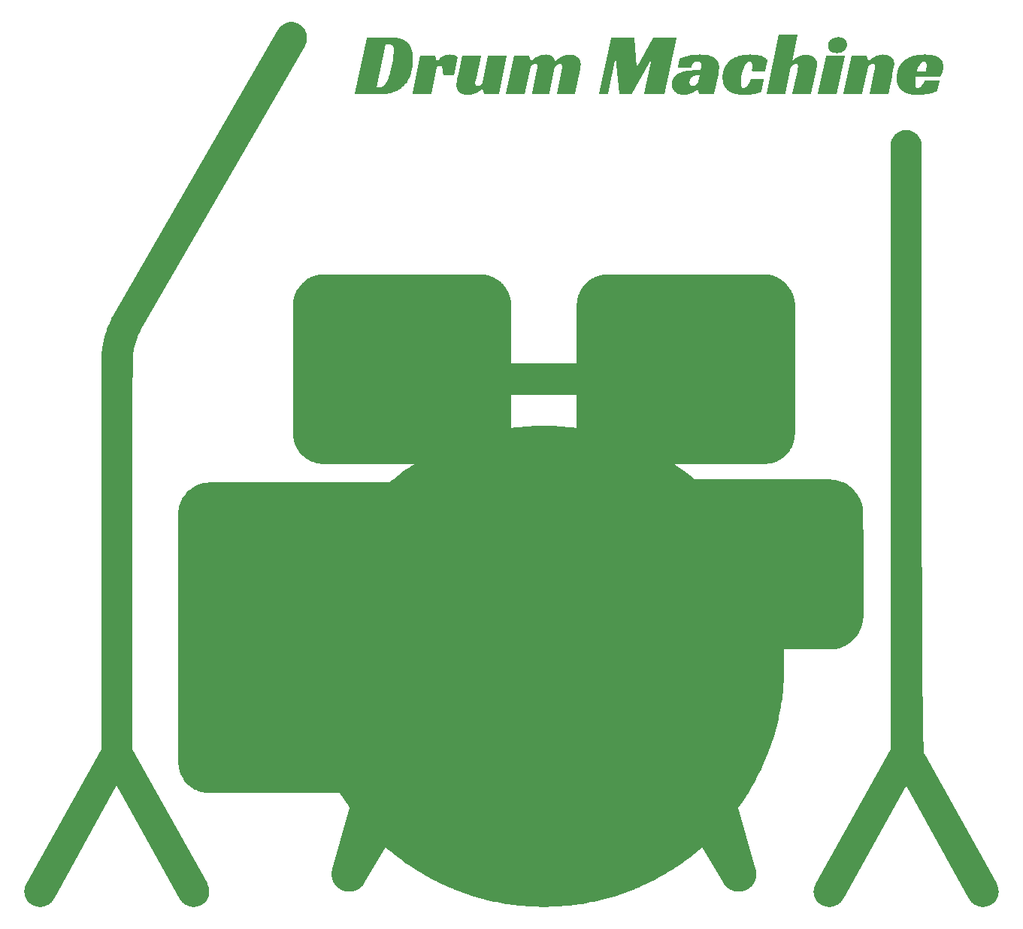
<source format=gbr>
G04 EAGLE Gerber RS-274X export*
G75*
%MOMM*%
%FSLAX34Y34*%
%LPD*%
%INSilkscreen Top*%
%IPPOS*%
%AMOC8*
5,1,8,0,0,1.08239X$1,22.5*%
G01*

G36*
X-564709Y239620D02*
X-564709Y239620D01*
X-564708Y239620D01*
X-564707Y239620D01*
X-561179Y239643D01*
X-561176Y239644D01*
X-561173Y239644D01*
X-557646Y239712D01*
X-557643Y239713D01*
X-557639Y239712D01*
X-554113Y239827D01*
X-554110Y239827D01*
X-554107Y239827D01*
X-551288Y239951D01*
X-551286Y239952D01*
X-551284Y239952D01*
X-549170Y240063D01*
X-549070Y240089D01*
X-548979Y240112D01*
X-548978Y240112D01*
X-548977Y240113D01*
X-548971Y240117D01*
X-548843Y240208D01*
X-548766Y240285D01*
X-545675Y240285D01*
X-545659Y240289D01*
X-545637Y240287D01*
X-542120Y240557D01*
X-542117Y240557D01*
X-542113Y240557D01*
X-538600Y240873D01*
X-538597Y240874D01*
X-538593Y240873D01*
X-535084Y241234D01*
X-535081Y241235D01*
X-535078Y241235D01*
X-532274Y241557D01*
X-532272Y241557D01*
X-532269Y241557D01*
X-528769Y242001D01*
X-528766Y242001D01*
X-528762Y242001D01*
X-525268Y242490D01*
X-525266Y242491D01*
X-525262Y242491D01*
X-521775Y243027D01*
X-521772Y243028D01*
X-521769Y243028D01*
X-518289Y243609D01*
X-518286Y243610D01*
X-518283Y243610D01*
X-515505Y244107D01*
X-515503Y244108D01*
X-515499Y244108D01*
X-512034Y244771D01*
X-512032Y244772D01*
X-512028Y244772D01*
X-508572Y245480D01*
X-508569Y245482D01*
X-508565Y245482D01*
X-505119Y246236D01*
X-505117Y246237D01*
X-505114Y246237D01*
X-502364Y246873D01*
X-502361Y246874D01*
X-502358Y246874D01*
X-498931Y247709D01*
X-498928Y247711D01*
X-498924Y247711D01*
X-495508Y248591D01*
X-495505Y248592D01*
X-495501Y248593D01*
X-492097Y249519D01*
X-492095Y249520D01*
X-492092Y249520D01*
X-489377Y250293D01*
X-489375Y250294D01*
X-489372Y250294D01*
X-485990Y251300D01*
X-485987Y251301D01*
X-485984Y251302D01*
X-482616Y252352D01*
X-482613Y252353D01*
X-482610Y252354D01*
X-479256Y253449D01*
X-479254Y253450D01*
X-479251Y253451D01*
X-476578Y254358D01*
X-476576Y254359D01*
X-476572Y254360D01*
X-473246Y255533D01*
X-473243Y255535D01*
X-473239Y255535D01*
X-469928Y256753D01*
X-469926Y256754D01*
X-469923Y256755D01*
X-467286Y257760D01*
X-467283Y257762D01*
X-467280Y257762D01*
X-463999Y259057D01*
X-463996Y259059D01*
X-463993Y259059D01*
X-461381Y260128D01*
X-461379Y260129D01*
X-461377Y260129D01*
X-461376Y260130D01*
X-458126Y261502D01*
X-458123Y261504D01*
X-458119Y261504D01*
X-454888Y262919D01*
X-454885Y262921D01*
X-454882Y262922D01*
X-451669Y264380D01*
X-451667Y264382D01*
X-451664Y264382D01*
X-449108Y265578D01*
X-449106Y265580D01*
X-449102Y265581D01*
X-445925Y267113D01*
X-445922Y267115D01*
X-445919Y267116D01*
X-442762Y268691D01*
X-442760Y268693D01*
X-442757Y268694D01*
X-440246Y269982D01*
X-440244Y269984D01*
X-440241Y269985D01*
X-437122Y271634D01*
X-437120Y271635D01*
X-437117Y271636D01*
X-434637Y272984D01*
X-434635Y272986D01*
X-434632Y272987D01*
X-431553Y274708D01*
X-431550Y274710D01*
X-431547Y274711D01*
X-428490Y276472D01*
X-428488Y276474D01*
X-428485Y276475D01*
X-426057Y277913D01*
X-426055Y277915D01*
X-426052Y277916D01*
X-423037Y279748D01*
X-423035Y279750D01*
X-423031Y279751D01*
X-420041Y281624D01*
X-420039Y281625D01*
X-420036Y281627D01*
X-417661Y283151D01*
X-417659Y283153D01*
X-417656Y283155D01*
X-414711Y285096D01*
X-414709Y285098D01*
X-414706Y285099D01*
X-412368Y286680D01*
X-412366Y286682D01*
X-412363Y286683D01*
X-409463Y288692D01*
X-409461Y288694D01*
X-409458Y288696D01*
X-406585Y290743D01*
X-406583Y290746D01*
X-406579Y290747D01*
X-403167Y293253D01*
X-403165Y293255D01*
X-403161Y293257D01*
X-400347Y295385D01*
X-400345Y295387D01*
X-400342Y295389D01*
X-397557Y297553D01*
X-397555Y297555D01*
X-397552Y297557D01*
X-395344Y299315D01*
X-395342Y299317D01*
X-395340Y299318D01*
X-392605Y301547D01*
X-392603Y301549D01*
X-392600Y301551D01*
X-389895Y303816D01*
X-389893Y303818D01*
X-389890Y303819D01*
X-387747Y305655D01*
X-387745Y305657D01*
X-387742Y305659D01*
X-386535Y306719D01*
X-362720Y266827D01*
X-362717Y266824D01*
X-362715Y266820D01*
X-361971Y265620D01*
X-361963Y265612D01*
X-361957Y265599D01*
X-361555Y265019D01*
X-361549Y265013D01*
X-361544Y265004D01*
X-361121Y264439D01*
X-361115Y264433D01*
X-361110Y264425D01*
X-360667Y263875D01*
X-360661Y263870D01*
X-360656Y263861D01*
X-360193Y263328D01*
X-360186Y263323D01*
X-360181Y263314D01*
X-359698Y262799D01*
X-359691Y262794D01*
X-359685Y262786D01*
X-359185Y262288D01*
X-359178Y262284D01*
X-359172Y262276D01*
X-358653Y261796D01*
X-358646Y261792D01*
X-358640Y261784D01*
X-358105Y261324D01*
X-358097Y261320D01*
X-358090Y261312D01*
X-357538Y260872D01*
X-357531Y260869D01*
X-357524Y260861D01*
X-356956Y260442D01*
X-356949Y260438D01*
X-356942Y260431D01*
X-356359Y260032D01*
X-356352Y260029D01*
X-356344Y260022D01*
X-355747Y259645D01*
X-355740Y259642D01*
X-355732Y259635D01*
X-355122Y259280D01*
X-355114Y259277D01*
X-355106Y259271D01*
X-354484Y258938D01*
X-354476Y258936D01*
X-354468Y258930D01*
X-353834Y258619D01*
X-353825Y258617D01*
X-353817Y258612D01*
X-353172Y258325D01*
X-353164Y258323D01*
X-353155Y258318D01*
X-352500Y258055D01*
X-352492Y258053D01*
X-352483Y258048D01*
X-351819Y257809D01*
X-351811Y257808D01*
X-351802Y257803D01*
X-351130Y257588D01*
X-351121Y257587D01*
X-351112Y257582D01*
X-350432Y257392D01*
X-350424Y257392D01*
X-350415Y257388D01*
X-349728Y257222D01*
X-349720Y257222D01*
X-349711Y257218D01*
X-349019Y257078D01*
X-349011Y257078D01*
X-349001Y257075D01*
X-348304Y256959D01*
X-348296Y256960D01*
X-348286Y256957D01*
X-347586Y256867D01*
X-347578Y256868D01*
X-347568Y256865D01*
X-346865Y256801D01*
X-346857Y256802D01*
X-346847Y256800D01*
X-346142Y256761D01*
X-346134Y256763D01*
X-346124Y256761D01*
X-345418Y256748D01*
X-345410Y256749D01*
X-345400Y256748D01*
X-344694Y256760D01*
X-344686Y256762D01*
X-344677Y256761D01*
X-343972Y256798D01*
X-343964Y256800D01*
X-343954Y256799D01*
X-343251Y256862D01*
X-343243Y256864D01*
X-343233Y256864D01*
X-342532Y256952D01*
X-342525Y256954D01*
X-342515Y256954D01*
X-341818Y257067D01*
X-341810Y257070D01*
X-341799Y257070D01*
X-341107Y257209D01*
X-341100Y257212D01*
X-341090Y257213D01*
X-340403Y257376D01*
X-340395Y257380D01*
X-340385Y257381D01*
X-339705Y257570D01*
X-339697Y257574D01*
X-339688Y257576D01*
X-339015Y257789D01*
X-339007Y257793D01*
X-338997Y257795D01*
X-338333Y258034D01*
X-338325Y258038D01*
X-338316Y258040D01*
X-337660Y258303D01*
X-337653Y258308D01*
X-337643Y258310D01*
X-336998Y258597D01*
X-336991Y258602D01*
X-336982Y258605D01*
X-336348Y258915D01*
X-336341Y258920D01*
X-336331Y258924D01*
X-335709Y259258D01*
X-335703Y259263D01*
X-335693Y259266D01*
X-335084Y259622D01*
X-335077Y259628D01*
X-335068Y259632D01*
X-334472Y260011D01*
X-334466Y260016D01*
X-334457Y260021D01*
X-333875Y260420D01*
X-333869Y260426D01*
X-333860Y260431D01*
X-333293Y260852D01*
X-333288Y260858D01*
X-333279Y260863D01*
X-332728Y261304D01*
X-332722Y261311D01*
X-332714Y261316D01*
X-332179Y261777D01*
X-332174Y261783D01*
X-332166Y261789D01*
X-331648Y262269D01*
X-331643Y262276D01*
X-331634Y262282D01*
X-331135Y262781D01*
X-331131Y262787D01*
X-331124Y262793D01*
X-330641Y263308D01*
X-330637Y263315D01*
X-330629Y263322D01*
X-330166Y263855D01*
X-330162Y263862D01*
X-330154Y263869D01*
X-329712Y264419D01*
X-329708Y264426D01*
X-329701Y264432D01*
X-329277Y264996D01*
X-329273Y265004D01*
X-329266Y265011D01*
X-328863Y265591D01*
X-328860Y265599D01*
X-328852Y265607D01*
X-328472Y266201D01*
X-328469Y266208D01*
X-328463Y266215D01*
X-328102Y266822D01*
X-328100Y266830D01*
X-328093Y266838D01*
X-327755Y267458D01*
X-327753Y267466D01*
X-327747Y267474D01*
X-327432Y268106D01*
X-327430Y268114D01*
X-327425Y268121D01*
X-327132Y268763D01*
X-327130Y268772D01*
X-327124Y268781D01*
X-326856Y269434D01*
X-326854Y269442D01*
X-326849Y269451D01*
X-326604Y270113D01*
X-326603Y270121D01*
X-326598Y270130D01*
X-326378Y270801D01*
X-326377Y270809D01*
X-326373Y270818D01*
X-326177Y271497D01*
X-326176Y271505D01*
X-326172Y271514D01*
X-326002Y272199D01*
X-326001Y272208D01*
X-325997Y272217D01*
X-325852Y272908D01*
X-325852Y272917D01*
X-325849Y272926D01*
X-325729Y273622D01*
X-325729Y273630D01*
X-325726Y273641D01*
X-325632Y274340D01*
X-325633Y274348D01*
X-325630Y274358D01*
X-325562Y275060D01*
X-325563Y275069D01*
X-325560Y275080D01*
X-325519Y275784D01*
X-325520Y275792D01*
X-325518Y275802D01*
X-325502Y276508D01*
X-325503Y276516D01*
X-325501Y276527D01*
X-325512Y277233D01*
X-325513Y277235D01*
X-325514Y277241D01*
X-325513Y277250D01*
X-325549Y277956D01*
X-325551Y277964D01*
X-325550Y277974D01*
X-325612Y278678D01*
X-325614Y278685D01*
X-325614Y278695D01*
X-325701Y279396D01*
X-325704Y279404D01*
X-325704Y279414D01*
X-325817Y280111D01*
X-325820Y280119D01*
X-325820Y280129D01*
X-325958Y280821D01*
X-325961Y280828D01*
X-325962Y280838D01*
X-326124Y281525D01*
X-326127Y281532D01*
X-326128Y281542D01*
X-326315Y282223D01*
X-326316Y282226D01*
X-326317Y282229D01*
X-346059Y350933D01*
X-345747Y351355D01*
X-345746Y351358D01*
X-345744Y351361D01*
X-343686Y354226D01*
X-343685Y354229D01*
X-343682Y354232D01*
X-341262Y357705D01*
X-341260Y357708D01*
X-341258Y357710D01*
X-339676Y360047D01*
X-339675Y360050D01*
X-339672Y360052D01*
X-337728Y362995D01*
X-337727Y362998D01*
X-337724Y363001D01*
X-335818Y365969D01*
X-335817Y365972D01*
X-335815Y365974D01*
X-334318Y368367D01*
X-334318Y368370D01*
X-334315Y368372D01*
X-332479Y371384D01*
X-332478Y371387D01*
X-332476Y371390D01*
X-330680Y374426D01*
X-330679Y374429D01*
X-330677Y374431D01*
X-329269Y376877D01*
X-329268Y376880D01*
X-329266Y376882D01*
X-327541Y379959D01*
X-327540Y379962D01*
X-327537Y379965D01*
X-325854Y383065D01*
X-325853Y383068D01*
X-325851Y383070D01*
X-324533Y385566D01*
X-324532Y385569D01*
X-324530Y385571D01*
X-322919Y388710D01*
X-322918Y388713D01*
X-322916Y388716D01*
X-321347Y391875D01*
X-321346Y391878D01*
X-321345Y391880D01*
X-320119Y394422D01*
X-320118Y394425D01*
X-320116Y394428D01*
X-318621Y397623D01*
X-318621Y397626D01*
X-318619Y397629D01*
X-317167Y400844D01*
X-317166Y400847D01*
X-317164Y400850D01*
X-316032Y403435D01*
X-316031Y403437D01*
X-316030Y403440D01*
X-314653Y406689D01*
X-314653Y406691D01*
X-314651Y406694D01*
X-313581Y409306D01*
X-313581Y409308D01*
X-313579Y409311D01*
X-312280Y412591D01*
X-312279Y412594D01*
X-312277Y412597D01*
X-311022Y415894D01*
X-311021Y415897D01*
X-311019Y415900D01*
X-309807Y419213D01*
X-309807Y419216D01*
X-309805Y419218D01*
X-308867Y421880D01*
X-308866Y421883D01*
X-308865Y421885D01*
X-307731Y425226D01*
X-307731Y425229D01*
X-307729Y425232D01*
X-306640Y428588D01*
X-306640Y428591D01*
X-306638Y428594D01*
X-305798Y431288D01*
X-305798Y431291D01*
X-305797Y431294D01*
X-304787Y434674D01*
X-304786Y434677D01*
X-304785Y434680D01*
X-303820Y438073D01*
X-303820Y438076D01*
X-303819Y438079D01*
X-303079Y440803D01*
X-303079Y440805D01*
X-303078Y440808D01*
X-302193Y444223D01*
X-302193Y444227D01*
X-302192Y444230D01*
X-301352Y447656D01*
X-301352Y447659D01*
X-301351Y447663D01*
X-300557Y451100D01*
X-300557Y451103D01*
X-300556Y451106D01*
X-299954Y453863D01*
X-299954Y453866D01*
X-299953Y453869D01*
X-299240Y457324D01*
X-299240Y457327D01*
X-299239Y457330D01*
X-298572Y460795D01*
X-298572Y460798D01*
X-298570Y460801D01*
X-297949Y464274D01*
X-297949Y464277D01*
X-297948Y464280D01*
X-297373Y467761D01*
X-297373Y467763D01*
X-297372Y467767D01*
X-296945Y470556D01*
X-296945Y470559D01*
X-296944Y470562D01*
X-296450Y474055D01*
X-296450Y474058D01*
X-296449Y474062D01*
X-296002Y477561D01*
X-296002Y477564D01*
X-296001Y477567D01*
X-295600Y481072D01*
X-295600Y481075D01*
X-295599Y481078D01*
X-295381Y483183D01*
X-295381Y483185D01*
X-295381Y483187D01*
X-295114Y485997D01*
X-295114Y486000D01*
X-295113Y486003D01*
X-294821Y489519D01*
X-294821Y489522D01*
X-294821Y489525D01*
X-294575Y493044D01*
X-294576Y493047D01*
X-294575Y493051D01*
X-294375Y496573D01*
X-294375Y496576D01*
X-294375Y496579D01*
X-294220Y500104D01*
X-294221Y500107D01*
X-294220Y500110D01*
X-294112Y503636D01*
X-294112Y503639D01*
X-294111Y503643D01*
X-294048Y507170D01*
X-294049Y507173D01*
X-294048Y507176D01*
X-294030Y509998D01*
X-294031Y510000D01*
X-294030Y510004D01*
X-294049Y513531D01*
X-294049Y513534D01*
X-294049Y513538D01*
X-294113Y517065D01*
X-294113Y517068D01*
X-294113Y517071D01*
X-294117Y517220D01*
X-294133Y517719D01*
X-294194Y519716D01*
X-294210Y520215D01*
X-294222Y520598D01*
X-294222Y520600D01*
X-294222Y520604D01*
X-294377Y524128D01*
X-294378Y524131D01*
X-294377Y524135D01*
X-294578Y527657D01*
X-294578Y527660D01*
X-294578Y527663D01*
X-294692Y529297D01*
X-272319Y529325D01*
X-240364Y529404D01*
X-240350Y529407D01*
X-240331Y529405D01*
X-238984Y529499D01*
X-238977Y529501D01*
X-238967Y529500D01*
X-238072Y529594D01*
X-238066Y529595D01*
X-238059Y529595D01*
X-237166Y529712D01*
X-237160Y529714D01*
X-237153Y529714D01*
X-236264Y529856D01*
X-236258Y529858D01*
X-236251Y529858D01*
X-235366Y530024D01*
X-235359Y530026D01*
X-235350Y530027D01*
X-234031Y530319D01*
X-234025Y530322D01*
X-234015Y530323D01*
X-233143Y530546D01*
X-233137Y530549D01*
X-233128Y530550D01*
X-231832Y530928D01*
X-231825Y530932D01*
X-231816Y530933D01*
X-230961Y531213D01*
X-230956Y531216D01*
X-230949Y531217D01*
X-230101Y531519D01*
X-230096Y531522D01*
X-230089Y531523D01*
X-229249Y531846D01*
X-229242Y531850D01*
X-229234Y531852D01*
X-228248Y532268D01*
X-227990Y532376D01*
X-227984Y532380D01*
X-227976Y532382D01*
X-227157Y532757D01*
X-227152Y532762D01*
X-227143Y532764D01*
X-225934Y533364D01*
X-225929Y533368D01*
X-225921Y533371D01*
X-225127Y533795D01*
X-225122Y533800D01*
X-225114Y533803D01*
X-223943Y534475D01*
X-223938Y534479D01*
X-223930Y534483D01*
X-223163Y534954D01*
X-223158Y534958D01*
X-223151Y534962D01*
X-222022Y535702D01*
X-222015Y535709D01*
X-222005Y535714D01*
X-220542Y536762D01*
X-220535Y536769D01*
X-220525Y536775D01*
X-219461Y537605D01*
X-219457Y537610D01*
X-219450Y537614D01*
X-218756Y538188D01*
X-218752Y538193D01*
X-218745Y538197D01*
X-217730Y539087D01*
X-217726Y539092D01*
X-217719Y539096D01*
X-217060Y539709D01*
X-217056Y539714D01*
X-217050Y539719D01*
X-216087Y540665D01*
X-216083Y540671D01*
X-216077Y540675D01*
X-215453Y541324D01*
X-215450Y541330D01*
X-215443Y541335D01*
X-214536Y542334D01*
X-214533Y542340D01*
X-214527Y542345D01*
X-213941Y543028D01*
X-213938Y543032D01*
X-213933Y543037D01*
X-213363Y543733D01*
X-213360Y543739D01*
X-213354Y543744D01*
X-212529Y544812D01*
X-212525Y544819D01*
X-212519Y544826D01*
X-211730Y545922D01*
X-211727Y545928D01*
X-211722Y545934D01*
X-211217Y546679D01*
X-211215Y546685D01*
X-211210Y546691D01*
X-210485Y547831D01*
X-210483Y547837D01*
X-210478Y547843D01*
X-210017Y548616D01*
X-210015Y548622D01*
X-210010Y548629D01*
X-209353Y549808D01*
X-209351Y549815D01*
X-209346Y549821D01*
X-208931Y550620D01*
X-208930Y550625D01*
X-208926Y550631D01*
X-208530Y551439D01*
X-208529Y551446D01*
X-208524Y551452D01*
X-207967Y552682D01*
X-207965Y552692D01*
X-207959Y552702D01*
X-207286Y554371D01*
X-207284Y554381D01*
X-207278Y554391D01*
X-206827Y555664D01*
X-206826Y555671D01*
X-206822Y555678D01*
X-206548Y556536D01*
X-206547Y556541D01*
X-206544Y556548D01*
X-206292Y557412D01*
X-206291Y557419D01*
X-206288Y557427D01*
X-205950Y558734D01*
X-205950Y558743D01*
X-205946Y558753D01*
X-205658Y560072D01*
X-205658Y560079D01*
X-205655Y560088D01*
X-205492Y560973D01*
X-205492Y560979D01*
X-205490Y560986D01*
X-205350Y561875D01*
X-205350Y561881D01*
X-205348Y561888D01*
X-205232Y562780D01*
X-205232Y562786D01*
X-205230Y562793D01*
X-205137Y563689D01*
X-205138Y563695D01*
X-205136Y563702D01*
X-205067Y564599D01*
X-205068Y564605D01*
X-205066Y564613D01*
X-205021Y565512D01*
X-205022Y565518D01*
X-205021Y565525D01*
X-205000Y566425D01*
X-205002Y566434D01*
X-205000Y566445D01*
X-205030Y568241D01*
X-205059Y583088D01*
X-204994Y642046D01*
X-204995Y642046D01*
X-204994Y642047D01*
X-205018Y656899D01*
X-205018Y656900D01*
X-205018Y656901D01*
X-205092Y671752D01*
X-205093Y671753D01*
X-205092Y671755D01*
X-205229Y686156D01*
X-205231Y686163D01*
X-205229Y686171D01*
X-205248Y686621D01*
X-205250Y686632D01*
X-205249Y686647D01*
X-205291Y687095D01*
X-205293Y687101D01*
X-205293Y687109D01*
X-205455Y688449D01*
X-205458Y688456D01*
X-205458Y688466D01*
X-205596Y689355D01*
X-205598Y689361D01*
X-205598Y689368D01*
X-205761Y690254D01*
X-205763Y690259D01*
X-205764Y690267D01*
X-205950Y691147D01*
X-205952Y691153D01*
X-205953Y691160D01*
X-206162Y692036D01*
X-206164Y692041D01*
X-206165Y692048D01*
X-206397Y692918D01*
X-206400Y692923D01*
X-206401Y692931D01*
X-206656Y693794D01*
X-206659Y693799D01*
X-206660Y693806D01*
X-206937Y694663D01*
X-206940Y694668D01*
X-206941Y694675D01*
X-207240Y695524D01*
X-207244Y695530D01*
X-207246Y695538D01*
X-207735Y696797D01*
X-207739Y696803D01*
X-207741Y696811D01*
X-208093Y697640D01*
X-208097Y697645D01*
X-208098Y697651D01*
X-208116Y697690D01*
X-208343Y698189D01*
X-208472Y698470D01*
X-208477Y698477D01*
X-208480Y698487D01*
X-209286Y700096D01*
X-209293Y700105D01*
X-209297Y700118D01*
X-210181Y701686D01*
X-210188Y701694D01*
X-210194Y701706D01*
X-211152Y703230D01*
X-211159Y703238D01*
X-211165Y703250D01*
X-212194Y704727D01*
X-212201Y704734D01*
X-212208Y704746D01*
X-213304Y706173D01*
X-213312Y706180D01*
X-213319Y706191D01*
X-214480Y707566D01*
X-214489Y707572D01*
X-214496Y707583D01*
X-215719Y708904D01*
X-215727Y708910D01*
X-215735Y708920D01*
X-217018Y710183D01*
X-217026Y710189D01*
X-217034Y710198D01*
X-218373Y711402D01*
X-218382Y711407D01*
X-218390Y711417D01*
X-219782Y712558D01*
X-219791Y712563D01*
X-219800Y712572D01*
X-221242Y713649D01*
X-221252Y713653D01*
X-221261Y713662D01*
X-222751Y714672D01*
X-222761Y714676D01*
X-222770Y714684D01*
X-224305Y715624D01*
X-224315Y715628D01*
X-224325Y715636D01*
X-225902Y716504D01*
X-225913Y716507D01*
X-225923Y716515D01*
X-227539Y717308D01*
X-227550Y717310D01*
X-227561Y717318D01*
X-229213Y718032D01*
X-229223Y718034D01*
X-229233Y718040D01*
X-230494Y718523D01*
X-230500Y718524D01*
X-230508Y718528D01*
X-231358Y718824D01*
X-231363Y718825D01*
X-231369Y718828D01*
X-232226Y719103D01*
X-232232Y719104D01*
X-232238Y719107D01*
X-233102Y719361D01*
X-233108Y719361D01*
X-233114Y719364D01*
X-233984Y719596D01*
X-233991Y719597D01*
X-233999Y719600D01*
X-235314Y719906D01*
X-235321Y719907D01*
X-235330Y719910D01*
X-236212Y720086D01*
X-236218Y720086D01*
X-236225Y720088D01*
X-237112Y720241D01*
X-237118Y720241D01*
X-237125Y720243D01*
X-238015Y720373D01*
X-238021Y720373D01*
X-238028Y720375D01*
X-238922Y720482D01*
X-238928Y720481D01*
X-238935Y720483D01*
X-239832Y720566D01*
X-239838Y720565D01*
X-239845Y720567D01*
X-240743Y720626D01*
X-240749Y720625D01*
X-240756Y720627D01*
X-241656Y720662D01*
X-241662Y720661D01*
X-241669Y720662D01*
X-242569Y720673D01*
X-242577Y720671D01*
X-242586Y720673D01*
X-243930Y720643D01*
X-394482Y720644D01*
X-395376Y721372D01*
X-395378Y721373D01*
X-395380Y721376D01*
X-397588Y723133D01*
X-397591Y723134D01*
X-397593Y723137D01*
X-400379Y725301D01*
X-400382Y725302D01*
X-400384Y725305D01*
X-403199Y727432D01*
X-403201Y727433D01*
X-403204Y727436D01*
X-406617Y729941D01*
X-406620Y729943D01*
X-406622Y729945D01*
X-409496Y731992D01*
X-409499Y731994D01*
X-409501Y731996D01*
X-412401Y734005D01*
X-412404Y734006D01*
X-412406Y734008D01*
X-414744Y735588D01*
X-414747Y735589D01*
X-414749Y735591D01*
X-417695Y737532D01*
X-417698Y737533D01*
X-417700Y737535D01*
X-418532Y738069D01*
X-317152Y738069D01*
X-317149Y738069D01*
X-317146Y738069D01*
X-315736Y738085D01*
X-315729Y738087D01*
X-315722Y738086D01*
X-315017Y738114D01*
X-315010Y738115D01*
X-315001Y738115D01*
X-313594Y738215D01*
X-313585Y738218D01*
X-313574Y738217D01*
X-312172Y738375D01*
X-312163Y738378D01*
X-312152Y738378D01*
X-310757Y738593D01*
X-310749Y738596D01*
X-310737Y738596D01*
X-309353Y738869D01*
X-309344Y738872D01*
X-309333Y738873D01*
X-307961Y739203D01*
X-307953Y739207D01*
X-307941Y739209D01*
X-306585Y739595D01*
X-306576Y739599D01*
X-306565Y739601D01*
X-305225Y740043D01*
X-305219Y740047D01*
X-305210Y740048D01*
X-304548Y740290D01*
X-304542Y740294D01*
X-304533Y740296D01*
X-303224Y740821D01*
X-303216Y740826D01*
X-303205Y740829D01*
X-301918Y741408D01*
X-301911Y741413D01*
X-301900Y741416D01*
X-300638Y742047D01*
X-300631Y742053D01*
X-300620Y742057D01*
X-299385Y742740D01*
X-299380Y742745D01*
X-299372Y742748D01*
X-298766Y743108D01*
X-298760Y743113D01*
X-298752Y743116D01*
X-297563Y743874D01*
X-297556Y743881D01*
X-297546Y743885D01*
X-296388Y744691D01*
X-296383Y744696D01*
X-296375Y744700D01*
X-295809Y745121D01*
X-295805Y745126D01*
X-295797Y745130D01*
X-294691Y746006D01*
X-294685Y746013D01*
X-294675Y746019D01*
X-293606Y746939D01*
X-293600Y746947D01*
X-293591Y746953D01*
X-292560Y747916D01*
X-292555Y747923D01*
X-292545Y747930D01*
X-291555Y748935D01*
X-291551Y748941D01*
X-291545Y748946D01*
X-291065Y749463D01*
X-291061Y749469D01*
X-291054Y749474D01*
X-290128Y750538D01*
X-290123Y750546D01*
X-290115Y750554D01*
X-289232Y751654D01*
X-289229Y751660D01*
X-289222Y751666D01*
X-288798Y752230D01*
X-288795Y752236D01*
X-288790Y752242D01*
X-287976Y753395D01*
X-287972Y753403D01*
X-287964Y753412D01*
X-287199Y754597D01*
X-287197Y754604D01*
X-287191Y754610D01*
X-286827Y755214D01*
X-286824Y755221D01*
X-286819Y755227D01*
X-286129Y756458D01*
X-286126Y756466D01*
X-286119Y756476D01*
X-285479Y757733D01*
X-285477Y757740D01*
X-285472Y757747D01*
X-285173Y758386D01*
X-285171Y758392D01*
X-285167Y758399D01*
X-284606Y759694D01*
X-284604Y759703D01*
X-284598Y759714D01*
X-284093Y761031D01*
X-284091Y761040D01*
X-284086Y761050D01*
X-283635Y762386D01*
X-283633Y762396D01*
X-283628Y762406D01*
X-283233Y763760D01*
X-283232Y763767D01*
X-283229Y763775D01*
X-283053Y764459D01*
X-283052Y764466D01*
X-283049Y764473D01*
X-282739Y765850D01*
X-282739Y765857D01*
X-282736Y765865D01*
X-282602Y766558D01*
X-282602Y766565D01*
X-282600Y766572D01*
X-282375Y767965D01*
X-282375Y767975D01*
X-282372Y767986D01*
X-282206Y769387D01*
X-282207Y769394D01*
X-282205Y769402D01*
X-282143Y770104D01*
X-282143Y770111D01*
X-282141Y770120D01*
X-282061Y771528D01*
X-282062Y771537D01*
X-282060Y771548D01*
X-282037Y772959D01*
X-282038Y772963D01*
X-282037Y772967D01*
X-282037Y916164D01*
X-282037Y916166D01*
X-282037Y916167D01*
X-282046Y917578D01*
X-282047Y917586D01*
X-282046Y917595D01*
X-282104Y919005D01*
X-282106Y919014D01*
X-282105Y919026D01*
X-282222Y920431D01*
X-282224Y920440D01*
X-282224Y920451D01*
X-282397Y921851D01*
X-282400Y921861D01*
X-282400Y921872D01*
X-282631Y923264D01*
X-282634Y923270D01*
X-282634Y923278D01*
X-282771Y923970D01*
X-282773Y923977D01*
X-282774Y923986D01*
X-283091Y925361D01*
X-283095Y925369D01*
X-283097Y925381D01*
X-283471Y926741D01*
X-283475Y926749D01*
X-283477Y926760D01*
X-283906Y928104D01*
X-283911Y928112D01*
X-283913Y928124D01*
X-284398Y929448D01*
X-284403Y929456D01*
X-284406Y929467D01*
X-284946Y930771D01*
X-284951Y930779D01*
X-284954Y930790D01*
X-285046Y930989D01*
X-285509Y931988D01*
X-285547Y932070D01*
X-285553Y932077D01*
X-285556Y932088D01*
X-286202Y933342D01*
X-286206Y933348D01*
X-286209Y933356D01*
X-286551Y933973D01*
X-286555Y933978D01*
X-286559Y933986D01*
X-287280Y935198D01*
X-287287Y935205D01*
X-287291Y935216D01*
X-288062Y936397D01*
X-288069Y936404D01*
X-288074Y936414D01*
X-288893Y937563D01*
X-288900Y937569D01*
X-288905Y937579D01*
X-289770Y938693D01*
X-289777Y938699D01*
X-289783Y938709D01*
X-290693Y939787D01*
X-290699Y939791D01*
X-290704Y939798D01*
X-291175Y940323D01*
X-291181Y940327D01*
X-291185Y940334D01*
X-292160Y941354D01*
X-292168Y941359D01*
X-292174Y941368D01*
X-293190Y942348D01*
X-293196Y942351D01*
X-293201Y942358D01*
X-293724Y942832D01*
X-293730Y942835D01*
X-293735Y942842D01*
X-294809Y943756D01*
X-294818Y943761D01*
X-294825Y943769D01*
X-295936Y944639D01*
X-295944Y944643D01*
X-295952Y944651D01*
X-297097Y945475D01*
X-297106Y945479D01*
X-297114Y945487D01*
X-298292Y946263D01*
X-298299Y946265D01*
X-298305Y946271D01*
X-298906Y946641D01*
X-298913Y946643D01*
X-298919Y946648D01*
X-300143Y947350D01*
X-300152Y947353D01*
X-300161Y947360D01*
X-301413Y948011D01*
X-301422Y948013D01*
X-301431Y948020D01*
X-302709Y948618D01*
X-302718Y948621D01*
X-302727Y948627D01*
X-304029Y949172D01*
X-304038Y949174D01*
X-304048Y949180D01*
X-305370Y949670D01*
X-305380Y949672D01*
X-305390Y949677D01*
X-306732Y950113D01*
X-306739Y950113D01*
X-306746Y950117D01*
X-307424Y950314D01*
X-307431Y950315D01*
X-307439Y950318D01*
X-308805Y950669D01*
X-308814Y950670D01*
X-308825Y950674D01*
X-310205Y950969D01*
X-310214Y950969D01*
X-310225Y950972D01*
X-311615Y951210D01*
X-311622Y951210D01*
X-311631Y951212D01*
X-312329Y951309D01*
X-312336Y951309D01*
X-312345Y951311D01*
X-313747Y951462D01*
X-313757Y951461D01*
X-313768Y951463D01*
X-315175Y951556D01*
X-315182Y951555D01*
X-315191Y951557D01*
X-315896Y951582D01*
X-315902Y951581D01*
X-315909Y951582D01*
X-317319Y951594D01*
X-317321Y951594D01*
X-317324Y951594D01*
X-492969Y951594D01*
X-492974Y951593D01*
X-492980Y951594D01*
X-494390Y951565D01*
X-494399Y951563D01*
X-494410Y951564D01*
X-495818Y951478D01*
X-495827Y951476D01*
X-495839Y951477D01*
X-497242Y951334D01*
X-497251Y951331D01*
X-497262Y951331D01*
X-498659Y951131D01*
X-498668Y951127D01*
X-498679Y951127D01*
X-500066Y950869D01*
X-500072Y950866D01*
X-500081Y950866D01*
X-500770Y950715D01*
X-500777Y950713D01*
X-500785Y950712D01*
X-502154Y950368D01*
X-502162Y950364D01*
X-502174Y950362D01*
X-503526Y949962D01*
X-503534Y949957D01*
X-503546Y949956D01*
X-504881Y949500D01*
X-504889Y949495D01*
X-504900Y949493D01*
X-506215Y948981D01*
X-506223Y948976D01*
X-506234Y948974D01*
X-507527Y948408D01*
X-507534Y948403D01*
X-507545Y948400D01*
X-508814Y947782D01*
X-508819Y947778D01*
X-508828Y947775D01*
X-509452Y947446D01*
X-509457Y947442D01*
X-509465Y947439D01*
X-510693Y946744D01*
X-510700Y946737D01*
X-510710Y946733D01*
X-511908Y945988D01*
X-511915Y945981D01*
X-511925Y945976D01*
X-513091Y945183D01*
X-513098Y945176D01*
X-513108Y945171D01*
X-514240Y944329D01*
X-514245Y944324D01*
X-514252Y944320D01*
X-514806Y943883D01*
X-514810Y943877D01*
X-514818Y943873D01*
X-515896Y942963D01*
X-515902Y942956D01*
X-515911Y942950D01*
X-516952Y941998D01*
X-516956Y941992D01*
X-516964Y941987D01*
X-517469Y941495D01*
X-517473Y941489D01*
X-517479Y941484D01*
X-518460Y940470D01*
X-518465Y940462D01*
X-518474Y940454D01*
X-519411Y939401D01*
X-519416Y939393D01*
X-519424Y939385D01*
X-520318Y938294D01*
X-520323Y938286D01*
X-520331Y938278D01*
X-521179Y937150D01*
X-521183Y937142D01*
X-521191Y937134D01*
X-521993Y935973D01*
X-521996Y935964D01*
X-522004Y935956D01*
X-522757Y934763D01*
X-522760Y934756D01*
X-522765Y934750D01*
X-523123Y934142D01*
X-523126Y934136D01*
X-523131Y934129D01*
X-523808Y932891D01*
X-523811Y932882D01*
X-523818Y932873D01*
X-524444Y931609D01*
X-524447Y931600D01*
X-524453Y931590D01*
X-525026Y930301D01*
X-525028Y930292D01*
X-525034Y930282D01*
X-525554Y928971D01*
X-525554Y928965D01*
X-525557Y928962D01*
X-525558Y928957D01*
X-525561Y928951D01*
X-526026Y927620D01*
X-526027Y927610D01*
X-526032Y927600D01*
X-526441Y926249D01*
X-526442Y926243D01*
X-526445Y926235D01*
X-526629Y925554D01*
X-526629Y925547D01*
X-526633Y925538D01*
X-526957Y924165D01*
X-526957Y924156D01*
X-526961Y924145D01*
X-527228Y922760D01*
X-527228Y922751D01*
X-527231Y922740D01*
X-527441Y921345D01*
X-527441Y921336D01*
X-527444Y921325D01*
X-527596Y919922D01*
X-527596Y919915D01*
X-527598Y919906D01*
X-527652Y919203D01*
X-527651Y919196D01*
X-527653Y919188D01*
X-527719Y917779D01*
X-527718Y917771D01*
X-527720Y917760D01*
X-527732Y916350D01*
X-527732Y916348D01*
X-527732Y916345D01*
X-527732Y851098D01*
X-601756Y851098D01*
X-601756Y916868D01*
X-601757Y916873D01*
X-601756Y916879D01*
X-601787Y918289D01*
X-601788Y918296D01*
X-601787Y918304D01*
X-601823Y919008D01*
X-601825Y919015D01*
X-601824Y919024D01*
X-601942Y920430D01*
X-601944Y920439D01*
X-601944Y920450D01*
X-602117Y921850D01*
X-602120Y921859D01*
X-602120Y921871D01*
X-602352Y923262D01*
X-602355Y923268D01*
X-602355Y923277D01*
X-602492Y923969D01*
X-602495Y923976D01*
X-602495Y923984D01*
X-602813Y925359D01*
X-602817Y925367D01*
X-602818Y925379D01*
X-603192Y926739D01*
X-603196Y926747D01*
X-603198Y926759D01*
X-603628Y928102D01*
X-603632Y928110D01*
X-603634Y928122D01*
X-604120Y929446D01*
X-604125Y929454D01*
X-604127Y929466D01*
X-604667Y930769D01*
X-604672Y930777D01*
X-604675Y930788D01*
X-605268Y932068D01*
X-605274Y932075D01*
X-605277Y932086D01*
X-605922Y933341D01*
X-605928Y933348D01*
X-605932Y933359D01*
X-606629Y934585D01*
X-606635Y934593D01*
X-606639Y934603D01*
X-607386Y935800D01*
X-607391Y935805D01*
X-607394Y935813D01*
X-607786Y936400D01*
X-607791Y936405D01*
X-607794Y936412D01*
X-608613Y937561D01*
X-608620Y937567D01*
X-608625Y937577D01*
X-609490Y938692D01*
X-609498Y938698D01*
X-609503Y938708D01*
X-610413Y939785D01*
X-610421Y939791D01*
X-610427Y939801D01*
X-611380Y940840D01*
X-611386Y940845D01*
X-611391Y940852D01*
X-611883Y941356D01*
X-611889Y941360D01*
X-611894Y941367D01*
X-612910Y942347D01*
X-612918Y942352D01*
X-612925Y942360D01*
X-613980Y943297D01*
X-613986Y943301D01*
X-613991Y943307D01*
X-614533Y943759D01*
X-614539Y943762D01*
X-614545Y943769D01*
X-615655Y944639D01*
X-615664Y944643D01*
X-615672Y944651D01*
X-616817Y945475D01*
X-616825Y945478D01*
X-616834Y945486D01*
X-618012Y946262D01*
X-618018Y946265D01*
X-618025Y946271D01*
X-618625Y946640D01*
X-618632Y946643D01*
X-618639Y946648D01*
X-619862Y947350D01*
X-619871Y947353D01*
X-619880Y947360D01*
X-621132Y948011D01*
X-621141Y948013D01*
X-621150Y948020D01*
X-622428Y948618D01*
X-622437Y948621D01*
X-622447Y948627D01*
X-623748Y949172D01*
X-623757Y949174D01*
X-623767Y949179D01*
X-625089Y949670D01*
X-625099Y949672D01*
X-625109Y949677D01*
X-626451Y950113D01*
X-626458Y950113D01*
X-626465Y950117D01*
X-627143Y950314D01*
X-627150Y950315D01*
X-627158Y950318D01*
X-628524Y950669D01*
X-628531Y950670D01*
X-628539Y950673D01*
X-629227Y950827D01*
X-629234Y950828D01*
X-629243Y950831D01*
X-630628Y951097D01*
X-630637Y951096D01*
X-630648Y951100D01*
X-632043Y951309D01*
X-632053Y951308D01*
X-632064Y951311D01*
X-633467Y951462D01*
X-633476Y951461D01*
X-633487Y951464D01*
X-634895Y951556D01*
X-634902Y951555D01*
X-634910Y951557D01*
X-635615Y951582D01*
X-635621Y951581D01*
X-635628Y951582D01*
X-637039Y951594D01*
X-637041Y951594D01*
X-637043Y951594D01*
X-812688Y951594D01*
X-812693Y951593D01*
X-812698Y951594D01*
X-814109Y951565D01*
X-814118Y951563D01*
X-814129Y951564D01*
X-815537Y951478D01*
X-815546Y951476D01*
X-815557Y951477D01*
X-816961Y951334D01*
X-816970Y951331D01*
X-816981Y951331D01*
X-818377Y951131D01*
X-818386Y951127D01*
X-818398Y951127D01*
X-819785Y950869D01*
X-819791Y950866D01*
X-819800Y950866D01*
X-820489Y950715D01*
X-820495Y950713D01*
X-820504Y950712D01*
X-821872Y950368D01*
X-821881Y950364D01*
X-821892Y950362D01*
X-823245Y949962D01*
X-823253Y949957D01*
X-823264Y949956D01*
X-824599Y949500D01*
X-824608Y949495D01*
X-824619Y949493D01*
X-825934Y948981D01*
X-825942Y948976D01*
X-825953Y948974D01*
X-827245Y948408D01*
X-827253Y948403D01*
X-827264Y948400D01*
X-828532Y947782D01*
X-828538Y947778D01*
X-828546Y947775D01*
X-829170Y947446D01*
X-829176Y947442D01*
X-829184Y947439D01*
X-830411Y946744D01*
X-830418Y946737D01*
X-830429Y946733D01*
X-831627Y945987D01*
X-831633Y945981D01*
X-831644Y945976D01*
X-832810Y945183D01*
X-832815Y945178D01*
X-832823Y945174D01*
X-833393Y944759D01*
X-833398Y944754D01*
X-833405Y944750D01*
X-834520Y943886D01*
X-834526Y943879D01*
X-834536Y943873D01*
X-835615Y942963D01*
X-835620Y942956D01*
X-835630Y942950D01*
X-836671Y941998D01*
X-836675Y941992D01*
X-836682Y941987D01*
X-837187Y941495D01*
X-837191Y941489D01*
X-837198Y941484D01*
X-838178Y940470D01*
X-838183Y940462D01*
X-838192Y940455D01*
X-839130Y939400D01*
X-839134Y939393D01*
X-839143Y939385D01*
X-840037Y938294D01*
X-840042Y938286D01*
X-840050Y938278D01*
X-840898Y937150D01*
X-840902Y937142D01*
X-840910Y937134D01*
X-841711Y935973D01*
X-841715Y935965D01*
X-841723Y935956D01*
X-842476Y934763D01*
X-842478Y934756D01*
X-842483Y934750D01*
X-842842Y934143D01*
X-842844Y934136D01*
X-842850Y934129D01*
X-843527Y932891D01*
X-843530Y932882D01*
X-843536Y932873D01*
X-844163Y931609D01*
X-844165Y931600D01*
X-844172Y931590D01*
X-844745Y930301D01*
X-844747Y930292D01*
X-844753Y930282D01*
X-845272Y928971D01*
X-845273Y928965D01*
X-845276Y928962D01*
X-845276Y928957D01*
X-845279Y928952D01*
X-845744Y927620D01*
X-845746Y927610D01*
X-845751Y927600D01*
X-846160Y926250D01*
X-846160Y926243D01*
X-846164Y926235D01*
X-846348Y925554D01*
X-846348Y925547D01*
X-846351Y925539D01*
X-846675Y924166D01*
X-846676Y924156D01*
X-846680Y924145D01*
X-846947Y922760D01*
X-846946Y922751D01*
X-846950Y922740D01*
X-847160Y921345D01*
X-847160Y921336D01*
X-847163Y921325D01*
X-847315Y919922D01*
X-847314Y919915D01*
X-847316Y919907D01*
X-847371Y919203D01*
X-847370Y919197D01*
X-847372Y919188D01*
X-847438Y917779D01*
X-847436Y917771D01*
X-847438Y917760D01*
X-847451Y916350D01*
X-847450Y916348D01*
X-847451Y916345D01*
X-847451Y773149D01*
X-847450Y773146D01*
X-847451Y773142D01*
X-847433Y771732D01*
X-847432Y771725D01*
X-847433Y771718D01*
X-847404Y771013D01*
X-847402Y771007D01*
X-847403Y771003D01*
X-847402Y771001D01*
X-847403Y770997D01*
X-847301Y769590D01*
X-847299Y769584D01*
X-847300Y769575D01*
X-847228Y768874D01*
X-847225Y768867D01*
X-847226Y768858D01*
X-847037Y767460D01*
X-847034Y767451D01*
X-847034Y767439D01*
X-846789Y766050D01*
X-846785Y766042D01*
X-846785Y766030D01*
X-846482Y764652D01*
X-846478Y764644D01*
X-846477Y764632D01*
X-846118Y763268D01*
X-846114Y763260D01*
X-846112Y763248D01*
X-845696Y761900D01*
X-845691Y761892D01*
X-845689Y761881D01*
X-845218Y760551D01*
X-845213Y760543D01*
X-845211Y760531D01*
X-844685Y759223D01*
X-844679Y759215D01*
X-844677Y759204D01*
X-844096Y757918D01*
X-844091Y757910D01*
X-844088Y757899D01*
X-843455Y756638D01*
X-843451Y756632D01*
X-843448Y756624D01*
X-843112Y756004D01*
X-843108Y755999D01*
X-843105Y755991D01*
X-842395Y754771D01*
X-842389Y754764D01*
X-842385Y754754D01*
X-841625Y753565D01*
X-841619Y753558D01*
X-841614Y753548D01*
X-840807Y752391D01*
X-840802Y752386D01*
X-840798Y752378D01*
X-840377Y751812D01*
X-840371Y751808D01*
X-840367Y751800D01*
X-839491Y750695D01*
X-839484Y750689D01*
X-839478Y750679D01*
X-838556Y749611D01*
X-838549Y749606D01*
X-838543Y749596D01*
X-837579Y748566D01*
X-837573Y748562D01*
X-837568Y748555D01*
X-837070Y748055D01*
X-837064Y748051D01*
X-837059Y748045D01*
X-836034Y747076D01*
X-836026Y747071D01*
X-836018Y747062D01*
X-834954Y746137D01*
X-834946Y746132D01*
X-834938Y746124D01*
X-833837Y745242D01*
X-833829Y745237D01*
X-833821Y745229D01*
X-832684Y744394D01*
X-832678Y744391D01*
X-832672Y744385D01*
X-832091Y743985D01*
X-832087Y743983D01*
X-832082Y743979D01*
X-831493Y743591D01*
X-831487Y743588D01*
X-831480Y743583D01*
X-830279Y742843D01*
X-830270Y742840D01*
X-830261Y742833D01*
X-829030Y742144D01*
X-829021Y742141D01*
X-829012Y742134D01*
X-827754Y741496D01*
X-827747Y741494D01*
X-827740Y741489D01*
X-827101Y741190D01*
X-827094Y741188D01*
X-827087Y741183D01*
X-825792Y740624D01*
X-825783Y740622D01*
X-825773Y740617D01*
X-824455Y740112D01*
X-824446Y740111D01*
X-824436Y740105D01*
X-823099Y739656D01*
X-823090Y739654D01*
X-823079Y739649D01*
X-821724Y739256D01*
X-821717Y739255D01*
X-821709Y739252D01*
X-821026Y739076D01*
X-821019Y739076D01*
X-821011Y739072D01*
X-819635Y738764D01*
X-819628Y738764D01*
X-819620Y738761D01*
X-818927Y738628D01*
X-818920Y738628D01*
X-818912Y738625D01*
X-817519Y738402D01*
X-817509Y738403D01*
X-817498Y738399D01*
X-816097Y738235D01*
X-816090Y738235D01*
X-816082Y738233D01*
X-815380Y738172D01*
X-815372Y738172D01*
X-815364Y738170D01*
X-813955Y738092D01*
X-813946Y738093D01*
X-813936Y738091D01*
X-812525Y738069D01*
X-812521Y738069D01*
X-812517Y738069D01*
X-710952Y738069D01*
X-711808Y737519D01*
X-711810Y737517D01*
X-711813Y737516D01*
X-714759Y735575D01*
X-714761Y735573D01*
X-714764Y735572D01*
X-717102Y733991D01*
X-717104Y733989D01*
X-717106Y733988D01*
X-720006Y731979D01*
X-720009Y731977D01*
X-720012Y731975D01*
X-722885Y729928D01*
X-722887Y729926D01*
X-722891Y729924D01*
X-726303Y727418D01*
X-726305Y727416D01*
X-726309Y727414D01*
X-729123Y725287D01*
X-729125Y725284D01*
X-729128Y725283D01*
X-731913Y723118D01*
X-731915Y723116D01*
X-731918Y723115D01*
X-734126Y721357D01*
X-734128Y721355D01*
X-734131Y721354D01*
X-736866Y719125D01*
X-736868Y719123D01*
X-736871Y719121D01*
X-739090Y717264D01*
X-941749Y717264D01*
X-941754Y717263D01*
X-941760Y717263D01*
X-943171Y717234D01*
X-943177Y717233D01*
X-943186Y717234D01*
X-943890Y717198D01*
X-943897Y717196D01*
X-943905Y717197D01*
X-945312Y717083D01*
X-945321Y717080D01*
X-945333Y717081D01*
X-946733Y716908D01*
X-946742Y716905D01*
X-946753Y716905D01*
X-948146Y716675D01*
X-948154Y716672D01*
X-948166Y716672D01*
X-949548Y716385D01*
X-949556Y716381D01*
X-949568Y716380D01*
X-950936Y716036D01*
X-950943Y716033D01*
X-950951Y716032D01*
X-951630Y715839D01*
X-951636Y715835D01*
X-951645Y715834D01*
X-952989Y715405D01*
X-952998Y715400D01*
X-953009Y715398D01*
X-954334Y714914D01*
X-954342Y714909D01*
X-954353Y714907D01*
X-955658Y714368D01*
X-955664Y714364D01*
X-955673Y714362D01*
X-956316Y714072D01*
X-956322Y714068D01*
X-956330Y714066D01*
X-957598Y713447D01*
X-957606Y713441D01*
X-957617Y713438D01*
X-958858Y712767D01*
X-958865Y712761D01*
X-958876Y712757D01*
X-960089Y712036D01*
X-960096Y712030D01*
X-960107Y712025D01*
X-961289Y711254D01*
X-961295Y711248D01*
X-961306Y711243D01*
X-962455Y710425D01*
X-962462Y710418D01*
X-962472Y710412D01*
X-963587Y709548D01*
X-963591Y709542D01*
X-963599Y709538D01*
X-964143Y709089D01*
X-964147Y709083D01*
X-964155Y709079D01*
X-965214Y708147D01*
X-965220Y708140D01*
X-965229Y708133D01*
X-966250Y707159D01*
X-966256Y707151D01*
X-966265Y707145D01*
X-967245Y706129D01*
X-967249Y706124D01*
X-967255Y706118D01*
X-967730Y705596D01*
X-967733Y705590D01*
X-967740Y705584D01*
X-968656Y704511D01*
X-968660Y704503D01*
X-968669Y704495D01*
X-969540Y703385D01*
X-969544Y703376D01*
X-969552Y703369D01*
X-970377Y702224D01*
X-970380Y702217D01*
X-970386Y702211D01*
X-970781Y701626D01*
X-970784Y701620D01*
X-970789Y701613D01*
X-971542Y700420D01*
X-971545Y700411D01*
X-971553Y700402D01*
X-972256Y699178D01*
X-972259Y699170D01*
X-972266Y699160D01*
X-972918Y697909D01*
X-972920Y697900D01*
X-972927Y697890D01*
X-973527Y696613D01*
X-973529Y696604D01*
X-973535Y696594D01*
X-974082Y695293D01*
X-974083Y695284D01*
X-974089Y695274D01*
X-974581Y693951D01*
X-974582Y693944D01*
X-974586Y693937D01*
X-974812Y693268D01*
X-974812Y693261D01*
X-974816Y693253D01*
X-975225Y691902D01*
X-975226Y691893D01*
X-975230Y691882D01*
X-975582Y690516D01*
X-975583Y690506D01*
X-975587Y690496D01*
X-975883Y689116D01*
X-975883Y689107D01*
X-975887Y689095D01*
X-976124Y687705D01*
X-976124Y687698D01*
X-976127Y687690D01*
X-976224Y686991D01*
X-976224Y686984D01*
X-976226Y686975D01*
X-976378Y685572D01*
X-976377Y685563D01*
X-976380Y685552D01*
X-976473Y684144D01*
X-976472Y684137D01*
X-976474Y684129D01*
X-976500Y683424D01*
X-976499Y683417D01*
X-976500Y683410D01*
X-976512Y681998D01*
X-976512Y681997D01*
X-976512Y681994D01*
X-976504Y401855D01*
X-976503Y401846D01*
X-976504Y401835D01*
X-976447Y400425D01*
X-976445Y400416D01*
X-976446Y400405D01*
X-976332Y398999D01*
X-976329Y398989D01*
X-976330Y398978D01*
X-976157Y397577D01*
X-976155Y397569D01*
X-976155Y397557D01*
X-975925Y396165D01*
X-975922Y396156D01*
X-975921Y396145D01*
X-975635Y394763D01*
X-975631Y394754D01*
X-975630Y394743D01*
X-975286Y393374D01*
X-975282Y393365D01*
X-975280Y393354D01*
X-974880Y392001D01*
X-974875Y391993D01*
X-974873Y391981D01*
X-974417Y390646D01*
X-974413Y390638D01*
X-974410Y390626D01*
X-973899Y389311D01*
X-973894Y389303D01*
X-973891Y389292D01*
X-973325Y387999D01*
X-973320Y387991D01*
X-973317Y387980D01*
X-972699Y386712D01*
X-972693Y386704D01*
X-972689Y386693D01*
X-972019Y385452D01*
X-972013Y385445D01*
X-972008Y385434D01*
X-971288Y384221D01*
X-971282Y384214D01*
X-971277Y384203D01*
X-970506Y383021D01*
X-970500Y383014D01*
X-970495Y383004D01*
X-969677Y381854D01*
X-969670Y381848D01*
X-969665Y381838D01*
X-968800Y380722D01*
X-968795Y380718D01*
X-968791Y380710D01*
X-968341Y380166D01*
X-968336Y380162D01*
X-968331Y380154D01*
X-967400Y379095D01*
X-967392Y379089D01*
X-967386Y379080D01*
X-966412Y378059D01*
X-966404Y378053D01*
X-966398Y378044D01*
X-965383Y377064D01*
X-965377Y377060D01*
X-965371Y377053D01*
X-964849Y376579D01*
X-964845Y376576D01*
X-964841Y376572D01*
X-964309Y376108D01*
X-964303Y376105D01*
X-964298Y376099D01*
X-963206Y375204D01*
X-963200Y375201D01*
X-963194Y375195D01*
X-962634Y374765D01*
X-962628Y374762D01*
X-962622Y374756D01*
X-961477Y373931D01*
X-961469Y373927D01*
X-961460Y373919D01*
X-960283Y373142D01*
X-960274Y373138D01*
X-960265Y373131D01*
X-959057Y372402D01*
X-959048Y372399D01*
X-959039Y372391D01*
X-957801Y371714D01*
X-957794Y371712D01*
X-957788Y371707D01*
X-957159Y371387D01*
X-957154Y371386D01*
X-957149Y371382D01*
X-956514Y371076D01*
X-956507Y371074D01*
X-956500Y371069D01*
X-955210Y370496D01*
X-955201Y370494D01*
X-955191Y370488D01*
X-953879Y369969D01*
X-953870Y369967D01*
X-953860Y369961D01*
X-952527Y369496D01*
X-952518Y369495D01*
X-952507Y369490D01*
X-951157Y369081D01*
X-951150Y369081D01*
X-951142Y369077D01*
X-950461Y368893D01*
X-950454Y368893D01*
X-950445Y368890D01*
X-949072Y368566D01*
X-949065Y368566D01*
X-949057Y368563D01*
X-948366Y368422D01*
X-948359Y368422D01*
X-948350Y368419D01*
X-946959Y368181D01*
X-946952Y368181D01*
X-946944Y368178D01*
X-946245Y368081D01*
X-946238Y368081D01*
X-946230Y368079D01*
X-944827Y367927D01*
X-944820Y367928D01*
X-944811Y367926D01*
X-944108Y367872D01*
X-944101Y367873D01*
X-944093Y367871D01*
X-942683Y367805D01*
X-942675Y367806D01*
X-942664Y367804D01*
X-941253Y367792D01*
X-941251Y367793D01*
X-941249Y367792D01*
X-794803Y367797D01*
X-793650Y365948D01*
X-793648Y365946D01*
X-793646Y365942D01*
X-791740Y362974D01*
X-791738Y362972D01*
X-791736Y362969D01*
X-789791Y360025D01*
X-789789Y360023D01*
X-789788Y360021D01*
X-788206Y357684D01*
X-788203Y357682D01*
X-788202Y357678D01*
X-785781Y354205D01*
X-785778Y354203D01*
X-785777Y354200D01*
X-783719Y351334D01*
X-783717Y351332D01*
X-783715Y351329D01*
X-783424Y350935D01*
X-803161Y282233D01*
X-803161Y282230D01*
X-803163Y282227D01*
X-803350Y281547D01*
X-803350Y281539D01*
X-803354Y281529D01*
X-803516Y280842D01*
X-803516Y280834D01*
X-803520Y280825D01*
X-803658Y280133D01*
X-803658Y280125D01*
X-803661Y280115D01*
X-803774Y279419D01*
X-803774Y279410D01*
X-803777Y279401D01*
X-803865Y278700D01*
X-803864Y278692D01*
X-803867Y278682D01*
X-803929Y277979D01*
X-803928Y277971D01*
X-803931Y277960D01*
X-803967Y277255D01*
X-803965Y277247D01*
X-803967Y277238D01*
X-803978Y276532D01*
X-803976Y276523D01*
X-803978Y276513D01*
X-803962Y275807D01*
X-803960Y275799D01*
X-803961Y275789D01*
X-803920Y275084D01*
X-803918Y275076D01*
X-803919Y275065D01*
X-803850Y274363D01*
X-803848Y274355D01*
X-803848Y274345D01*
X-803755Y273645D01*
X-803752Y273637D01*
X-803752Y273626D01*
X-803632Y272931D01*
X-803630Y272923D01*
X-803629Y272913D01*
X-803484Y272222D01*
X-803481Y272214D01*
X-803480Y272204D01*
X-803310Y271519D01*
X-803306Y271511D01*
X-803305Y271501D01*
X-803110Y270823D01*
X-803106Y270816D01*
X-803104Y270806D01*
X-802885Y270135D01*
X-802880Y270128D01*
X-802879Y270117D01*
X-802634Y269455D01*
X-802630Y269448D01*
X-802628Y269439D01*
X-802360Y268785D01*
X-802355Y268778D01*
X-802352Y268768D01*
X-802059Y268125D01*
X-802055Y268119D01*
X-802052Y268110D01*
X-801738Y267478D01*
X-801732Y267471D01*
X-801729Y267461D01*
X-801390Y266842D01*
X-801385Y266836D01*
X-801382Y266828D01*
X-801024Y266219D01*
X-801018Y266213D01*
X-801014Y266203D01*
X-800632Y265609D01*
X-800626Y265603D01*
X-800622Y265594D01*
X-800218Y265014D01*
X-800213Y265009D01*
X-800209Y265001D01*
X-799787Y264435D01*
X-799780Y264429D01*
X-799775Y264420D01*
X-799331Y263871D01*
X-799325Y263866D01*
X-799320Y263858D01*
X-798858Y263324D01*
X-798851Y263320D01*
X-798846Y263311D01*
X-798365Y262795D01*
X-798358Y262790D01*
X-798352Y262781D01*
X-797852Y262283D01*
X-797845Y262279D01*
X-797839Y262271D01*
X-797321Y261790D01*
X-797314Y261786D01*
X-797308Y261778D01*
X-796773Y261317D01*
X-796766Y261313D01*
X-796759Y261306D01*
X-796209Y260864D01*
X-796201Y260861D01*
X-796194Y260853D01*
X-795627Y260432D01*
X-795620Y260429D01*
X-795612Y260422D01*
X-795031Y260022D01*
X-795023Y260018D01*
X-795016Y260012D01*
X-794420Y259633D01*
X-794412Y259630D01*
X-794404Y259623D01*
X-793794Y259267D01*
X-793787Y259264D01*
X-793779Y259258D01*
X-793157Y258924D01*
X-793149Y258922D01*
X-793140Y258916D01*
X-792506Y258606D01*
X-792498Y258603D01*
X-792490Y258598D01*
X-791845Y258311D01*
X-791837Y258309D01*
X-791828Y258303D01*
X-791172Y258041D01*
X-791164Y258039D01*
X-791155Y258034D01*
X-790491Y257795D01*
X-790483Y257794D01*
X-790473Y257789D01*
X-789800Y257576D01*
X-789792Y257575D01*
X-789783Y257570D01*
X-789103Y257381D01*
X-789094Y257381D01*
X-789085Y257377D01*
X-788398Y257213D01*
X-788390Y257213D01*
X-788381Y257209D01*
X-787689Y257070D01*
X-787680Y257070D01*
X-787670Y257067D01*
X-786973Y256954D01*
X-786965Y256955D01*
X-786956Y256952D01*
X-786255Y256864D01*
X-786247Y256864D01*
X-786237Y256862D01*
X-785534Y256799D01*
X-785526Y256800D01*
X-785516Y256798D01*
X-784811Y256761D01*
X-784803Y256762D01*
X-784794Y256760D01*
X-784088Y256748D01*
X-784080Y256749D01*
X-784070Y256748D01*
X-783364Y256761D01*
X-783356Y256762D01*
X-783346Y256761D01*
X-782641Y256800D01*
X-782633Y256802D01*
X-782623Y256801D01*
X-781920Y256865D01*
X-781912Y256868D01*
X-781902Y256867D01*
X-781202Y256956D01*
X-781194Y256959D01*
X-781184Y256959D01*
X-780487Y257074D01*
X-780479Y257077D01*
X-780469Y257077D01*
X-779777Y257218D01*
X-779770Y257221D01*
X-779760Y257222D01*
X-779074Y257387D01*
X-779066Y257390D01*
X-779056Y257391D01*
X-778376Y257581D01*
X-778369Y257585D01*
X-778358Y257587D01*
X-777686Y257802D01*
X-777679Y257806D01*
X-777669Y257807D01*
X-777005Y258047D01*
X-776998Y258051D01*
X-776988Y258053D01*
X-776333Y258316D01*
X-776326Y258321D01*
X-776316Y258323D01*
X-775671Y258610D01*
X-775664Y258615D01*
X-775654Y258618D01*
X-775020Y258928D01*
X-775014Y258933D01*
X-775004Y258936D01*
X-774382Y259270D01*
X-774375Y259275D01*
X-774366Y259278D01*
X-773756Y259634D01*
X-773750Y259639D01*
X-773741Y259643D01*
X-773144Y260020D01*
X-773138Y260026D01*
X-773129Y260031D01*
X-772546Y260430D01*
X-772541Y260436D01*
X-772532Y260440D01*
X-771964Y260860D01*
X-771959Y260866D01*
X-771950Y260871D01*
X-771398Y261311D01*
X-771392Y261317D01*
X-771383Y261323D01*
X-770848Y261783D01*
X-770843Y261789D01*
X-770834Y261795D01*
X-770316Y262274D01*
X-770312Y262281D01*
X-770303Y262287D01*
X-769803Y262785D01*
X-769798Y262791D01*
X-769790Y262797D01*
X-769308Y263313D01*
X-769303Y263320D01*
X-769295Y263327D01*
X-768833Y263860D01*
X-768829Y263867D01*
X-768821Y263874D01*
X-768378Y264424D01*
X-768374Y264431D01*
X-768367Y264438D01*
X-767944Y265003D01*
X-767941Y265011D01*
X-767934Y265018D01*
X-767531Y265598D01*
X-767527Y265608D01*
X-767517Y265619D01*
X-766773Y266819D01*
X-766772Y266823D01*
X-766769Y266826D01*
X-742951Y306722D01*
X-741715Y305637D01*
X-741713Y305636D01*
X-741711Y305634D01*
X-739567Y303798D01*
X-739565Y303796D01*
X-739563Y303794D01*
X-736858Y301530D01*
X-736855Y301528D01*
X-736853Y301525D01*
X-734118Y299297D01*
X-734115Y299296D01*
X-734113Y299294D01*
X-731905Y297536D01*
X-731902Y297535D01*
X-731900Y297533D01*
X-729114Y295368D01*
X-729112Y295367D01*
X-729109Y295364D01*
X-726295Y293237D01*
X-726292Y293236D01*
X-726289Y293233D01*
X-722877Y290728D01*
X-722874Y290726D01*
X-722871Y290724D01*
X-719998Y288677D01*
X-719995Y288675D01*
X-719993Y288673D01*
X-717093Y286664D01*
X-717090Y286663D01*
X-717088Y286661D01*
X-714750Y285080D01*
X-714747Y285079D01*
X-714745Y285077D01*
X-711799Y283137D01*
X-711796Y283135D01*
X-711794Y283133D01*
X-709419Y281609D01*
X-709416Y281608D01*
X-709414Y281606D01*
X-706424Y279734D01*
X-706421Y279733D01*
X-706418Y279730D01*
X-703403Y277899D01*
X-703400Y277898D01*
X-703398Y277896D01*
X-700969Y276459D01*
X-700967Y276458D01*
X-700964Y276456D01*
X-697907Y274695D01*
X-697905Y274694D01*
X-697902Y274691D01*
X-694822Y272971D01*
X-694819Y272970D01*
X-694817Y272968D01*
X-692337Y271620D01*
X-692334Y271620D01*
X-692332Y271618D01*
X-689213Y269970D01*
X-689210Y269969D01*
X-689207Y269967D01*
X-686696Y268679D01*
X-686694Y268678D01*
X-686691Y268676D01*
X-683534Y267102D01*
X-683531Y267101D01*
X-683528Y267099D01*
X-680350Y265567D01*
X-680348Y265566D01*
X-680345Y265564D01*
X-677789Y264368D01*
X-677786Y264368D01*
X-677784Y264366D01*
X-674571Y262908D01*
X-674568Y262908D01*
X-674565Y262906D01*
X-671333Y261491D01*
X-671330Y261491D01*
X-671327Y261489D01*
X-668077Y260117D01*
X-668074Y260117D01*
X-668072Y260115D01*
X-665459Y259047D01*
X-665456Y259046D01*
X-665453Y259045D01*
X-662172Y257750D01*
X-662169Y257750D01*
X-662166Y257748D01*
X-659529Y256743D01*
X-659526Y256743D01*
X-659524Y256741D01*
X-656212Y255524D01*
X-656209Y255523D01*
X-656206Y255522D01*
X-655080Y255125D01*
X-653664Y254625D01*
X-652879Y254349D01*
X-652876Y254348D01*
X-652873Y254347D01*
X-650201Y253440D01*
X-650198Y253440D01*
X-650195Y253438D01*
X-646842Y252344D01*
X-646839Y252343D01*
X-646835Y252342D01*
X-643467Y251292D01*
X-643464Y251292D01*
X-643461Y251290D01*
X-640079Y250285D01*
X-640077Y250285D01*
X-640074Y250284D01*
X-637359Y249511D01*
X-637357Y249511D01*
X-637354Y249510D01*
X-633949Y248584D01*
X-633946Y248584D01*
X-633943Y248583D01*
X-630526Y247703D01*
X-630524Y247703D01*
X-630521Y247702D01*
X-627779Y247031D01*
X-627777Y247031D01*
X-627774Y247029D01*
X-624338Y246230D01*
X-624335Y246230D01*
X-624331Y246229D01*
X-620885Y245475D01*
X-620882Y245475D01*
X-620878Y245474D01*
X-617422Y244766D01*
X-617419Y244766D01*
X-617416Y244765D01*
X-613951Y244103D01*
X-613948Y244103D01*
X-613945Y244102D01*
X-611167Y243604D01*
X-611164Y243604D01*
X-611161Y243603D01*
X-607682Y243023D01*
X-607679Y243023D01*
X-607675Y243022D01*
X-604188Y242487D01*
X-604185Y242487D01*
X-604182Y242486D01*
X-600688Y241997D01*
X-600685Y241997D01*
X-600681Y241996D01*
X-597181Y241554D01*
X-597179Y241554D01*
X-597176Y241553D01*
X-594372Y241232D01*
X-594369Y241232D01*
X-594366Y241231D01*
X-590857Y240870D01*
X-590854Y240870D01*
X-590850Y240870D01*
X-587336Y240555D01*
X-587333Y240555D01*
X-587330Y240554D01*
X-583813Y240285D01*
X-583810Y240285D01*
X-583806Y240284D01*
X-580285Y240062D01*
X-580283Y240062D01*
X-580280Y240061D01*
X-578166Y239950D01*
X-578164Y239950D01*
X-578162Y239950D01*
X-575342Y239825D01*
X-575340Y239826D01*
X-575336Y239825D01*
X-571811Y239712D01*
X-571808Y239712D01*
X-571804Y239711D01*
X-568277Y239643D01*
X-568274Y239644D01*
X-568271Y239643D01*
X-564743Y239620D01*
X-564741Y239621D01*
X-564738Y239620D01*
X-564709Y239620D01*
G37*
G36*
X-958566Y239627D02*
X-958566Y239627D01*
X-958557Y239629D01*
X-958545Y239627D01*
X-957841Y239671D01*
X-957832Y239674D01*
X-957821Y239673D01*
X-957119Y239746D01*
X-957110Y239749D01*
X-957098Y239748D01*
X-956400Y239851D01*
X-956391Y239854D01*
X-956380Y239854D01*
X-955687Y239986D01*
X-955678Y239989D01*
X-955667Y239990D01*
X-954980Y240150D01*
X-954971Y240154D01*
X-954959Y240155D01*
X-954280Y240344D01*
X-954272Y240348D01*
X-954260Y240349D01*
X-953589Y240565D01*
X-953580Y240570D01*
X-953569Y240572D01*
X-952907Y240817D01*
X-952899Y240822D01*
X-952888Y240824D01*
X-952237Y241095D01*
X-952229Y241100D01*
X-952218Y241103D01*
X-951579Y241401D01*
X-951571Y241407D01*
X-951560Y241410D01*
X-950934Y241734D01*
X-950927Y241739D01*
X-950916Y241743D01*
X-950303Y242091D01*
X-950296Y242097D01*
X-950285Y242101D01*
X-949686Y242474D01*
X-949680Y242480D01*
X-949670Y242485D01*
X-949086Y242881D01*
X-949080Y242888D01*
X-949070Y242893D01*
X-948503Y243312D01*
X-948496Y243320D01*
X-948486Y243326D01*
X-947937Y243769D01*
X-947931Y243776D01*
X-947922Y243782D01*
X-947392Y244247D01*
X-947386Y244254D01*
X-947376Y244261D01*
X-946866Y244747D01*
X-946862Y244753D01*
X-946857Y244756D01*
X-946855Y244759D01*
X-946850Y244762D01*
X-946361Y245270D01*
X-946356Y245278D01*
X-946348Y245285D01*
X-945879Y245812D01*
X-945874Y245821D01*
X-945866Y245828D01*
X-945419Y246374D01*
X-945415Y246383D01*
X-945406Y246391D01*
X-944984Y246956D01*
X-944980Y246964D01*
X-944972Y246972D01*
X-944573Y247554D01*
X-944569Y247562D01*
X-944562Y247571D01*
X-944186Y248168D01*
X-944183Y248177D01*
X-944175Y248186D01*
X-943826Y248799D01*
X-943823Y248808D01*
X-943816Y248817D01*
X-943492Y249443D01*
X-943489Y249452D01*
X-943483Y249461D01*
X-943184Y250100D01*
X-943182Y250109D01*
X-943176Y250119D01*
X-942904Y250770D01*
X-942902Y250779D01*
X-942896Y250789D01*
X-942652Y251451D01*
X-942650Y251460D01*
X-942645Y251470D01*
X-942427Y252140D01*
X-942426Y252150D01*
X-942421Y252160D01*
X-942230Y252839D01*
X-942230Y252849D01*
X-942225Y252860D01*
X-942064Y253546D01*
X-942064Y253555D01*
X-942060Y253566D01*
X-941926Y254258D01*
X-941926Y254267D01*
X-941923Y254278D01*
X-941817Y254975D01*
X-941817Y254985D01*
X-941814Y254996D01*
X-941737Y255697D01*
X-941738Y255707D01*
X-941735Y255718D01*
X-941688Y256422D01*
X-941689Y256431D01*
X-941687Y256442D01*
X-941668Y257147D01*
X-941670Y257156D01*
X-941668Y257167D01*
X-941677Y257872D01*
X-941680Y257882D01*
X-941678Y257894D01*
X-941719Y258599D01*
X-941721Y258607D01*
X-941720Y258618D01*
X-941789Y259320D01*
X-941792Y259329D01*
X-941791Y259340D01*
X-941888Y260039D01*
X-941891Y260048D01*
X-941891Y260060D01*
X-942019Y260754D01*
X-942022Y260763D01*
X-942023Y260774D01*
X-942178Y261462D01*
X-942182Y261471D01*
X-942183Y261482D01*
X-942366Y262163D01*
X-942370Y262172D01*
X-942372Y262184D01*
X-942584Y262856D01*
X-942589Y262864D01*
X-942591Y262876D01*
X-942830Y263539D01*
X-942835Y263547D01*
X-942837Y263557D01*
X-943103Y264211D01*
X-943108Y264219D01*
X-943111Y264231D01*
X-943405Y264872D01*
X-943411Y264879D01*
X-943414Y264890D01*
X-943732Y265519D01*
X-943737Y265525D01*
X-943740Y265534D01*
X-944080Y266152D01*
X-944081Y266153D01*
X-944082Y266155D01*
X-1028214Y416881D01*
X-1028214Y811533D01*
X-1028206Y812762D01*
X-1028050Y828277D01*
X-1027864Y840972D01*
X-1027767Y845909D01*
X-1027649Y850841D01*
X-1027525Y855070D01*
X-1027370Y859294D01*
X-1027243Y862110D01*
X-1027087Y864922D01*
X-1027075Y865087D01*
X-1026958Y865772D01*
X-1026552Y867837D01*
X-1026093Y869892D01*
X-1025756Y871251D01*
X-1025395Y872606D01*
X-1025010Y873956D01*
X-1024601Y875296D01*
X-1024168Y876631D01*
X-1023712Y877955D01*
X-1023231Y879274D01*
X-1022727Y880581D01*
X-1022198Y881882D01*
X-1021647Y883169D01*
X-1020777Y885087D01*
X-1020170Y886349D01*
X-1019538Y887601D01*
X-1018884Y888842D01*
X-1018208Y890069D01*
X-834026Y1209076D01*
X-834025Y1209079D01*
X-834022Y1209083D01*
X-833680Y1209700D01*
X-833677Y1209708D01*
X-833671Y1209716D01*
X-833351Y1210345D01*
X-833349Y1210355D01*
X-833342Y1210365D01*
X-833050Y1211007D01*
X-833048Y1211016D01*
X-833042Y1211025D01*
X-832776Y1211678D01*
X-832774Y1211688D01*
X-832768Y1211698D01*
X-832529Y1212361D01*
X-832528Y1212371D01*
X-832522Y1212382D01*
X-832312Y1213055D01*
X-832311Y1213064D01*
X-832306Y1213074D01*
X-832122Y1213755D01*
X-832122Y1213765D01*
X-832117Y1213776D01*
X-831962Y1214464D01*
X-831962Y1214474D01*
X-831958Y1214485D01*
X-831832Y1215179D01*
X-831833Y1215188D01*
X-831829Y1215199D01*
X-831732Y1215898D01*
X-831732Y1215907D01*
X-831729Y1215918D01*
X-831660Y1216620D01*
X-831661Y1216630D01*
X-831659Y1216642D01*
X-831620Y1217346D01*
X-831622Y1217355D01*
X-831620Y1217366D01*
X-831610Y1218072D01*
X-831611Y1218081D01*
X-831610Y1218092D01*
X-831628Y1218797D01*
X-831630Y1218807D01*
X-831629Y1218819D01*
X-831678Y1219523D01*
X-831680Y1219532D01*
X-831679Y1219543D01*
X-831756Y1220244D01*
X-831759Y1220253D01*
X-831759Y1220264D01*
X-831864Y1220962D01*
X-831867Y1220971D01*
X-831868Y1220982D01*
X-832001Y1221675D01*
X-832005Y1221684D01*
X-832006Y1221695D01*
X-832169Y1222382D01*
X-832173Y1222390D01*
X-832174Y1222401D01*
X-832364Y1223081D01*
X-832368Y1223089D01*
X-832370Y1223100D01*
X-832587Y1223771D01*
X-832592Y1223780D01*
X-832594Y1223791D01*
X-832840Y1224453D01*
X-832844Y1224461D01*
X-832847Y1224472D01*
X-833119Y1225122D01*
X-833121Y1225124D01*
X-833121Y1225125D01*
X-833124Y1225130D01*
X-833125Y1225130D01*
X-833127Y1225141D01*
X-833426Y1225780D01*
X-833431Y1225788D01*
X-833435Y1225799D01*
X-833759Y1226425D01*
X-833765Y1226433D01*
X-833769Y1226444D01*
X-834120Y1227056D01*
X-834126Y1227063D01*
X-834130Y1227073D01*
X-834505Y1227671D01*
X-834512Y1227678D01*
X-834516Y1227688D01*
X-834915Y1228270D01*
X-834922Y1228277D01*
X-834928Y1228288D01*
X-835352Y1228852D01*
X-835359Y1228858D01*
X-835364Y1228868D01*
X-835810Y1229414D01*
X-835818Y1229420D01*
X-835823Y1229429D01*
X-836291Y1229957D01*
X-836299Y1229963D01*
X-836306Y1229974D01*
X-836797Y1230481D01*
X-836805Y1230486D01*
X-836811Y1230495D01*
X-837322Y1230982D01*
X-837330Y1230986D01*
X-837337Y1230995D01*
X-837867Y1231461D01*
X-837875Y1231466D01*
X-837883Y1231475D01*
X-838433Y1231917D01*
X-838441Y1231922D01*
X-838449Y1231930D01*
X-839016Y1232349D01*
X-839024Y1232353D01*
X-839032Y1232361D01*
X-839616Y1232758D01*
X-839625Y1232762D01*
X-839634Y1232770D01*
X-840234Y1233141D01*
X-840242Y1233144D01*
X-840250Y1233151D01*
X-840863Y1233499D01*
X-840872Y1233502D01*
X-840882Y1233509D01*
X-841510Y1233831D01*
X-841518Y1233834D01*
X-841528Y1233840D01*
X-842168Y1234137D01*
X-842177Y1234139D01*
X-842186Y1234145D01*
X-842837Y1234416D01*
X-842847Y1234418D01*
X-842858Y1234424D01*
X-843521Y1234666D01*
X-843530Y1234667D01*
X-843540Y1234673D01*
X-844211Y1234888D01*
X-844221Y1234889D01*
X-844231Y1234894D01*
X-844911Y1235082D01*
X-844921Y1235083D01*
X-844932Y1235087D01*
X-845620Y1235245D01*
X-845629Y1235245D01*
X-845639Y1235249D01*
X-846333Y1235380D01*
X-846342Y1235379D01*
X-846353Y1235383D01*
X-847051Y1235485D01*
X-847061Y1235485D01*
X-847073Y1235488D01*
X-847775Y1235559D01*
X-847784Y1235558D01*
X-847795Y1235561D01*
X-848499Y1235604D01*
X-848508Y1235603D01*
X-848519Y1235605D01*
X-849224Y1235619D01*
X-849234Y1235618D01*
X-849246Y1235619D01*
X-849951Y1235604D01*
X-849960Y1235602D01*
X-849972Y1235603D01*
X-850676Y1235559D01*
X-850685Y1235556D01*
X-850696Y1235557D01*
X-851397Y1235484D01*
X-851406Y1235481D01*
X-851418Y1235482D01*
X-852116Y1235381D01*
X-852125Y1235377D01*
X-852137Y1235377D01*
X-852831Y1235246D01*
X-852839Y1235243D01*
X-852850Y1235242D01*
X-853537Y1235083D01*
X-853546Y1235080D01*
X-853557Y1235079D01*
X-854237Y1234893D01*
X-854246Y1234888D01*
X-854258Y1234887D01*
X-854930Y1234672D01*
X-854938Y1234668D01*
X-854949Y1234666D01*
X-855612Y1234424D01*
X-855620Y1234419D01*
X-855631Y1234417D01*
X-856283Y1234148D01*
X-856291Y1234143D01*
X-856302Y1234140D01*
X-856943Y1233846D01*
X-856951Y1233840D01*
X-856963Y1233837D01*
X-857591Y1233515D01*
X-857598Y1233509D01*
X-857608Y1233505D01*
X-858223Y1233159D01*
X-858229Y1233153D01*
X-858240Y1233149D01*
X-858840Y1232778D01*
X-858847Y1232771D01*
X-858858Y1232766D01*
X-859442Y1232369D01*
X-859448Y1232363D01*
X-859458Y1232357D01*
X-860025Y1231937D01*
X-860031Y1231930D01*
X-860041Y1231925D01*
X-860591Y1231483D01*
X-860597Y1231475D01*
X-860607Y1231469D01*
X-861137Y1231003D01*
X-861143Y1230996D01*
X-861153Y1230989D01*
X-861663Y1230502D01*
X-861668Y1230495D01*
X-861677Y1230488D01*
X-862167Y1229981D01*
X-862173Y1229973D01*
X-862182Y1229965D01*
X-862650Y1229438D01*
X-862655Y1229429D01*
X-862664Y1229422D01*
X-863110Y1228875D01*
X-863114Y1228867D01*
X-863122Y1228860D01*
X-863546Y1228296D01*
X-863550Y1228287D01*
X-863559Y1228278D01*
X-863958Y1227697D01*
X-863962Y1227688D01*
X-863969Y1227680D01*
X-864345Y1227083D01*
X-864348Y1227075D01*
X-864355Y1227067D01*
X-1048895Y907447D01*
X-1048897Y907442D01*
X-1048900Y907438D01*
X-1049921Y905583D01*
X-1049922Y905579D01*
X-1049925Y905575D01*
X-1050912Y903702D01*
X-1050913Y903698D01*
X-1050916Y903693D01*
X-1051866Y901801D01*
X-1051867Y901798D01*
X-1051870Y901794D01*
X-1052483Y900523D01*
X-1052484Y900520D01*
X-1052487Y900517D01*
X-1053378Y898596D01*
X-1053379Y898592D01*
X-1053382Y898588D01*
X-1054236Y896650D01*
X-1054237Y896647D01*
X-1054239Y896644D01*
X-1054789Y895344D01*
X-1054789Y895340D01*
X-1054792Y895336D01*
X-1055585Y893374D01*
X-1055586Y893370D01*
X-1055588Y893366D01*
X-1056096Y892050D01*
X-1056097Y892046D01*
X-1056099Y892043D01*
X-1056832Y890057D01*
X-1056832Y890052D01*
X-1056835Y890048D01*
X-1057529Y888048D01*
X-1057530Y888043D01*
X-1057532Y888039D01*
X-1058189Y886026D01*
X-1058190Y886022D01*
X-1058192Y886018D01*
X-1058812Y883994D01*
X-1058812Y883989D01*
X-1058814Y883984D01*
X-1059396Y881949D01*
X-1059396Y881945D01*
X-1059398Y881941D01*
X-1059764Y880578D01*
X-1059764Y880575D01*
X-1059766Y880571D01*
X-1060285Y878518D01*
X-1060285Y878513D01*
X-1060287Y878508D01*
X-1060918Y875756D01*
X-1060918Y875751D01*
X-1060920Y875746D01*
X-1061347Y873672D01*
X-1061347Y873669D01*
X-1061348Y873665D01*
X-1061612Y872278D01*
X-1061612Y872274D01*
X-1061614Y872269D01*
X-1062089Y869487D01*
X-1062089Y869482D01*
X-1062091Y869476D01*
X-1062401Y867382D01*
X-1062401Y867378D01*
X-1062402Y867374D01*
X-1062587Y865975D01*
X-1062587Y865971D01*
X-1062588Y865967D01*
X-1062834Y863865D01*
X-1062833Y863861D01*
X-1062835Y863856D01*
X-1062975Y862452D01*
X-1062975Y862449D01*
X-1062976Y862446D01*
X-1063100Y861040D01*
X-1063100Y861037D01*
X-1063101Y861032D01*
X-1063253Y858921D01*
X-1063252Y858917D01*
X-1063253Y858913D01*
X-1063334Y857504D01*
X-1063333Y857501D01*
X-1063334Y857496D01*
X-1063420Y855381D01*
X-1063419Y855376D01*
X-1063420Y855370D01*
X-1063473Y852548D01*
X-1063473Y852544D01*
X-1063473Y852539D01*
X-1063476Y416848D01*
X-1147962Y265512D01*
X-1147965Y265503D01*
X-1147972Y265493D01*
X-1148289Y264863D01*
X-1148291Y264854D01*
X-1148297Y264846D01*
X-1148589Y264204D01*
X-1148592Y264194D01*
X-1148598Y264184D01*
X-1148862Y263530D01*
X-1148864Y263521D01*
X-1148869Y263511D01*
X-1149107Y262847D01*
X-1149108Y262838D01*
X-1149113Y262828D01*
X-1149325Y262155D01*
X-1149326Y262145D01*
X-1149331Y262134D01*
X-1149512Y261452D01*
X-1149513Y261443D01*
X-1149517Y261433D01*
X-1149671Y260745D01*
X-1149671Y260735D01*
X-1149675Y260725D01*
X-1149801Y260031D01*
X-1149800Y260021D01*
X-1149804Y260009D01*
X-1149899Y259310D01*
X-1149899Y259301D01*
X-1149902Y259290D01*
X-1149969Y258588D01*
X-1149968Y258579D01*
X-1149970Y258568D01*
X-1150009Y257864D01*
X-1150008Y257854D01*
X-1150010Y257843D01*
X-1150019Y257137D01*
X-1150017Y257128D01*
X-1150019Y257117D01*
X-1150017Y257069D01*
X-1150003Y256569D01*
X-1149998Y256412D01*
X-1149996Y256403D01*
X-1149997Y256392D01*
X-1149949Y255688D01*
X-1149946Y255679D01*
X-1149947Y255668D01*
X-1149870Y254967D01*
X-1149867Y254957D01*
X-1149867Y254946D01*
X-1149760Y254248D01*
X-1149756Y254240D01*
X-1149756Y254229D01*
X-1149621Y253536D01*
X-1149618Y253528D01*
X-1149617Y253517D01*
X-1149455Y252831D01*
X-1149451Y252822D01*
X-1149449Y252810D01*
X-1149258Y252131D01*
X-1149253Y252123D01*
X-1149252Y252112D01*
X-1149033Y251441D01*
X-1149028Y251433D01*
X-1149026Y251423D01*
X-1148781Y250761D01*
X-1148776Y250753D01*
X-1148773Y250742D01*
X-1148501Y250092D01*
X-1148495Y250084D01*
X-1148492Y250072D01*
X-1148192Y249434D01*
X-1148186Y249427D01*
X-1148183Y249416D01*
X-1147858Y248790D01*
X-1147852Y248783D01*
X-1147848Y248773D01*
X-1147498Y248160D01*
X-1147492Y248153D01*
X-1147487Y248142D01*
X-1147111Y247545D01*
X-1147104Y247538D01*
X-1147099Y247528D01*
X-1146699Y246947D01*
X-1146693Y246941D01*
X-1146687Y246931D01*
X-1146264Y246367D01*
X-1146257Y246361D01*
X-1146251Y246350D01*
X-1145804Y245805D01*
X-1145797Y245798D01*
X-1145790Y245788D01*
X-1145321Y245262D01*
X-1145314Y245257D01*
X-1145307Y245247D01*
X-1144817Y244740D01*
X-1144811Y244736D01*
X-1144808Y244733D01*
X-1144807Y244732D01*
X-1144802Y244726D01*
X-1144291Y244239D01*
X-1144287Y244237D01*
X-1144285Y244234D01*
X-1144280Y244231D01*
X-1144275Y244225D01*
X-1143744Y243761D01*
X-1143736Y243757D01*
X-1143729Y243749D01*
X-1143180Y243306D01*
X-1143171Y243302D01*
X-1143163Y243293D01*
X-1142595Y242875D01*
X-1142587Y242871D01*
X-1142578Y242863D01*
X-1141994Y242468D01*
X-1141986Y242464D01*
X-1141978Y242457D01*
X-1141379Y242085D01*
X-1141369Y242082D01*
X-1141360Y242074D01*
X-1140745Y241728D01*
X-1140737Y241726D01*
X-1140728Y241720D01*
X-1140101Y241397D01*
X-1140092Y241395D01*
X-1140082Y241388D01*
X-1139442Y241092D01*
X-1139433Y241090D01*
X-1139423Y241084D01*
X-1138771Y240815D01*
X-1138762Y240813D01*
X-1138753Y240808D01*
X-1138091Y240564D01*
X-1138081Y240563D01*
X-1138070Y240557D01*
X-1137398Y240343D01*
X-1137389Y240342D01*
X-1137379Y240337D01*
X-1136698Y240151D01*
X-1136689Y240150D01*
X-1136679Y240146D01*
X-1135992Y239987D01*
X-1135982Y239986D01*
X-1135971Y239982D01*
X-1135277Y239853D01*
X-1135268Y239853D01*
X-1135257Y239850D01*
X-1134559Y239749D01*
X-1134550Y239749D01*
X-1134539Y239746D01*
X-1133838Y239674D01*
X-1133828Y239675D01*
X-1133816Y239672D01*
X-1133112Y239629D01*
X-1133103Y239631D01*
X-1133091Y239628D01*
X-1132386Y239615D01*
X-1132377Y239617D01*
X-1132366Y239616D01*
X-1131661Y239630D01*
X-1131652Y239633D01*
X-1131641Y239631D01*
X-1130937Y239675D01*
X-1130927Y239678D01*
X-1130915Y239677D01*
X-1130214Y239751D01*
X-1130205Y239754D01*
X-1130194Y239753D01*
X-1129496Y239855D01*
X-1129488Y239859D01*
X-1129477Y239859D01*
X-1128783Y239988D01*
X-1128774Y239992D01*
X-1128763Y239993D01*
X-1128075Y240152D01*
X-1128067Y240156D01*
X-1128055Y240157D01*
X-1127375Y240344D01*
X-1127367Y240348D01*
X-1127356Y240350D01*
X-1126684Y240564D01*
X-1126676Y240568D01*
X-1126665Y240571D01*
X-1126002Y240812D01*
X-1125994Y240817D01*
X-1125982Y240820D01*
X-1125331Y241089D01*
X-1125323Y241094D01*
X-1125312Y241097D01*
X-1124672Y241392D01*
X-1124664Y241398D01*
X-1124654Y241401D01*
X-1124026Y241721D01*
X-1124018Y241727D01*
X-1124007Y241732D01*
X-1123393Y242079D01*
X-1123386Y242085D01*
X-1123375Y242089D01*
X-1122776Y242461D01*
X-1122769Y242468D01*
X-1122759Y242472D01*
X-1122175Y242868D01*
X-1122169Y242875D01*
X-1122158Y242880D01*
X-1121592Y243300D01*
X-1121585Y243307D01*
X-1121575Y243313D01*
X-1121026Y243757D01*
X-1121021Y243764D01*
X-1121011Y243770D01*
X-1120481Y244235D01*
X-1120475Y244243D01*
X-1120466Y244249D01*
X-1119956Y244736D01*
X-1119950Y244744D01*
X-1119940Y244751D01*
X-1119451Y245260D01*
X-1119446Y245267D01*
X-1119438Y245274D01*
X-1118970Y245802D01*
X-1118965Y245810D01*
X-1118956Y245817D01*
X-1118510Y246364D01*
X-1118506Y246373D01*
X-1118497Y246381D01*
X-1118075Y246946D01*
X-1118071Y246954D01*
X-1118064Y246962D01*
X-1117664Y247543D01*
X-1117660Y247552D01*
X-1117653Y247561D01*
X-1117278Y248158D01*
X-1117275Y248166D01*
X-1117268Y248174D01*
X-1116916Y248786D01*
X-1116915Y248789D01*
X-1116913Y248791D01*
X-1045841Y376122D01*
X-974762Y248764D01*
X-974760Y248761D01*
X-974759Y248758D01*
X-974407Y248146D01*
X-974401Y248140D01*
X-974396Y248129D01*
X-974020Y247533D01*
X-974013Y247526D01*
X-974008Y247516D01*
X-973608Y246935D01*
X-973601Y246929D01*
X-973596Y246919D01*
X-973173Y246355D01*
X-973166Y246349D01*
X-973160Y246338D01*
X-972713Y245793D01*
X-972705Y245787D01*
X-972699Y245777D01*
X-972231Y245250D01*
X-972223Y245245D01*
X-972216Y245235D01*
X-971726Y244728D01*
X-971718Y244723D01*
X-971711Y244714D01*
X-971201Y244227D01*
X-971192Y244222D01*
X-971185Y244213D01*
X-970654Y243749D01*
X-970646Y243744D01*
X-970638Y243736D01*
X-970089Y243293D01*
X-970081Y243289D01*
X-970073Y243281D01*
X-969505Y242861D01*
X-969497Y242858D01*
X-969488Y242850D01*
X-968904Y242454D01*
X-968896Y242451D01*
X-968887Y242443D01*
X-968287Y242072D01*
X-968278Y242069D01*
X-968269Y242062D01*
X-967654Y241716D01*
X-967645Y241713D01*
X-967636Y241706D01*
X-967008Y241386D01*
X-966999Y241384D01*
X-966989Y241377D01*
X-966348Y241083D01*
X-966339Y241081D01*
X-966329Y241075D01*
X-965677Y240807D01*
X-965668Y240806D01*
X-965658Y240800D01*
X-964995Y240559D01*
X-964985Y240558D01*
X-964975Y240553D01*
X-964303Y240339D01*
X-964294Y240338D01*
X-964284Y240334D01*
X-963603Y240148D01*
X-963594Y240147D01*
X-963583Y240143D01*
X-962895Y239985D01*
X-962886Y239985D01*
X-962876Y239981D01*
X-962182Y239852D01*
X-962173Y239852D01*
X-962162Y239848D01*
X-961464Y239747D01*
X-961455Y239748D01*
X-961444Y239745D01*
X-960742Y239672D01*
X-960733Y239673D01*
X-960721Y239670D01*
X-960017Y239628D01*
X-960008Y239629D01*
X-959998Y239627D01*
X-959292Y239612D01*
X-959283Y239613D01*
X-959271Y239612D01*
X-958566Y239627D01*
G37*
G36*
X-69515Y239626D02*
X-69515Y239626D01*
X-69506Y239629D01*
X-69494Y239627D01*
X-68790Y239671D01*
X-68781Y239673D01*
X-68770Y239673D01*
X-68068Y239745D01*
X-68059Y239748D01*
X-68047Y239748D01*
X-67349Y239850D01*
X-67340Y239853D01*
X-67329Y239853D01*
X-66636Y239984D01*
X-66627Y239988D01*
X-66615Y239988D01*
X-65928Y240148D01*
X-65920Y240152D01*
X-65908Y240153D01*
X-65228Y240341D01*
X-65220Y240345D01*
X-65209Y240347D01*
X-64537Y240563D01*
X-64529Y240567D01*
X-64517Y240570D01*
X-63855Y240814D01*
X-63848Y240818D01*
X-63837Y240821D01*
X-63185Y241091D01*
X-63177Y241097D01*
X-63166Y241100D01*
X-62526Y241397D01*
X-62519Y241403D01*
X-62509Y241406D01*
X-61882Y241729D01*
X-61874Y241735D01*
X-61864Y241739D01*
X-61250Y242086D01*
X-61243Y242093D01*
X-61232Y242097D01*
X-60634Y242470D01*
X-60627Y242476D01*
X-60617Y242481D01*
X-60034Y242877D01*
X-60027Y242884D01*
X-60017Y242889D01*
X-59450Y243308D01*
X-59444Y243315D01*
X-59433Y243321D01*
X-58885Y243765D01*
X-58879Y243772D01*
X-58870Y243778D01*
X-58339Y244242D01*
X-58333Y244250D01*
X-58324Y244257D01*
X-57813Y244743D01*
X-57808Y244751D01*
X-57801Y244756D01*
X-57800Y244757D01*
X-57798Y244758D01*
X-57309Y245267D01*
X-57304Y245274D01*
X-57296Y245281D01*
X-56827Y245808D01*
X-56822Y245817D01*
X-56814Y245824D01*
X-56367Y246370D01*
X-56363Y246379D01*
X-56354Y246387D01*
X-55932Y246952D01*
X-55928Y246961D01*
X-55920Y246969D01*
X-55521Y247550D01*
X-55517Y247559D01*
X-55510Y247567D01*
X-55134Y248164D01*
X-55131Y248173D01*
X-55123Y248183D01*
X-54774Y248796D01*
X-54771Y248804D01*
X-54764Y248813D01*
X-54440Y249439D01*
X-54438Y249448D01*
X-54431Y249457D01*
X-54133Y250096D01*
X-54130Y250106D01*
X-54124Y250115D01*
X-53852Y250766D01*
X-53850Y250776D01*
X-53844Y250786D01*
X-53600Y251447D01*
X-53599Y251456D01*
X-53594Y251466D01*
X-53376Y252137D01*
X-53375Y252146D01*
X-53370Y252156D01*
X-53179Y252835D01*
X-53178Y252845D01*
X-53173Y252856D01*
X-53012Y253543D01*
X-53012Y253552D01*
X-53008Y253562D01*
X-52874Y254255D01*
X-52875Y254264D01*
X-52871Y254274D01*
X-52765Y254972D01*
X-52766Y254981D01*
X-52762Y254992D01*
X-52686Y255694D01*
X-52687Y255703D01*
X-52684Y255715D01*
X-52637Y256418D01*
X-52638Y256427D01*
X-52636Y256438D01*
X-52617Y257143D01*
X-52618Y257152D01*
X-52616Y257163D01*
X-52626Y257869D01*
X-52628Y257878D01*
X-52627Y257891D01*
X-52667Y258595D01*
X-52668Y258599D01*
X-52669Y258604D01*
X-52669Y258615D01*
X-52737Y259317D01*
X-52740Y259326D01*
X-52739Y259337D01*
X-52836Y260035D01*
X-52839Y260045D01*
X-52839Y260057D01*
X-52967Y260751D01*
X-52970Y260759D01*
X-52971Y260771D01*
X-53126Y261459D01*
X-53130Y261467D01*
X-53131Y261478D01*
X-53313Y262159D01*
X-53318Y262168D01*
X-53319Y262180D01*
X-53532Y262853D01*
X-53536Y262861D01*
X-53538Y262872D01*
X-53777Y263535D01*
X-53782Y263543D01*
X-53784Y263554D01*
X-54050Y264207D01*
X-54055Y264216D01*
X-54059Y264228D01*
X-54353Y264869D01*
X-54358Y264876D01*
X-54361Y264886D01*
X-54679Y265515D01*
X-54684Y265522D01*
X-54687Y265531D01*
X-55027Y266149D01*
X-55028Y266150D01*
X-55029Y266152D01*
X-136400Y411930D01*
X-136535Y413005D01*
X-136738Y415099D01*
X-136897Y417201D01*
X-137067Y420010D01*
X-137236Y423530D01*
X-137285Y424791D01*
X-137323Y425789D01*
X-137323Y425790D01*
X-137362Y426788D01*
X-137399Y427754D01*
X-137400Y427786D01*
X-137400Y427787D01*
X-137431Y428785D01*
X-137446Y429284D01*
X-137477Y430283D01*
X-137492Y430782D01*
X-137523Y431780D01*
X-137523Y431781D01*
X-137538Y432280D01*
X-137550Y432684D01*
X-137676Y437621D01*
X-137795Y443260D01*
X-137921Y450310D01*
X-137921Y450311D01*
X-138143Y466534D01*
X-138339Y486282D01*
X-138339Y486283D01*
X-138517Y510266D01*
X-138830Y570932D01*
X-139155Y672503D01*
X-139156Y1096518D01*
X-139157Y1096523D01*
X-139156Y1096530D01*
X-139174Y1097236D01*
X-139176Y1097245D01*
X-139175Y1097257D01*
X-139223Y1097960D01*
X-139225Y1097969D01*
X-139225Y1097979D01*
X-139299Y1098681D01*
X-139302Y1098690D01*
X-139302Y1098703D01*
X-139408Y1099400D01*
X-139411Y1099409D01*
X-139411Y1099420D01*
X-139545Y1100113D01*
X-139548Y1100121D01*
X-139549Y1100132D01*
X-139710Y1100819D01*
X-139714Y1100828D01*
X-139716Y1100840D01*
X-139907Y1101519D01*
X-139911Y1101527D01*
X-139913Y1101538D01*
X-140131Y1102209D01*
X-140136Y1102217D01*
X-140138Y1102228D01*
X-140383Y1102889D01*
X-140388Y1102898D01*
X-140391Y1102910D01*
X-140664Y1103560D01*
X-140670Y1103567D01*
X-140673Y1103578D01*
X-140973Y1104217D01*
X-140978Y1104224D01*
X-140982Y1104235D01*
X-141307Y1104860D01*
X-141313Y1104868D01*
X-141317Y1104879D01*
X-141669Y1105491D01*
X-141675Y1105498D01*
X-141680Y1105509D01*
X-142056Y1106105D01*
X-142063Y1106111D01*
X-142067Y1106121D01*
X-142468Y1106702D01*
X-142474Y1106709D01*
X-142479Y1106719D01*
X-142903Y1107283D01*
X-142910Y1107289D01*
X-142916Y1107300D01*
X-143364Y1107845D01*
X-143371Y1107851D01*
X-143377Y1107860D01*
X-143845Y1108387D01*
X-143853Y1108393D01*
X-143859Y1108402D01*
X-144348Y1108910D01*
X-144356Y1108915D01*
X-144363Y1108925D01*
X-144874Y1109411D01*
X-144882Y1109416D01*
X-144889Y1109425D01*
X-145419Y1109891D01*
X-145427Y1109895D01*
X-145434Y1109904D01*
X-145983Y1110347D01*
X-145991Y1110352D01*
X-145998Y1110360D01*
X-146564Y1110781D01*
X-146573Y1110785D01*
X-146582Y1110794D01*
X-147165Y1111190D01*
X-147174Y1111194D01*
X-147182Y1111201D01*
X-147781Y1111574D01*
X-147789Y1111577D01*
X-147798Y1111584D01*
X-148411Y1111933D01*
X-148420Y1111936D01*
X-148430Y1111943D01*
X-149057Y1112265D01*
X-149067Y1112267D01*
X-149076Y1112274D01*
X-149717Y1112570D01*
X-149726Y1112572D01*
X-149735Y1112578D01*
X-150387Y1112847D01*
X-150396Y1112849D01*
X-150406Y1112855D01*
X-151069Y1113097D01*
X-151078Y1113099D01*
X-151089Y1113104D01*
X-151761Y1113318D01*
X-151770Y1113319D01*
X-151780Y1113323D01*
X-152460Y1113510D01*
X-152470Y1113511D01*
X-152481Y1113515D01*
X-153168Y1113674D01*
X-153178Y1113674D01*
X-153189Y1113678D01*
X-153882Y1113807D01*
X-153891Y1113806D01*
X-153902Y1113810D01*
X-154600Y1113911D01*
X-154610Y1113910D01*
X-154621Y1113914D01*
X-155323Y1113985D01*
X-155332Y1113984D01*
X-155343Y1113987D01*
X-156047Y1114030D01*
X-156056Y1114028D01*
X-156066Y1114030D01*
X-156772Y1114046D01*
X-156781Y1114044D01*
X-156793Y1114046D01*
X-157499Y1114031D01*
X-157507Y1114029D01*
X-157518Y1114030D01*
X-158222Y1113988D01*
X-158231Y1113986D01*
X-158243Y1113986D01*
X-158944Y1113915D01*
X-158953Y1113912D01*
X-158965Y1113913D01*
X-159663Y1113812D01*
X-159672Y1113809D01*
X-159683Y1113809D01*
X-160376Y1113681D01*
X-160385Y1113677D01*
X-160397Y1113676D01*
X-161085Y1113518D01*
X-161093Y1113514D01*
X-161105Y1113513D01*
X-161785Y1113327D01*
X-161793Y1113323D01*
X-161804Y1113321D01*
X-162477Y1113108D01*
X-162485Y1113103D01*
X-162497Y1113101D01*
X-163160Y1112859D01*
X-163168Y1112854D01*
X-163179Y1112852D01*
X-163831Y1112582D01*
X-163838Y1112577D01*
X-163849Y1112574D01*
X-164490Y1112279D01*
X-164498Y1112273D01*
X-164509Y1112270D01*
X-165136Y1111948D01*
X-165144Y1111942D01*
X-165155Y1111938D01*
X-165769Y1111590D01*
X-165775Y1111584D01*
X-165786Y1111580D01*
X-166385Y1111207D01*
X-166391Y1111201D01*
X-166402Y1111196D01*
X-166985Y1110800D01*
X-166992Y1110793D01*
X-167003Y1110787D01*
X-167569Y1110366D01*
X-167575Y1110359D01*
X-167585Y1110354D01*
X-168133Y1109910D01*
X-168139Y1109903D01*
X-168148Y1109897D01*
X-168679Y1109432D01*
X-168684Y1109425D01*
X-168694Y1109418D01*
X-169204Y1108931D01*
X-169210Y1108924D01*
X-169219Y1108917D01*
X-169709Y1108409D01*
X-169714Y1108401D01*
X-169722Y1108394D01*
X-170191Y1107867D01*
X-170196Y1107860D01*
X-170204Y1107852D01*
X-170652Y1107307D01*
X-170657Y1107298D01*
X-170665Y1107290D01*
X-171089Y1106726D01*
X-171093Y1106718D01*
X-171100Y1106710D01*
X-171501Y1106129D01*
X-171505Y1106121D01*
X-171512Y1106112D01*
X-171889Y1105516D01*
X-171892Y1105507D01*
X-171900Y1105498D01*
X-172251Y1104886D01*
X-172254Y1104877D01*
X-172261Y1104868D01*
X-172587Y1104242D01*
X-172589Y1104234D01*
X-172596Y1104224D01*
X-172896Y1103586D01*
X-172898Y1103577D01*
X-172904Y1103567D01*
X-173178Y1102917D01*
X-173180Y1102908D01*
X-173186Y1102897D01*
X-173431Y1102236D01*
X-173433Y1102227D01*
X-173438Y1102217D01*
X-173656Y1101546D01*
X-173657Y1101537D01*
X-173662Y1101527D01*
X-173853Y1100848D01*
X-173854Y1100838D01*
X-173859Y1100826D01*
X-174020Y1100140D01*
X-174020Y1100131D01*
X-174024Y1100121D01*
X-174158Y1099428D01*
X-174158Y1099419D01*
X-174162Y1099408D01*
X-174267Y1098711D01*
X-174267Y1098701D01*
X-174270Y1098689D01*
X-174345Y1097987D01*
X-174344Y1097979D01*
X-174347Y1097968D01*
X-174395Y1097265D01*
X-174393Y1097253D01*
X-174396Y1097238D01*
X-174416Y1095827D01*
X-174415Y1095824D01*
X-174416Y1095820D01*
X-174415Y456775D01*
X-174472Y416763D01*
X-258909Y265516D01*
X-258912Y265506D01*
X-258919Y265497D01*
X-259236Y264866D01*
X-259238Y264858D01*
X-259244Y264849D01*
X-259537Y264207D01*
X-259539Y264198D01*
X-259545Y264187D01*
X-259809Y263533D01*
X-259811Y263525D01*
X-259817Y263515D01*
X-260055Y262851D01*
X-260056Y262842D01*
X-260061Y262832D01*
X-260272Y262159D01*
X-260273Y262149D01*
X-260279Y262138D01*
X-260460Y261456D01*
X-260460Y261447D01*
X-260464Y261437D01*
X-260618Y260748D01*
X-260619Y260739D01*
X-260622Y260729D01*
X-260749Y260035D01*
X-260748Y260025D01*
X-260752Y260013D01*
X-260848Y259314D01*
X-260847Y259305D01*
X-260850Y259294D01*
X-260917Y258592D01*
X-260916Y258583D01*
X-260919Y258572D01*
X-260958Y257868D01*
X-260956Y257858D01*
X-260958Y257847D01*
X-260967Y257141D01*
X-260966Y257132D01*
X-260967Y257121D01*
X-260966Y257069D01*
X-260966Y257068D01*
X-260947Y256416D01*
X-260945Y256407D01*
X-260946Y256396D01*
X-260898Y255692D01*
X-260895Y255683D01*
X-260896Y255672D01*
X-260818Y254970D01*
X-260815Y254961D01*
X-260816Y254950D01*
X-260709Y254252D01*
X-260706Y254244D01*
X-260705Y254233D01*
X-260571Y253540D01*
X-260567Y253532D01*
X-260566Y253521D01*
X-260404Y252835D01*
X-260400Y252826D01*
X-260399Y252814D01*
X-260207Y252135D01*
X-260203Y252127D01*
X-260201Y252115D01*
X-259983Y251445D01*
X-259978Y251437D01*
X-259976Y251426D01*
X-259731Y250765D01*
X-259726Y250757D01*
X-259723Y250746D01*
X-259451Y250095D01*
X-259445Y250087D01*
X-259442Y250076D01*
X-259142Y249437D01*
X-259137Y249430D01*
X-259133Y249420D01*
X-258808Y248794D01*
X-258803Y248787D01*
X-258799Y248776D01*
X-258449Y248164D01*
X-258442Y248156D01*
X-258438Y248145D01*
X-258061Y247548D01*
X-258055Y247542D01*
X-258050Y247532D01*
X-257650Y246951D01*
X-257643Y246944D01*
X-257638Y246934D01*
X-257215Y246370D01*
X-257208Y246363D01*
X-257202Y246353D01*
X-256755Y245808D01*
X-256748Y245802D01*
X-256741Y245792D01*
X-256272Y245265D01*
X-256265Y245260D01*
X-256259Y245251D01*
X-255768Y244743D01*
X-255761Y244738D01*
X-255759Y244736D01*
X-255757Y244733D01*
X-255754Y244728D01*
X-255242Y244242D01*
X-255237Y244239D01*
X-255233Y244234D01*
X-255230Y244232D01*
X-255227Y244228D01*
X-254695Y243764D01*
X-254688Y243760D01*
X-254680Y243751D01*
X-254131Y243309D01*
X-254123Y243304D01*
X-254114Y243296D01*
X-253547Y242877D01*
X-253538Y242873D01*
X-253530Y242865D01*
X-252946Y242470D01*
X-252938Y242466D01*
X-252930Y242459D01*
X-252331Y242087D01*
X-252321Y242084D01*
X-252312Y242076D01*
X-251697Y241730D01*
X-251689Y241728D01*
X-251680Y241722D01*
X-251053Y241399D01*
X-251044Y241397D01*
X-251034Y241390D01*
X-250394Y241094D01*
X-250385Y241092D01*
X-250375Y241085D01*
X-249723Y240816D01*
X-249715Y240815D01*
X-249705Y240809D01*
X-249043Y240566D01*
X-249033Y240564D01*
X-249023Y240559D01*
X-248351Y240344D01*
X-248341Y240343D01*
X-248331Y240338D01*
X-247651Y240152D01*
X-247642Y240151D01*
X-247632Y240147D01*
X-246945Y239987D01*
X-246935Y239987D01*
X-246923Y239983D01*
X-246230Y239853D01*
X-246221Y239854D01*
X-246210Y239850D01*
X-245512Y239749D01*
X-245502Y239750D01*
X-245492Y239747D01*
X-244790Y239674D01*
X-244781Y239675D01*
X-244769Y239672D01*
X-244065Y239630D01*
X-244055Y239631D01*
X-244044Y239629D01*
X-243339Y239615D01*
X-243330Y239617D01*
X-243319Y239615D01*
X-242614Y239630D01*
X-242605Y239632D01*
X-242593Y239631D01*
X-241889Y239675D01*
X-241880Y239677D01*
X-241868Y239677D01*
X-241166Y239751D01*
X-241158Y239753D01*
X-241147Y239753D01*
X-240449Y239855D01*
X-240440Y239858D01*
X-240429Y239858D01*
X-239736Y239988D01*
X-239727Y239991D01*
X-239715Y239992D01*
X-239028Y240151D01*
X-239019Y240155D01*
X-239008Y240156D01*
X-238328Y240343D01*
X-238320Y240347D01*
X-238309Y240349D01*
X-237637Y240563D01*
X-237629Y240567D01*
X-237617Y240569D01*
X-236955Y240810D01*
X-236946Y240815D01*
X-236935Y240818D01*
X-236283Y241087D01*
X-236275Y241092D01*
X-236265Y241095D01*
X-235624Y241390D01*
X-235616Y241396D01*
X-235606Y241399D01*
X-234978Y241720D01*
X-234970Y241726D01*
X-234959Y241730D01*
X-234345Y242077D01*
X-234338Y242083D01*
X-234327Y242087D01*
X-233728Y242459D01*
X-233721Y242466D01*
X-233711Y242470D01*
X-233127Y242866D01*
X-233121Y242873D01*
X-233110Y242878D01*
X-232543Y243298D01*
X-232537Y243305D01*
X-232526Y243311D01*
X-231978Y243754D01*
X-231972Y243761D01*
X-231963Y243767D01*
X-231433Y244233D01*
X-231427Y244240D01*
X-231418Y244246D01*
X-230907Y244733D01*
X-230901Y244741D01*
X-230892Y244748D01*
X-230403Y245257D01*
X-230398Y245265D01*
X-230389Y245271D01*
X-229921Y245799D01*
X-229916Y245807D01*
X-229908Y245815D01*
X-229461Y246361D01*
X-229457Y246370D01*
X-229448Y246378D01*
X-229026Y246943D01*
X-229022Y246951D01*
X-229015Y246959D01*
X-228615Y247540D01*
X-228611Y247549D01*
X-228603Y247557D01*
X-228228Y248155D01*
X-228225Y248163D01*
X-228219Y248171D01*
X-227867Y248782D01*
X-227866Y248785D01*
X-227863Y248788D01*
X-156801Y376084D01*
X-156693Y375934D01*
X-156640Y375855D01*
X-85706Y248771D01*
X-85704Y248768D01*
X-85703Y248765D01*
X-85351Y248154D01*
X-85345Y248147D01*
X-85340Y248137D01*
X-84964Y247540D01*
X-84958Y247533D01*
X-84953Y247523D01*
X-84553Y246942D01*
X-84546Y246936D01*
X-84541Y246926D01*
X-84118Y246362D01*
X-84111Y246355D01*
X-84105Y246345D01*
X-83658Y245799D01*
X-83651Y245793D01*
X-83645Y245784D01*
X-83176Y245257D01*
X-83169Y245251D01*
X-83162Y245241D01*
X-82672Y244734D01*
X-82664Y244729D01*
X-82657Y244720D01*
X-82147Y244233D01*
X-82139Y244228D01*
X-82131Y244219D01*
X-81601Y243754D01*
X-81593Y243750D01*
X-81585Y243741D01*
X-81036Y243298D01*
X-81027Y243294D01*
X-81019Y243286D01*
X-80452Y242866D01*
X-80444Y242862D01*
X-80435Y242854D01*
X-79851Y242459D01*
X-79843Y242455D01*
X-79834Y242448D01*
X-79234Y242076D01*
X-79226Y242073D01*
X-79217Y242066D01*
X-78602Y241720D01*
X-78593Y241717D01*
X-78584Y241710D01*
X-77956Y241389D01*
X-77947Y241387D01*
X-77937Y241380D01*
X-77296Y241086D01*
X-77287Y241084D01*
X-77277Y241078D01*
X-76625Y240810D01*
X-76616Y240808D01*
X-76606Y240802D01*
X-75943Y240561D01*
X-75934Y240560D01*
X-75923Y240554D01*
X-75251Y240341D01*
X-75242Y240340D01*
X-75232Y240335D01*
X-74552Y240149D01*
X-74542Y240148D01*
X-74531Y240144D01*
X-73844Y239986D01*
X-73835Y239986D01*
X-73825Y239982D01*
X-73131Y239852D01*
X-73122Y239852D01*
X-73110Y239849D01*
X-72412Y239748D01*
X-72403Y239748D01*
X-72393Y239745D01*
X-71691Y239672D01*
X-71681Y239673D01*
X-71670Y239671D01*
X-70966Y239628D01*
X-70957Y239629D01*
X-70946Y239627D01*
X-70241Y239612D01*
X-70231Y239613D01*
X-70220Y239612D01*
X-69515Y239626D01*
G37*
G36*
X-493277Y1154428D02*
X-493277Y1154428D01*
X-493181Y1154446D01*
X-493179Y1154448D01*
X-493176Y1154448D01*
X-493096Y1154503D01*
X-493016Y1154556D01*
X-493014Y1154559D01*
X-493012Y1154561D01*
X-493000Y1154579D01*
X-492920Y1154692D01*
X-492658Y1155241D01*
X-492647Y1155283D01*
X-492620Y1155351D01*
X-483922Y1195852D01*
X-479801Y1154920D01*
X-479783Y1154863D01*
X-479775Y1154804D01*
X-479754Y1154769D01*
X-479742Y1154730D01*
X-479704Y1154685D01*
X-479673Y1154633D01*
X-479640Y1154609D01*
X-479614Y1154578D01*
X-479561Y1154551D01*
X-479513Y1154516D01*
X-479467Y1154504D01*
X-479436Y1154488D01*
X-479400Y1154486D01*
X-479352Y1154473D01*
X-478702Y1154411D01*
X-478681Y1154413D01*
X-478655Y1154409D01*
X-465953Y1154409D01*
X-465900Y1154419D01*
X-465846Y1154420D01*
X-465803Y1154439D01*
X-465758Y1154448D01*
X-465713Y1154479D01*
X-465664Y1154501D01*
X-465625Y1154539D01*
X-465594Y1154561D01*
X-465577Y1154588D01*
X-465546Y1154618D01*
X-465161Y1155159D01*
X-465150Y1155183D01*
X-465130Y1155209D01*
X-443650Y1194363D01*
X-451894Y1155650D01*
X-451894Y1155632D01*
X-451901Y1155610D01*
X-451984Y1154972D01*
X-451981Y1154932D01*
X-451987Y1154891D01*
X-451974Y1154833D01*
X-451969Y1154774D01*
X-451951Y1154738D01*
X-451941Y1154698D01*
X-451906Y1154650D01*
X-451879Y1154597D01*
X-451848Y1154571D01*
X-451824Y1154538D01*
X-451772Y1154507D01*
X-451727Y1154469D01*
X-451688Y1154457D01*
X-451653Y1154436D01*
X-451579Y1154424D01*
X-451536Y1154411D01*
X-451515Y1154413D01*
X-451488Y1154409D01*
X-429613Y1154409D01*
X-429558Y1154420D01*
X-429502Y1154421D01*
X-429462Y1154439D01*
X-429418Y1154448D01*
X-429372Y1154480D01*
X-429321Y1154503D01*
X-429291Y1154536D01*
X-429254Y1154561D01*
X-429224Y1154608D01*
X-429186Y1154649D01*
X-429167Y1154697D01*
X-429147Y1154728D01*
X-429141Y1154761D01*
X-429125Y1154803D01*
X-415824Y1216905D01*
X-415824Y1216929D01*
X-415816Y1216959D01*
X-415752Y1217581D01*
X-415755Y1217615D01*
X-415749Y1217648D01*
X-415765Y1217713D01*
X-415771Y1217779D01*
X-415788Y1217809D01*
X-415795Y1217842D01*
X-415835Y1217895D01*
X-415866Y1217953D01*
X-415893Y1217975D01*
X-415913Y1218002D01*
X-415970Y1218036D01*
X-416022Y1218077D01*
X-416055Y1218086D01*
X-416084Y1218103D01*
X-416171Y1218118D01*
X-416214Y1218130D01*
X-416229Y1218128D01*
X-416248Y1218131D01*
X-440947Y1218131D01*
X-440972Y1218126D01*
X-441005Y1218128D01*
X-441664Y1218051D01*
X-441718Y1218033D01*
X-441774Y1218025D01*
X-441812Y1218002D01*
X-441853Y1217989D01*
X-441896Y1217952D01*
X-441944Y1217922D01*
X-441976Y1217882D01*
X-442003Y1217858D01*
X-442018Y1217828D01*
X-442046Y1217791D01*
X-460178Y1183983D01*
X-463093Y1217647D01*
X-463114Y1217720D01*
X-463129Y1217795D01*
X-463142Y1217815D01*
X-463149Y1217837D01*
X-463197Y1217896D01*
X-463240Y1217960D01*
X-463260Y1217973D01*
X-463275Y1217991D01*
X-463343Y1218027D01*
X-463407Y1218068D01*
X-463433Y1218074D01*
X-463451Y1218083D01*
X-463496Y1218087D01*
X-463569Y1218103D01*
X-464249Y1218131D01*
X-464259Y1218129D01*
X-464270Y1218131D01*
X-488263Y1218131D01*
X-488289Y1218126D01*
X-488418Y1218106D01*
X-488976Y1217923D01*
X-489042Y1217885D01*
X-489112Y1217853D01*
X-489128Y1217836D01*
X-489149Y1217824D01*
X-489195Y1217764D01*
X-489247Y1217707D01*
X-489257Y1217683D01*
X-489269Y1217666D01*
X-489280Y1217623D01*
X-489308Y1217552D01*
X-502515Y1155431D01*
X-502516Y1155357D01*
X-502524Y1155283D01*
X-502517Y1155255D01*
X-502517Y1155232D01*
X-502500Y1155191D01*
X-502482Y1155122D01*
X-502294Y1154703D01*
X-502292Y1154701D01*
X-502291Y1154698D01*
X-502235Y1154621D01*
X-502178Y1154542D01*
X-502175Y1154540D01*
X-502174Y1154538D01*
X-502091Y1154489D01*
X-502008Y1154438D01*
X-502005Y1154438D01*
X-502003Y1154436D01*
X-501839Y1154409D01*
X-493371Y1154409D01*
X-493277Y1154428D01*
G37*
G36*
X-747924Y1154414D02*
X-747924Y1154414D01*
X-747917Y1154415D01*
X-747909Y1154414D01*
X-745795Y1154479D01*
X-745786Y1154481D01*
X-745776Y1154480D01*
X-743666Y1154628D01*
X-743657Y1154630D01*
X-743645Y1154630D01*
X-741544Y1154869D01*
X-741535Y1154871D01*
X-741523Y1154871D01*
X-740130Y1155088D01*
X-740123Y1155090D01*
X-740113Y1155091D01*
X-738729Y1155354D01*
X-738720Y1155358D01*
X-738710Y1155358D01*
X-737336Y1155674D01*
X-737330Y1155677D01*
X-737322Y1155678D01*
X-736640Y1155856D01*
X-736633Y1155860D01*
X-736625Y1155861D01*
X-735273Y1156260D01*
X-735263Y1156265D01*
X-735251Y1156267D01*
X-733919Y1156728D01*
X-733909Y1156734D01*
X-733896Y1156737D01*
X-732588Y1157261D01*
X-732580Y1157266D01*
X-732570Y1157268D01*
X-731926Y1157555D01*
X-731919Y1157560D01*
X-731908Y1157563D01*
X-730644Y1158187D01*
X-730637Y1158193D01*
X-730627Y1158196D01*
X-729388Y1158871D01*
X-729381Y1158876D01*
X-729371Y1158880D01*
X-728161Y1159603D01*
X-728155Y1159608D01*
X-728148Y1159611D01*
X-727554Y1159991D01*
X-727548Y1159996D01*
X-727540Y1159999D01*
X-726377Y1160796D01*
X-726370Y1160804D01*
X-726360Y1160809D01*
X-725233Y1161657D01*
X-725226Y1161664D01*
X-725215Y1161671D01*
X-724129Y1162569D01*
X-724124Y1162576D01*
X-724115Y1162581D01*
X-723588Y1163049D01*
X-723583Y1163055D01*
X-723575Y1163061D01*
X-722555Y1164034D01*
X-722550Y1164042D01*
X-722543Y1164047D01*
X-722541Y1164049D01*
X-722538Y1164052D01*
X-721567Y1165074D01*
X-721561Y1165084D01*
X-721551Y1165093D01*
X-720632Y1166162D01*
X-720627Y1166171D01*
X-720617Y1166180D01*
X-719751Y1167293D01*
X-719746Y1167302D01*
X-719738Y1167310D01*
X-718921Y1168459D01*
X-718918Y1168466D01*
X-718912Y1168473D01*
X-718522Y1169060D01*
X-718520Y1169067D01*
X-718514Y1169074D01*
X-717773Y1170273D01*
X-717770Y1170280D01*
X-717765Y1170288D01*
X-717414Y1170899D01*
X-717412Y1170906D01*
X-717407Y1170913D01*
X-716745Y1172158D01*
X-716742Y1172168D01*
X-716735Y1172177D01*
X-716129Y1173450D01*
X-716126Y1173459D01*
X-716120Y1173469D01*
X-715568Y1174766D01*
X-715566Y1174775D01*
X-715560Y1174785D01*
X-715062Y1176104D01*
X-715060Y1176113D01*
X-715055Y1176123D01*
X-714611Y1177461D01*
X-714610Y1177469D01*
X-714606Y1177476D01*
X-714405Y1178152D01*
X-714404Y1178158D01*
X-714402Y1178164D01*
X-714033Y1179525D01*
X-714033Y1179531D01*
X-714030Y1179537D01*
X-713530Y1181592D01*
X-713529Y1181601D01*
X-713525Y1181611D01*
X-713106Y1183683D01*
X-713106Y1183691D01*
X-713103Y1183700D01*
X-712870Y1185090D01*
X-712870Y1185098D01*
X-712867Y1185106D01*
X-712585Y1187202D01*
X-712586Y1187210D01*
X-712583Y1187219D01*
X-712443Y1188622D01*
X-712443Y1188629D01*
X-712441Y1188637D01*
X-712296Y1190747D01*
X-712298Y1190756D01*
X-712295Y1190767D01*
X-712236Y1192881D01*
X-712237Y1192889D01*
X-712236Y1192899D01*
X-712254Y1195014D01*
X-712256Y1195022D01*
X-712255Y1195031D01*
X-712317Y1196440D01*
X-712319Y1196446D01*
X-712318Y1196455D01*
X-712423Y1197861D01*
X-712424Y1197866D01*
X-712424Y1197873D01*
X-712494Y1198575D01*
X-712496Y1198581D01*
X-712495Y1198588D01*
X-712674Y1199987D01*
X-712677Y1199996D01*
X-712677Y1200007D01*
X-712913Y1201397D01*
X-712917Y1201406D01*
X-712917Y1201419D01*
X-713217Y1202797D01*
X-713221Y1202807D01*
X-713223Y1202821D01*
X-713592Y1204182D01*
X-713597Y1204192D01*
X-713599Y1204206D01*
X-714037Y1205546D01*
X-714041Y1205554D01*
X-714043Y1205564D01*
X-714288Y1206225D01*
X-714291Y1206232D01*
X-714293Y1206240D01*
X-714559Y1206893D01*
X-714564Y1206900D01*
X-714566Y1206910D01*
X-714855Y1207553D01*
X-714860Y1207560D01*
X-714863Y1207569D01*
X-715175Y1208201D01*
X-715180Y1208208D01*
X-715184Y1208219D01*
X-715521Y1208838D01*
X-715527Y1208845D01*
X-715531Y1208855D01*
X-715892Y1209461D01*
X-715899Y1209468D01*
X-715903Y1209479D01*
X-716291Y1210068D01*
X-716297Y1210075D01*
X-716303Y1210085D01*
X-716714Y1210658D01*
X-716722Y1210665D01*
X-716728Y1210676D01*
X-717165Y1211228D01*
X-717173Y1211235D01*
X-717180Y1211246D01*
X-717643Y1211778D01*
X-717651Y1211784D01*
X-717658Y1211795D01*
X-718145Y1212305D01*
X-718153Y1212311D01*
X-718160Y1212320D01*
X-718668Y1212809D01*
X-718675Y1212814D01*
X-718682Y1212822D01*
X-719208Y1213291D01*
X-719217Y1213296D01*
X-719226Y1213307D01*
X-719774Y1213750D01*
X-719784Y1213755D01*
X-719793Y1213764D01*
X-720362Y1214181D01*
X-720372Y1214185D01*
X-720381Y1214194D01*
X-720969Y1214583D01*
X-720979Y1214587D01*
X-720988Y1214595D01*
X-721593Y1214957D01*
X-721603Y1214960D01*
X-721612Y1214968D01*
X-722232Y1215303D01*
X-722242Y1215306D01*
X-722252Y1215313D01*
X-722886Y1215621D01*
X-722895Y1215623D01*
X-722904Y1215629D01*
X-723550Y1215911D01*
X-723559Y1215913D01*
X-723568Y1215919D01*
X-724225Y1216175D01*
X-724233Y1216177D01*
X-724241Y1216182D01*
X-724907Y1216414D01*
X-724915Y1216415D01*
X-724924Y1216420D01*
X-725597Y1216629D01*
X-725605Y1216629D01*
X-725614Y1216633D01*
X-726975Y1217003D01*
X-726981Y1217003D01*
X-726988Y1217006D01*
X-727673Y1217172D01*
X-727681Y1217172D01*
X-727690Y1217176D01*
X-729070Y1217461D01*
X-729077Y1217461D01*
X-729086Y1217464D01*
X-729780Y1217585D01*
X-729787Y1217585D01*
X-729795Y1217587D01*
X-731190Y1217787D01*
X-731197Y1217787D01*
X-731204Y1217789D01*
X-731904Y1217870D01*
X-731910Y1217869D01*
X-731917Y1217871D01*
X-733321Y1217997D01*
X-733328Y1217996D01*
X-733337Y1217998D01*
X-734744Y1218080D01*
X-734751Y1218079D01*
X-734758Y1218080D01*
X-736042Y1218118D01*
X-736110Y1218107D01*
X-736178Y1218104D01*
X-736183Y1218101D01*
X-736195Y1218103D01*
X-736229Y1218116D01*
X-736262Y1218115D01*
X-736307Y1218122D01*
X-763675Y1218131D01*
X-763722Y1218122D01*
X-763769Y1218122D01*
X-763818Y1218102D01*
X-763870Y1218092D01*
X-763909Y1218065D01*
X-763953Y1218047D01*
X-763990Y1218009D01*
X-764034Y1217979D01*
X-764060Y1217939D01*
X-764093Y1217905D01*
X-764119Y1217847D01*
X-764141Y1217812D01*
X-764145Y1217785D01*
X-764160Y1217753D01*
X-764326Y1217087D01*
X-764326Y1217079D01*
X-764330Y1217070D01*
X-777523Y1155012D01*
X-777524Y1154951D01*
X-777534Y1154891D01*
X-777525Y1154853D01*
X-777525Y1154813D01*
X-777502Y1154757D01*
X-777488Y1154698D01*
X-777464Y1154666D01*
X-777449Y1154629D01*
X-777406Y1154587D01*
X-777370Y1154538D01*
X-777336Y1154518D01*
X-777307Y1154490D01*
X-777251Y1154467D01*
X-777199Y1154436D01*
X-777153Y1154429D01*
X-777122Y1154416D01*
X-777086Y1154417D01*
X-777035Y1154409D01*
X-776827Y1154409D01*
X-747924Y1154414D01*
G37*
G36*
X-530655Y1154423D02*
X-530655Y1154423D01*
X-530581Y1154431D01*
X-530558Y1154443D01*
X-530533Y1154448D01*
X-530472Y1154490D01*
X-530406Y1154526D01*
X-530388Y1154548D01*
X-530369Y1154561D01*
X-530346Y1154598D01*
X-530299Y1154653D01*
X-530000Y1155157D01*
X-529993Y1155176D01*
X-529983Y1155200D01*
X-529966Y1155228D01*
X-529961Y1155256D01*
X-529941Y1155306D01*
X-524133Y1182214D01*
X-524133Y1182218D01*
X-524131Y1182223D01*
X-523858Y1183608D01*
X-523858Y1183614D01*
X-523856Y1183621D01*
X-523620Y1185013D01*
X-523620Y1185021D01*
X-523617Y1185032D01*
X-523435Y1186432D01*
X-523436Y1186441D01*
X-523433Y1186452D01*
X-523370Y1187155D01*
X-523371Y1187162D01*
X-523369Y1187172D01*
X-523331Y1187877D01*
X-523333Y1187887D01*
X-523331Y1187899D01*
X-523324Y1188605D01*
X-523326Y1188618D01*
X-523324Y1188634D01*
X-523359Y1189339D01*
X-523363Y1189353D01*
X-523362Y1189371D01*
X-523442Y1190072D01*
X-523447Y1190087D01*
X-523447Y1190107D01*
X-523576Y1190801D01*
X-523583Y1190816D01*
X-523585Y1190837D01*
X-523766Y1191519D01*
X-523774Y1191535D01*
X-523777Y1191557D01*
X-524012Y1192222D01*
X-524021Y1192238D01*
X-524027Y1192260D01*
X-524314Y1192904D01*
X-524325Y1192919D01*
X-524332Y1192941D01*
X-524672Y1193559D01*
X-524684Y1193573D01*
X-524693Y1193595D01*
X-525082Y1194183D01*
X-525095Y1194196D01*
X-525106Y1194216D01*
X-525542Y1194771D01*
X-525555Y1194782D01*
X-525566Y1194800D01*
X-526043Y1195320D01*
X-526056Y1195330D01*
X-526068Y1195346D01*
X-526580Y1195831D01*
X-526589Y1195836D01*
X-526597Y1195846D01*
X-527131Y1196307D01*
X-527142Y1196314D01*
X-527154Y1196326D01*
X-527714Y1196755D01*
X-527727Y1196762D01*
X-527741Y1196775D01*
X-528329Y1197165D01*
X-528343Y1197171D01*
X-528358Y1197183D01*
X-528971Y1197532D01*
X-528986Y1197537D01*
X-529001Y1197548D01*
X-529637Y1197855D01*
X-529651Y1197859D01*
X-529666Y1197868D01*
X-530320Y1198134D01*
X-530334Y1198136D01*
X-530349Y1198145D01*
X-531019Y1198368D01*
X-531032Y1198370D01*
X-531047Y1198377D01*
X-531728Y1198561D01*
X-531741Y1198562D01*
X-531755Y1198567D01*
X-532446Y1198713D01*
X-532457Y1198713D01*
X-532471Y1198718D01*
X-533168Y1198828D01*
X-533179Y1198827D01*
X-533193Y1198831D01*
X-533894Y1198906D01*
X-533904Y1198905D01*
X-533916Y1198908D01*
X-534621Y1198952D01*
X-534630Y1198951D01*
X-534641Y1198953D01*
X-535347Y1198968D01*
X-535356Y1198966D01*
X-535367Y1198968D01*
X-536072Y1198955D01*
X-536080Y1198953D01*
X-536089Y1198955D01*
X-536794Y1198917D01*
X-536802Y1198915D01*
X-536812Y1198916D01*
X-537515Y1198853D01*
X-537524Y1198851D01*
X-537535Y1198851D01*
X-538235Y1198760D01*
X-538243Y1198757D01*
X-538254Y1198757D01*
X-538950Y1198640D01*
X-538958Y1198636D01*
X-538969Y1198636D01*
X-539660Y1198492D01*
X-539668Y1198488D01*
X-539680Y1198487D01*
X-540364Y1198313D01*
X-540373Y1198309D01*
X-540384Y1198307D01*
X-541060Y1198106D01*
X-541068Y1198102D01*
X-541079Y1198100D01*
X-541747Y1197872D01*
X-541755Y1197868D01*
X-541766Y1197866D01*
X-542424Y1197611D01*
X-542429Y1197608D01*
X-542436Y1197607D01*
X-543739Y1197065D01*
X-543744Y1197061D01*
X-543751Y1197060D01*
X-544396Y1196771D01*
X-544401Y1196767D01*
X-544409Y1196765D01*
X-545680Y1196150D01*
X-545686Y1196145D01*
X-545695Y1196142D01*
X-546319Y1195814D01*
X-546326Y1195808D01*
X-546337Y1195804D01*
X-547559Y1195097D01*
X-547569Y1195089D01*
X-547584Y1195082D01*
X-548762Y1194304D01*
X-548768Y1194297D01*
X-548778Y1194292D01*
X-549923Y1193467D01*
X-549928Y1193462D01*
X-549935Y1193458D01*
X-550495Y1193028D01*
X-550500Y1193023D01*
X-550507Y1193019D01*
X-551600Y1192126D01*
X-551605Y1192121D01*
X-551612Y1192116D01*
X-552103Y1191690D01*
X-552337Y1191564D01*
X-552340Y1191567D01*
X-552431Y1192086D01*
X-552437Y1192104D01*
X-552439Y1192127D01*
X-552617Y1192810D01*
X-552626Y1192828D01*
X-552630Y1192852D01*
X-552868Y1193516D01*
X-552879Y1193534D01*
X-552885Y1193558D01*
X-553183Y1194198D01*
X-553194Y1194215D01*
X-553203Y1194239D01*
X-553557Y1194849D01*
X-553570Y1194864D01*
X-553581Y1194886D01*
X-553988Y1195463D01*
X-554001Y1195476D01*
X-554013Y1195496D01*
X-554467Y1196037D01*
X-554482Y1196048D01*
X-554495Y1196066D01*
X-554991Y1196568D01*
X-555004Y1196577D01*
X-555016Y1196592D01*
X-555546Y1197058D01*
X-555567Y1197070D01*
X-555589Y1197092D01*
X-556167Y1197496D01*
X-556188Y1197505D01*
X-556210Y1197523D01*
X-556826Y1197867D01*
X-556846Y1197873D01*
X-556869Y1197888D01*
X-557515Y1198172D01*
X-557533Y1198176D01*
X-557553Y1198187D01*
X-558220Y1198417D01*
X-558236Y1198419D01*
X-558255Y1198427D01*
X-558937Y1198608D01*
X-558951Y1198609D01*
X-558968Y1198615D01*
X-559660Y1198752D01*
X-559673Y1198752D01*
X-559687Y1198757D01*
X-560386Y1198855D01*
X-560397Y1198855D01*
X-560410Y1198858D01*
X-561113Y1198923D01*
X-561123Y1198922D01*
X-561134Y1198924D01*
X-561839Y1198959D01*
X-561851Y1198957D01*
X-561866Y1198960D01*
X-563277Y1198954D01*
X-563290Y1198951D01*
X-563306Y1198953D01*
X-564715Y1198865D01*
X-564725Y1198862D01*
X-564738Y1198863D01*
X-565439Y1198787D01*
X-565447Y1198784D01*
X-565456Y1198784D01*
X-566155Y1198684D01*
X-566162Y1198682D01*
X-566172Y1198681D01*
X-566867Y1198557D01*
X-566874Y1198554D01*
X-566884Y1198553D01*
X-567574Y1198404D01*
X-567582Y1198401D01*
X-567594Y1198400D01*
X-568277Y1198223D01*
X-568285Y1198219D01*
X-568295Y1198217D01*
X-568971Y1198015D01*
X-568979Y1198010D01*
X-568991Y1198008D01*
X-569658Y1197777D01*
X-569666Y1197772D01*
X-569677Y1197770D01*
X-570991Y1197254D01*
X-570996Y1197251D01*
X-571002Y1197249D01*
X-571653Y1196975D01*
X-571658Y1196971D01*
X-571665Y1196969D01*
X-572950Y1196384D01*
X-572958Y1196377D01*
X-572971Y1196373D01*
X-574226Y1195729D01*
X-574233Y1195723D01*
X-574244Y1195720D01*
X-574858Y1195373D01*
X-574866Y1195366D01*
X-574877Y1195362D01*
X-575476Y1194989D01*
X-575482Y1194983D01*
X-575492Y1194978D01*
X-576077Y1194582D01*
X-576081Y1194577D01*
X-576089Y1194573D01*
X-577232Y1193746D01*
X-577239Y1193738D01*
X-577249Y1193733D01*
X-578356Y1192857D01*
X-578363Y1192849D01*
X-578374Y1192843D01*
X-579440Y1191918D01*
X-579445Y1191912D01*
X-579453Y1191907D01*
X-579789Y1191595D01*
X-579858Y1191607D01*
X-581493Y1197420D01*
X-581494Y1197422D01*
X-581494Y1197423D01*
X-581540Y1197511D01*
X-581584Y1197597D01*
X-581585Y1197598D01*
X-581586Y1197600D01*
X-581661Y1197661D01*
X-581736Y1197724D01*
X-581738Y1197725D01*
X-581739Y1197726D01*
X-581897Y1197778D01*
X-582529Y1197876D01*
X-582562Y1197874D01*
X-582605Y1197882D01*
X-597428Y1197882D01*
X-597438Y1197880D01*
X-597451Y1197881D01*
X-598131Y1197850D01*
X-598175Y1197839D01*
X-598220Y1197838D01*
X-598270Y1197815D01*
X-598324Y1197801D01*
X-598360Y1197774D01*
X-598401Y1197755D01*
X-598439Y1197715D01*
X-598483Y1197681D01*
X-598505Y1197642D01*
X-598536Y1197609D01*
X-598559Y1197549D01*
X-598576Y1197524D01*
X-598577Y1197518D01*
X-598582Y1197509D01*
X-598585Y1197484D01*
X-598597Y1197454D01*
X-607511Y1155331D01*
X-607512Y1155270D01*
X-607522Y1155210D01*
X-607512Y1155172D01*
X-607513Y1155132D01*
X-607489Y1155076D01*
X-607475Y1155017D01*
X-607449Y1154979D01*
X-607437Y1154949D01*
X-607410Y1154923D01*
X-607381Y1154880D01*
X-607070Y1154560D01*
X-607056Y1154551D01*
X-607047Y1154538D01*
X-606975Y1154495D01*
X-606905Y1154448D01*
X-606890Y1154445D01*
X-606876Y1154436D01*
X-606712Y1154409D01*
X-586948Y1154409D01*
X-586893Y1154420D01*
X-586837Y1154421D01*
X-586797Y1154439D01*
X-586753Y1154448D01*
X-586707Y1154480D01*
X-586656Y1154503D01*
X-586626Y1154536D01*
X-586589Y1154561D01*
X-586559Y1154608D01*
X-586521Y1154649D01*
X-586502Y1154698D01*
X-586482Y1154728D01*
X-586477Y1154761D01*
X-586460Y1154804D01*
X-580021Y1185104D01*
X-579771Y1185562D01*
X-579320Y1185981D01*
X-578263Y1186895D01*
X-577736Y1187331D01*
X-577198Y1187721D01*
X-576634Y1188047D01*
X-576043Y1188305D01*
X-575431Y1188483D01*
X-574804Y1188573D01*
X-574184Y1188570D01*
X-573610Y1188454D01*
X-573118Y1188202D01*
X-572714Y1187787D01*
X-572371Y1187291D01*
X-572155Y1186736D01*
X-572049Y1186127D01*
X-572034Y1185482D01*
X-572080Y1184817D01*
X-572169Y1184145D01*
X-572293Y1183470D01*
X-572583Y1182095D01*
X-572583Y1182087D01*
X-572586Y1182079D01*
X-572829Y1180697D01*
X-578212Y1155150D01*
X-578213Y1155054D01*
X-578215Y1154958D01*
X-578214Y1154955D01*
X-578214Y1154951D01*
X-578177Y1154862D01*
X-578142Y1154774D01*
X-578139Y1154771D01*
X-578138Y1154768D01*
X-578069Y1154700D01*
X-578002Y1154632D01*
X-577998Y1154631D01*
X-577996Y1154628D01*
X-577973Y1154620D01*
X-577850Y1154564D01*
X-577316Y1154425D01*
X-577271Y1154422D01*
X-577190Y1154409D01*
X-559544Y1154409D01*
X-559506Y1154416D01*
X-559468Y1154414D01*
X-559410Y1154436D01*
X-559349Y1154448D01*
X-559318Y1154470D01*
X-559282Y1154483D01*
X-559222Y1154535D01*
X-559185Y1154561D01*
X-559175Y1154577D01*
X-559157Y1154593D01*
X-558803Y1155027D01*
X-558787Y1155059D01*
X-558763Y1155085D01*
X-558732Y1155163D01*
X-558711Y1155203D01*
X-558710Y1155220D01*
X-558702Y1155240D01*
X-552483Y1184902D01*
X-552288Y1185387D01*
X-551338Y1186255D01*
X-550272Y1187154D01*
X-549742Y1187572D01*
X-549194Y1187929D01*
X-548618Y1188217D01*
X-548015Y1188427D01*
X-547393Y1188550D01*
X-546765Y1188583D01*
X-546162Y1188515D01*
X-545617Y1188324D01*
X-545150Y1187994D01*
X-544767Y1187546D01*
X-544485Y1187024D01*
X-544325Y1186445D01*
X-544274Y1185822D01*
X-544310Y1185172D01*
X-544398Y1184504D01*
X-544523Y1183827D01*
X-550385Y1155493D01*
X-550385Y1155470D01*
X-550393Y1155447D01*
X-550390Y1155403D01*
X-550392Y1155391D01*
X-550389Y1155374D01*
X-550386Y1155330D01*
X-550386Y1155295D01*
X-550384Y1155289D01*
X-550383Y1155281D01*
X-550272Y1154796D01*
X-550251Y1154749D01*
X-550238Y1154698D01*
X-550210Y1154659D01*
X-550190Y1154615D01*
X-550152Y1154580D01*
X-550121Y1154538D01*
X-550079Y1154513D01*
X-550044Y1154481D01*
X-549995Y1154463D01*
X-549950Y1154436D01*
X-549893Y1154427D01*
X-549857Y1154414D01*
X-549826Y1154415D01*
X-549786Y1154409D01*
X-530728Y1154409D01*
X-530655Y1154423D01*
G37*
%LPC*%
G36*
X-601756Y815836D02*
X-601756Y815836D01*
X-527732Y815836D01*
X-527732Y778515D01*
X-528808Y778666D01*
X-528811Y778666D01*
X-528815Y778667D01*
X-532315Y779109D01*
X-532317Y779109D01*
X-532320Y779110D01*
X-535124Y779431D01*
X-535127Y779431D01*
X-535130Y779432D01*
X-538639Y779793D01*
X-538642Y779792D01*
X-538646Y779793D01*
X-542160Y780108D01*
X-542162Y780108D01*
X-542166Y780109D01*
X-545684Y780377D01*
X-545687Y780377D01*
X-545690Y780378D01*
X-549211Y780601D01*
X-549213Y780600D01*
X-549216Y780601D01*
X-551330Y780712D01*
X-551332Y780712D01*
X-551334Y780712D01*
X-554154Y780837D01*
X-554156Y780836D01*
X-554160Y780837D01*
X-557686Y780950D01*
X-557688Y780950D01*
X-557692Y780950D01*
X-561219Y781019D01*
X-561222Y781018D01*
X-561226Y781019D01*
X-564753Y781041D01*
X-564756Y781041D01*
X-564760Y781041D01*
X-568287Y781018D01*
X-568290Y781017D01*
X-568294Y781018D01*
X-571821Y780950D01*
X-571824Y780949D01*
X-571827Y780949D01*
X-575353Y780835D01*
X-575356Y780835D01*
X-575359Y780835D01*
X-578179Y780711D01*
X-578181Y780710D01*
X-578183Y780710D01*
X-580297Y780599D01*
X-580299Y780599D01*
X-580302Y780599D01*
X-583823Y780376D01*
X-583826Y780375D01*
X-583829Y780375D01*
X-587347Y780106D01*
X-587350Y780105D01*
X-587353Y780105D01*
X-590867Y779790D01*
X-590870Y779789D01*
X-590873Y779789D01*
X-594383Y779429D01*
X-594385Y779428D01*
X-594388Y779428D01*
X-597192Y779106D01*
X-597195Y779105D01*
X-597198Y779106D01*
X-600698Y778663D01*
X-600701Y778662D01*
X-600704Y778662D01*
X-601755Y778515D01*
X-601756Y815836D01*
G37*
%LPD*%
G36*
X-293766Y1154413D02*
X-293766Y1154413D01*
X-293743Y1154411D01*
X-293669Y1154433D01*
X-293594Y1154448D01*
X-293575Y1154461D01*
X-293553Y1154468D01*
X-293456Y1154542D01*
X-293430Y1154561D01*
X-293427Y1154565D01*
X-293421Y1154570D01*
X-293046Y1154977D01*
X-293020Y1155020D01*
X-292986Y1155056D01*
X-292964Y1155112D01*
X-292943Y1155147D01*
X-292939Y1155175D01*
X-292925Y1155211D01*
X-286618Y1184833D01*
X-286456Y1185357D01*
X-286056Y1185770D01*
X-285558Y1186244D01*
X-285043Y1186703D01*
X-284517Y1187149D01*
X-283990Y1187564D01*
X-283439Y1187916D01*
X-282860Y1188204D01*
X-282257Y1188417D01*
X-281636Y1188546D01*
X-281010Y1188583D01*
X-280411Y1188520D01*
X-279880Y1188329D01*
X-279435Y1187987D01*
X-279067Y1187522D01*
X-278796Y1186988D01*
X-278643Y1186401D01*
X-278591Y1185771D01*
X-278614Y1185114D01*
X-278685Y1184444D01*
X-278793Y1183774D01*
X-279081Y1182406D01*
X-279081Y1182400D01*
X-279083Y1182394D01*
X-279468Y1180323D01*
X-284700Y1155498D01*
X-284700Y1155477D01*
X-284706Y1155457D01*
X-284704Y1155409D01*
X-284707Y1155391D01*
X-284703Y1155371D01*
X-284701Y1155327D01*
X-284701Y1155299D01*
X-284699Y1155295D01*
X-284699Y1155291D01*
X-284595Y1154803D01*
X-284573Y1154752D01*
X-284560Y1154698D01*
X-284533Y1154662D01*
X-284515Y1154621D01*
X-284475Y1154583D01*
X-284442Y1154538D01*
X-284404Y1154515D01*
X-284371Y1154484D01*
X-284319Y1154465D01*
X-284271Y1154436D01*
X-284219Y1154428D01*
X-284185Y1154415D01*
X-284152Y1154416D01*
X-284107Y1154409D01*
X-264371Y1154409D01*
X-264358Y1154411D01*
X-264345Y1154409D01*
X-264261Y1154431D01*
X-264176Y1154448D01*
X-264165Y1154456D01*
X-264153Y1154459D01*
X-264083Y1154512D01*
X-264012Y1154561D01*
X-264005Y1154572D01*
X-263995Y1154580D01*
X-263908Y1154721D01*
X-263673Y1155304D01*
X-263667Y1155339D01*
X-263648Y1155385D01*
X-259641Y1173990D01*
X-259641Y1173993D01*
X-259640Y1173997D01*
X-258950Y1177444D01*
X-258460Y1179491D01*
X-258460Y1179494D01*
X-258458Y1179499D01*
X-258152Y1180875D01*
X-258152Y1180880D01*
X-258150Y1180885D01*
X-257736Y1182959D01*
X-257736Y1182962D01*
X-257734Y1182966D01*
X-257350Y1185045D01*
X-257350Y1185055D01*
X-257346Y1185067D01*
X-257153Y1186464D01*
X-257154Y1186474D01*
X-257151Y1186487D01*
X-257087Y1187189D01*
X-257088Y1187198D01*
X-257086Y1187209D01*
X-257051Y1187913D01*
X-257053Y1187924D01*
X-257050Y1187938D01*
X-257051Y1188643D01*
X-257054Y1188656D01*
X-257052Y1188672D01*
X-257094Y1189376D01*
X-257098Y1189390D01*
X-257097Y1189409D01*
X-257187Y1190108D01*
X-257192Y1190123D01*
X-257192Y1190143D01*
X-257331Y1190834D01*
X-257338Y1190850D01*
X-257341Y1190872D01*
X-257533Y1191550D01*
X-257542Y1191567D01*
X-257547Y1191590D01*
X-257796Y1192249D01*
X-257806Y1192265D01*
X-257813Y1192289D01*
X-258118Y1192924D01*
X-258130Y1192940D01*
X-258139Y1192963D01*
X-258500Y1193568D01*
X-258513Y1193583D01*
X-258524Y1193605D01*
X-258937Y1194176D01*
X-258951Y1194189D01*
X-258964Y1194210D01*
X-259424Y1194743D01*
X-259439Y1194754D01*
X-259453Y1194773D01*
X-259956Y1195266D01*
X-259971Y1195276D01*
X-259985Y1195293D01*
X-260526Y1195745D01*
X-260536Y1195750D01*
X-260546Y1195761D01*
X-261109Y1196184D01*
X-261121Y1196190D01*
X-261133Y1196201D01*
X-261720Y1196591D01*
X-261733Y1196596D01*
X-261747Y1196608D01*
X-262358Y1196959D01*
X-262371Y1196964D01*
X-262384Y1196974D01*
X-263015Y1197288D01*
X-263028Y1197292D01*
X-263042Y1197301D01*
X-263690Y1197577D01*
X-263703Y1197580D01*
X-263717Y1197588D01*
X-264380Y1197826D01*
X-264392Y1197827D01*
X-264406Y1197834D01*
X-265081Y1198036D01*
X-265093Y1198037D01*
X-265107Y1198043D01*
X-265792Y1198208D01*
X-265803Y1198209D01*
X-265816Y1198213D01*
X-266508Y1198345D01*
X-266519Y1198345D01*
X-266532Y1198349D01*
X-267230Y1198448D01*
X-267239Y1198447D01*
X-267251Y1198450D01*
X-267953Y1198518D01*
X-267962Y1198517D01*
X-267973Y1198520D01*
X-268677Y1198559D01*
X-268685Y1198558D01*
X-268696Y1198560D01*
X-269400Y1198573D01*
X-269411Y1198571D01*
X-269426Y1198573D01*
X-270834Y1198527D01*
X-270845Y1198524D01*
X-270859Y1198525D01*
X-271561Y1198468D01*
X-271569Y1198466D01*
X-271580Y1198466D01*
X-272280Y1198383D01*
X-272287Y1198380D01*
X-272298Y1198380D01*
X-272994Y1198271D01*
X-273002Y1198268D01*
X-273013Y1198267D01*
X-273704Y1198131D01*
X-273713Y1198127D01*
X-273725Y1198127D01*
X-274410Y1197961D01*
X-274419Y1197956D01*
X-274432Y1197955D01*
X-275109Y1197759D01*
X-275118Y1197754D01*
X-275130Y1197752D01*
X-275798Y1197526D01*
X-275807Y1197521D01*
X-275821Y1197518D01*
X-277132Y1196998D01*
X-277138Y1196994D01*
X-277148Y1196991D01*
X-277794Y1196708D01*
X-277801Y1196703D01*
X-277812Y1196700D01*
X-279079Y1196083D01*
X-279087Y1196077D01*
X-279099Y1196073D01*
X-279718Y1195738D01*
X-279724Y1195733D01*
X-279732Y1195730D01*
X-280341Y1195374D01*
X-280347Y1195368D01*
X-280356Y1195365D01*
X-280951Y1194988D01*
X-280956Y1194983D01*
X-280963Y1194980D01*
X-282133Y1194195D01*
X-282141Y1194187D01*
X-282153Y1194180D01*
X-283283Y1193338D01*
X-283289Y1193331D01*
X-283299Y1193325D01*
X-283846Y1192882D01*
X-283852Y1192874D01*
X-283863Y1192868D01*
X-284918Y1191934D01*
X-284925Y1191926D01*
X-284935Y1191919D01*
X-285146Y1191715D01*
X-279009Y1220604D01*
X-279009Y1220643D01*
X-278998Y1220699D01*
X-278989Y1221278D01*
X-278991Y1221291D01*
X-278989Y1221303D01*
X-279009Y1221388D01*
X-279025Y1221474D01*
X-279032Y1221484D01*
X-279035Y1221497D01*
X-279087Y1221567D01*
X-279135Y1221640D01*
X-279145Y1221647D01*
X-279153Y1221657D01*
X-279228Y1221701D01*
X-279300Y1221749D01*
X-279313Y1221752D01*
X-279324Y1221758D01*
X-279488Y1221786D01*
X-299224Y1221786D01*
X-299282Y1221774D01*
X-299341Y1221772D01*
X-299385Y1221753D01*
X-299419Y1221746D01*
X-299448Y1221726D01*
X-299494Y1221707D01*
X-299957Y1221409D01*
X-299967Y1221399D01*
X-299980Y1221393D01*
X-300038Y1221330D01*
X-300100Y1221270D01*
X-300105Y1221257D01*
X-300115Y1221247D01*
X-300176Y1221092D01*
X-314019Y1155577D01*
X-314020Y1155535D01*
X-314030Y1155468D01*
X-314024Y1154902D01*
X-314023Y1154897D01*
X-314023Y1154891D01*
X-314002Y1154800D01*
X-313982Y1154708D01*
X-313979Y1154703D01*
X-313977Y1154698D01*
X-313922Y1154622D01*
X-313867Y1154545D01*
X-313863Y1154542D01*
X-313860Y1154538D01*
X-313779Y1154490D01*
X-313699Y1154440D01*
X-313693Y1154439D01*
X-313689Y1154436D01*
X-313524Y1154409D01*
X-293788Y1154409D01*
X-293766Y1154413D01*
G37*
G36*
X-206801Y1154410D02*
X-206801Y1154410D01*
X-206794Y1154409D01*
X-206703Y1154430D01*
X-206613Y1154448D01*
X-206607Y1154452D01*
X-206600Y1154454D01*
X-206525Y1154508D01*
X-206449Y1154561D01*
X-206445Y1154567D01*
X-206439Y1154571D01*
X-206349Y1154711D01*
X-206104Y1155279D01*
X-206096Y1155318D01*
X-206075Y1155373D01*
X-199790Y1184985D01*
X-199601Y1185477D01*
X-199178Y1185876D01*
X-198129Y1186794D01*
X-197600Y1187232D01*
X-197067Y1187637D01*
X-196511Y1187977D01*
X-195926Y1188252D01*
X-195319Y1188450D01*
X-194696Y1188560D01*
X-194072Y1188580D01*
X-193484Y1188493D01*
X-192970Y1188275D01*
X-192543Y1187901D01*
X-192187Y1187420D01*
X-191940Y1186876D01*
X-191809Y1186280D01*
X-191776Y1185644D01*
X-191808Y1184982D01*
X-191886Y1184312D01*
X-192002Y1183641D01*
X-192292Y1182270D01*
X-192292Y1182263D01*
X-192295Y1182254D01*
X-192540Y1180872D01*
X-192680Y1180188D01*
X-197912Y1155360D01*
X-197913Y1155326D01*
X-197922Y1155293D01*
X-197913Y1155227D01*
X-197914Y1155161D01*
X-197900Y1155130D01*
X-197896Y1155095D01*
X-197855Y1155019D01*
X-197837Y1154978D01*
X-197826Y1154967D01*
X-197817Y1154949D01*
X-197542Y1154600D01*
X-197510Y1154572D01*
X-197485Y1154538D01*
X-197435Y1154508D01*
X-197391Y1154471D01*
X-197350Y1154458D01*
X-197314Y1154436D01*
X-197243Y1154424D01*
X-197201Y1154411D01*
X-197179Y1154414D01*
X-197150Y1154409D01*
X-178117Y1154409D01*
X-178107Y1154411D01*
X-178094Y1154409D01*
X-177415Y1154441D01*
X-177372Y1154452D01*
X-177329Y1154453D01*
X-177277Y1154476D01*
X-177222Y1154490D01*
X-177187Y1154517D01*
X-177147Y1154535D01*
X-177109Y1154576D01*
X-177064Y1154610D01*
X-177042Y1154648D01*
X-177012Y1154681D01*
X-176986Y1154745D01*
X-176965Y1154783D01*
X-176962Y1154807D01*
X-176950Y1154835D01*
X-172796Y1174130D01*
X-172796Y1174135D01*
X-172794Y1174140D01*
X-172123Y1177592D01*
X-171654Y1179645D01*
X-171653Y1179649D01*
X-171652Y1179654D01*
X-171218Y1181724D01*
X-171218Y1181728D01*
X-171216Y1181732D01*
X-170819Y1183809D01*
X-170819Y1183814D01*
X-170817Y1183820D01*
X-170463Y1185904D01*
X-170464Y1185916D01*
X-170460Y1185930D01*
X-170296Y1187330D01*
X-170297Y1187341D01*
X-170293Y1187354D01*
X-170246Y1188057D01*
X-170247Y1188068D01*
X-170245Y1188081D01*
X-170230Y1188786D01*
X-170233Y1188799D01*
X-170231Y1188815D01*
X-170257Y1189519D01*
X-170261Y1189533D01*
X-170260Y1189552D01*
X-170333Y1190253D01*
X-170338Y1190267D01*
X-170338Y1190287D01*
X-170459Y1190981D01*
X-170465Y1190997D01*
X-170467Y1191018D01*
X-170641Y1191701D01*
X-170649Y1191718D01*
X-170653Y1191741D01*
X-170883Y1192407D01*
X-170892Y1192423D01*
X-170898Y1192447D01*
X-171184Y1193090D01*
X-171196Y1193107D01*
X-171204Y1193130D01*
X-171546Y1193746D01*
X-171559Y1193761D01*
X-171569Y1193784D01*
X-171965Y1194367D01*
X-171979Y1194381D01*
X-171991Y1194402D01*
X-172436Y1194949D01*
X-172450Y1194960D01*
X-172464Y1194980D01*
X-172953Y1195487D01*
X-172968Y1195497D01*
X-172982Y1195515D01*
X-173510Y1195981D01*
X-173523Y1195988D01*
X-173534Y1196001D01*
X-174091Y1196433D01*
X-174102Y1196439D01*
X-174112Y1196449D01*
X-174691Y1196851D01*
X-174704Y1196857D01*
X-174718Y1196868D01*
X-175321Y1197233D01*
X-175334Y1197237D01*
X-175347Y1197248D01*
X-175971Y1197575D01*
X-175984Y1197579D01*
X-175998Y1197588D01*
X-176640Y1197878D01*
X-176654Y1197881D01*
X-176668Y1197889D01*
X-177327Y1198140D01*
X-177339Y1198142D01*
X-177352Y1198149D01*
X-178023Y1198364D01*
X-178036Y1198365D01*
X-178050Y1198371D01*
X-178732Y1198549D01*
X-178743Y1198549D01*
X-178756Y1198554D01*
X-179446Y1198698D01*
X-179457Y1198698D01*
X-179470Y1198702D01*
X-180167Y1198811D01*
X-180177Y1198811D01*
X-180188Y1198814D01*
X-180889Y1198893D01*
X-180898Y1198892D01*
X-180909Y1198895D01*
X-181613Y1198944D01*
X-181622Y1198943D01*
X-181633Y1198945D01*
X-182337Y1198966D01*
X-182345Y1198965D01*
X-182354Y1198966D01*
X-183059Y1198963D01*
X-183070Y1198961D01*
X-183083Y1198963D01*
X-184491Y1198889D01*
X-184502Y1198886D01*
X-184516Y1198887D01*
X-185217Y1198814D01*
X-185224Y1198812D01*
X-185234Y1198812D01*
X-185932Y1198716D01*
X-185940Y1198713D01*
X-185950Y1198713D01*
X-186644Y1198591D01*
X-186653Y1198587D01*
X-186664Y1198587D01*
X-187353Y1198436D01*
X-187361Y1198433D01*
X-187372Y1198432D01*
X-188054Y1198255D01*
X-188062Y1198251D01*
X-188074Y1198250D01*
X-188748Y1198045D01*
X-188757Y1198040D01*
X-188770Y1198038D01*
X-189434Y1197803D01*
X-189442Y1197798D01*
X-189454Y1197795D01*
X-190762Y1197269D01*
X-190768Y1197265D01*
X-190778Y1197262D01*
X-192066Y1196692D01*
X-192072Y1196688D01*
X-192080Y1196685D01*
X-192716Y1196381D01*
X-192721Y1196377D01*
X-192730Y1196374D01*
X-193981Y1195725D01*
X-193988Y1195720D01*
X-193998Y1195716D01*
X-194611Y1195368D01*
X-194618Y1195362D01*
X-194629Y1195358D01*
X-195226Y1194985D01*
X-195233Y1194978D01*
X-195243Y1194974D01*
X-195826Y1194578D01*
X-195831Y1194573D01*
X-195838Y1194569D01*
X-196980Y1193743D01*
X-196986Y1193735D01*
X-196997Y1193730D01*
X-198102Y1192855D01*
X-198109Y1192847D01*
X-198119Y1192841D01*
X-199185Y1191918D01*
X-199190Y1191912D01*
X-199198Y1191906D01*
X-199533Y1191595D01*
X-199602Y1191607D01*
X-201234Y1197411D01*
X-201277Y1197495D01*
X-201322Y1197584D01*
X-201324Y1197586D01*
X-201325Y1197588D01*
X-201399Y1197650D01*
X-201474Y1197713D01*
X-201476Y1197714D01*
X-201478Y1197715D01*
X-201495Y1197720D01*
X-201631Y1197768D01*
X-202255Y1197875D01*
X-202290Y1197873D01*
X-202339Y1197882D01*
X-217846Y1197881D01*
X-217901Y1197869D01*
X-217957Y1197868D01*
X-217998Y1197850D01*
X-218041Y1197841D01*
X-218087Y1197809D01*
X-218139Y1197786D01*
X-218168Y1197753D01*
X-218205Y1197729D01*
X-218235Y1197681D01*
X-218273Y1197640D01*
X-218292Y1197592D01*
X-218312Y1197561D01*
X-218317Y1197528D01*
X-218318Y1197526D01*
X-218320Y1197524D01*
X-218320Y1197521D01*
X-218334Y1197485D01*
X-227237Y1155418D01*
X-227237Y1155334D01*
X-227243Y1155250D01*
X-227238Y1155233D01*
X-227238Y1155219D01*
X-227221Y1155178D01*
X-227195Y1155091D01*
X-226991Y1154684D01*
X-226934Y1154612D01*
X-226880Y1154538D01*
X-226873Y1154534D01*
X-226868Y1154528D01*
X-226788Y1154483D01*
X-226709Y1154436D01*
X-226701Y1154435D01*
X-226694Y1154432D01*
X-226658Y1154428D01*
X-226545Y1154409D01*
X-206808Y1154409D01*
X-206801Y1154410D01*
G37*
G36*
X-649946Y1153623D02*
X-649946Y1153623D01*
X-649932Y1153621D01*
X-649228Y1153645D01*
X-649220Y1153646D01*
X-649210Y1153645D01*
X-648507Y1153693D01*
X-648499Y1153695D01*
X-648490Y1153695D01*
X-647789Y1153768D01*
X-647777Y1153771D01*
X-647763Y1153771D01*
X-646371Y1153990D01*
X-646360Y1153994D01*
X-646346Y1153995D01*
X-645656Y1154140D01*
X-645649Y1154143D01*
X-645639Y1154144D01*
X-644955Y1154313D01*
X-644945Y1154318D01*
X-644932Y1154319D01*
X-643582Y1154722D01*
X-643573Y1154727D01*
X-643560Y1154730D01*
X-642895Y1154963D01*
X-642886Y1154969D01*
X-642873Y1154971D01*
X-641567Y1155501D01*
X-641558Y1155506D01*
X-641545Y1155510D01*
X-640905Y1155805D01*
X-640897Y1155811D01*
X-640886Y1155815D01*
X-639633Y1156460D01*
X-639623Y1156468D01*
X-639607Y1156474D01*
X-638395Y1157193D01*
X-638388Y1157200D01*
X-638376Y1157205D01*
X-637787Y1157591D01*
X-637782Y1157596D01*
X-637774Y1157600D01*
X-637197Y1158005D01*
X-637191Y1158012D01*
X-637182Y1158016D01*
X-636621Y1158443D01*
X-636616Y1158450D01*
X-636607Y1158455D01*
X-636062Y1158902D01*
X-636057Y1158909D01*
X-636048Y1158914D01*
X-635521Y1159382D01*
X-635513Y1159392D01*
X-635500Y1159402D01*
X-634233Y1160662D01*
X-634210Y1160655D01*
X-632566Y1154809D01*
X-632554Y1154786D01*
X-632549Y1154759D01*
X-632509Y1154698D01*
X-632475Y1154633D01*
X-632455Y1154615D01*
X-632440Y1154593D01*
X-632379Y1154552D01*
X-632322Y1154505D01*
X-632297Y1154497D01*
X-632275Y1154483D01*
X-632170Y1154459D01*
X-632132Y1154447D01*
X-632123Y1154448D01*
X-632112Y1154446D01*
X-631435Y1154409D01*
X-631423Y1154411D01*
X-631408Y1154409D01*
X-616611Y1154409D01*
X-616568Y1154417D01*
X-616474Y1154428D01*
X-615901Y1154591D01*
X-615825Y1154631D01*
X-615746Y1154666D01*
X-615737Y1154676D01*
X-615725Y1154683D01*
X-615670Y1154749D01*
X-615611Y1154812D01*
X-615606Y1154826D01*
X-615598Y1154836D01*
X-615585Y1154877D01*
X-615550Y1154967D01*
X-606557Y1197000D01*
X-606556Y1197096D01*
X-606554Y1197193D01*
X-606555Y1197196D01*
X-606555Y1197199D01*
X-606591Y1197288D01*
X-606627Y1197378D01*
X-606629Y1197380D01*
X-606630Y1197383D01*
X-606646Y1197398D01*
X-606740Y1197500D01*
X-607101Y1197778D01*
X-607173Y1197813D01*
X-607242Y1197854D01*
X-607264Y1197858D01*
X-607279Y1197865D01*
X-607324Y1197868D01*
X-607406Y1197882D01*
X-627136Y1197882D01*
X-627191Y1197871D01*
X-627246Y1197869D01*
X-627287Y1197851D01*
X-627331Y1197842D01*
X-627377Y1197811D01*
X-627427Y1197788D01*
X-627458Y1197755D01*
X-627495Y1197730D01*
X-627525Y1197683D01*
X-627563Y1197642D01*
X-627582Y1197593D01*
X-627602Y1197562D01*
X-627608Y1197529D01*
X-627624Y1197488D01*
X-634143Y1167226D01*
X-634362Y1166723D01*
X-634774Y1166283D01*
X-635267Y1165818D01*
X-635783Y1165371D01*
X-636319Y1164946D01*
X-636860Y1164555D01*
X-637422Y1164230D01*
X-638011Y1163977D01*
X-638624Y1163805D01*
X-639254Y1163718D01*
X-639887Y1163716D01*
X-640489Y1163807D01*
X-641019Y1164015D01*
X-641429Y1164348D01*
X-641701Y1164832D01*
X-641893Y1165422D01*
X-642006Y1166053D01*
X-642045Y1166704D01*
X-642024Y1167371D01*
X-641966Y1168033D01*
X-641570Y1170083D01*
X-641570Y1170085D01*
X-641569Y1170087D01*
X-641061Y1172855D01*
X-640919Y1173535D01*
X-635902Y1196962D01*
X-635901Y1197027D01*
X-635893Y1197072D01*
X-635894Y1197074D01*
X-635891Y1197091D01*
X-635900Y1197125D01*
X-635900Y1197161D01*
X-635924Y1197221D01*
X-635940Y1197284D01*
X-635964Y1197317D01*
X-635975Y1197345D01*
X-636003Y1197373D01*
X-636036Y1197419D01*
X-636351Y1197735D01*
X-636362Y1197742D01*
X-636369Y1197752D01*
X-636444Y1197797D01*
X-636516Y1197845D01*
X-636529Y1197847D01*
X-636540Y1197854D01*
X-636704Y1197882D01*
X-655730Y1197882D01*
X-655750Y1197878D01*
X-655775Y1197880D01*
X-656432Y1197820D01*
X-656464Y1197811D01*
X-656497Y1197810D01*
X-656558Y1197783D01*
X-656622Y1197763D01*
X-656648Y1197742D01*
X-656678Y1197729D01*
X-656724Y1197679D01*
X-656776Y1197637D01*
X-656791Y1197607D01*
X-656814Y1197583D01*
X-656847Y1197500D01*
X-656867Y1197460D01*
X-656868Y1197445D01*
X-656875Y1197428D01*
X-661327Y1176762D01*
X-661783Y1174705D01*
X-662577Y1171274D01*
X-662577Y1171269D01*
X-662580Y1171263D01*
X-662724Y1170573D01*
X-662724Y1170568D01*
X-662726Y1170563D01*
X-662984Y1169178D01*
X-662984Y1169172D01*
X-662986Y1169166D01*
X-663099Y1168470D01*
X-663099Y1168462D01*
X-663101Y1168453D01*
X-663279Y1167055D01*
X-663278Y1167046D01*
X-663281Y1167036D01*
X-663342Y1166334D01*
X-663341Y1166326D01*
X-663343Y1166317D01*
X-663381Y1165614D01*
X-663379Y1165605D01*
X-663381Y1165594D01*
X-663392Y1164890D01*
X-663390Y1164879D01*
X-663392Y1164866D01*
X-663382Y1164588D01*
X-663368Y1164162D01*
X-663365Y1164150D01*
X-663366Y1164134D01*
X-663304Y1163432D01*
X-663300Y1163419D01*
X-663301Y1163403D01*
X-663196Y1162706D01*
X-663191Y1162693D01*
X-663191Y1162675D01*
X-663043Y1161986D01*
X-663037Y1161972D01*
X-663035Y1161954D01*
X-662841Y1161276D01*
X-662834Y1161262D01*
X-662831Y1161243D01*
X-662590Y1160581D01*
X-662582Y1160568D01*
X-662577Y1160548D01*
X-662290Y1159905D01*
X-662289Y1159903D01*
X-662289Y1159901D01*
X-662280Y1159889D01*
X-662274Y1159871D01*
X-661940Y1159251D01*
X-661930Y1159239D01*
X-661922Y1159220D01*
X-661544Y1158625D01*
X-661533Y1158614D01*
X-661524Y1158596D01*
X-661105Y1158030D01*
X-661093Y1158019D01*
X-661083Y1158002D01*
X-660626Y1157467D01*
X-660614Y1157458D01*
X-660604Y1157443D01*
X-660112Y1156938D01*
X-660098Y1156929D01*
X-660085Y1156912D01*
X-659557Y1156446D01*
X-659543Y1156438D01*
X-659529Y1156423D01*
X-658968Y1155997D01*
X-658954Y1155990D01*
X-658940Y1155976D01*
X-658350Y1155590D01*
X-658337Y1155585D01*
X-658323Y1155574D01*
X-657711Y1155226D01*
X-657697Y1155221D01*
X-657682Y1155211D01*
X-657048Y1154903D01*
X-657035Y1154900D01*
X-657021Y1154891D01*
X-656370Y1154622D01*
X-656357Y1154620D01*
X-656343Y1154612D01*
X-655678Y1154381D01*
X-655666Y1154379D01*
X-655652Y1154372D01*
X-654975Y1154177D01*
X-654964Y1154176D01*
X-654951Y1154171D01*
X-654265Y1154009D01*
X-654255Y1154009D01*
X-654243Y1154005D01*
X-653551Y1153875D01*
X-653541Y1153875D01*
X-653530Y1153871D01*
X-652832Y1153771D01*
X-652823Y1153771D01*
X-652813Y1153768D01*
X-652112Y1153695D01*
X-652104Y1153696D01*
X-652094Y1153694D01*
X-651391Y1153647D01*
X-651380Y1153648D01*
X-651366Y1153646D01*
X-649957Y1153621D01*
X-649946Y1153623D01*
G37*
G36*
X-407173Y1153623D02*
X-407173Y1153623D01*
X-407163Y1153622D01*
X-406457Y1153643D01*
X-406449Y1153644D01*
X-406439Y1153643D01*
X-405735Y1153690D01*
X-405727Y1153693D01*
X-405716Y1153692D01*
X-405014Y1153765D01*
X-405007Y1153767D01*
X-404998Y1153767D01*
X-404298Y1153863D01*
X-404291Y1153866D01*
X-404280Y1153866D01*
X-403585Y1153989D01*
X-403578Y1153991D01*
X-403568Y1153992D01*
X-402878Y1154138D01*
X-402871Y1154141D01*
X-402862Y1154142D01*
X-402177Y1154310D01*
X-402169Y1154313D01*
X-402160Y1154314D01*
X-401481Y1154506D01*
X-401474Y1154509D01*
X-401465Y1154511D01*
X-400792Y1154724D01*
X-400783Y1154729D01*
X-400771Y1154732D01*
X-399446Y1155218D01*
X-399437Y1155224D01*
X-399423Y1155227D01*
X-398774Y1155503D01*
X-398764Y1155510D01*
X-398750Y1155514D01*
X-397481Y1156134D01*
X-397473Y1156140D01*
X-397461Y1156144D01*
X-396842Y1156483D01*
X-396836Y1156488D01*
X-396826Y1156491D01*
X-396219Y1156851D01*
X-396211Y1156859D01*
X-396199Y1156864D01*
X-395021Y1157641D01*
X-395013Y1157649D01*
X-395001Y1157655D01*
X-394431Y1158071D01*
X-394426Y1158076D01*
X-394418Y1158081D01*
X-393862Y1158516D01*
X-393857Y1158522D01*
X-393849Y1158526D01*
X-393308Y1158980D01*
X-393301Y1158988D01*
X-393291Y1158995D01*
X-392251Y1159950D01*
X-392245Y1159958D01*
X-392235Y1159966D01*
X-391760Y1160444D01*
X-391500Y1160647D01*
X-391464Y1160630D01*
X-389996Y1155412D01*
X-389990Y1155400D01*
X-389988Y1155383D01*
X-389766Y1154744D01*
X-389753Y1154722D01*
X-389747Y1154698D01*
X-389703Y1154638D01*
X-389664Y1154573D01*
X-389644Y1154558D01*
X-389629Y1154538D01*
X-389565Y1154500D01*
X-389504Y1154455D01*
X-389480Y1154449D01*
X-389458Y1154436D01*
X-389348Y1154418D01*
X-389311Y1154409D01*
X-389303Y1154410D01*
X-389294Y1154409D01*
X-373763Y1154409D01*
X-373668Y1154428D01*
X-373570Y1154447D01*
X-373569Y1154448D01*
X-373568Y1154448D01*
X-373561Y1154453D01*
X-373430Y1154536D01*
X-373021Y1154904D01*
X-372977Y1154963D01*
X-372928Y1155016D01*
X-372916Y1155044D01*
X-372902Y1155063D01*
X-372892Y1155106D01*
X-372866Y1155171D01*
X-368295Y1176572D01*
X-368295Y1176579D01*
X-368292Y1176587D01*
X-368166Y1177282D01*
X-368166Y1177291D01*
X-368163Y1177300D01*
X-367963Y1178698D01*
X-367964Y1178705D01*
X-367961Y1178713D01*
X-367650Y1181520D01*
X-367650Y1181527D01*
X-367648Y1181537D01*
X-367540Y1182944D01*
X-367541Y1182955D01*
X-367539Y1182969D01*
X-367501Y1184380D01*
X-367503Y1184391D01*
X-367501Y1184403D01*
X-367515Y1185109D01*
X-367517Y1185117D01*
X-367516Y1185127D01*
X-367554Y1185832D01*
X-367557Y1185840D01*
X-367556Y1185850D01*
X-367621Y1186553D01*
X-367624Y1186562D01*
X-367623Y1186573D01*
X-367717Y1187273D01*
X-367720Y1187282D01*
X-367720Y1187294D01*
X-367843Y1187989D01*
X-367847Y1187998D01*
X-367848Y1188011D01*
X-368003Y1188700D01*
X-368008Y1188710D01*
X-368009Y1188723D01*
X-368198Y1189404D01*
X-368203Y1189414D01*
X-368205Y1189428D01*
X-368428Y1190098D01*
X-368435Y1190109D01*
X-368438Y1190124D01*
X-368699Y1190780D01*
X-368709Y1190794D01*
X-368715Y1190815D01*
X-369025Y1191449D01*
X-369035Y1191462D01*
X-369043Y1191482D01*
X-369400Y1192091D01*
X-369411Y1192103D01*
X-369420Y1192122D01*
X-369822Y1192702D01*
X-369834Y1192713D01*
X-369844Y1192731D01*
X-370286Y1193281D01*
X-370298Y1193291D01*
X-370309Y1193307D01*
X-370789Y1193825D01*
X-370800Y1193833D01*
X-370810Y1193847D01*
X-371321Y1194334D01*
X-371333Y1194341D01*
X-371343Y1194354D01*
X-371882Y1194809D01*
X-371893Y1194815D01*
X-371904Y1194827D01*
X-372467Y1195252D01*
X-372480Y1195258D01*
X-372493Y1195270D01*
X-373081Y1195659D01*
X-373093Y1195663D01*
X-373104Y1195673D01*
X-373713Y1196030D01*
X-373723Y1196034D01*
X-373734Y1196042D01*
X-374359Y1196369D01*
X-374369Y1196372D01*
X-374380Y1196379D01*
X-375020Y1196677D01*
X-375029Y1196679D01*
X-375039Y1196685D01*
X-375690Y1196957D01*
X-375698Y1196959D01*
X-375707Y1196964D01*
X-376368Y1197212D01*
X-376379Y1197213D01*
X-376392Y1197220D01*
X-377736Y1197648D01*
X-377746Y1197649D01*
X-377757Y1197654D01*
X-378438Y1197840D01*
X-378447Y1197841D01*
X-378458Y1197845D01*
X-379834Y1198160D01*
X-379845Y1198161D01*
X-379857Y1198165D01*
X-381247Y1198414D01*
X-381256Y1198414D01*
X-381267Y1198417D01*
X-382666Y1198607D01*
X-382674Y1198607D01*
X-382683Y1198609D01*
X-384088Y1198752D01*
X-384094Y1198751D01*
X-384102Y1198753D01*
X-385510Y1198855D01*
X-385516Y1198855D01*
X-385523Y1198856D01*
X-386933Y1198922D01*
X-386939Y1198921D01*
X-386946Y1198923D01*
X-389064Y1198966D01*
X-389070Y1198965D01*
X-389078Y1198966D01*
X-391196Y1198948D01*
X-391202Y1198947D01*
X-391209Y1198948D01*
X-392620Y1198899D01*
X-392625Y1198897D01*
X-392631Y1198898D01*
X-394041Y1198817D01*
X-394046Y1198816D01*
X-394052Y1198816D01*
X-395459Y1198702D01*
X-395465Y1198700D01*
X-395472Y1198700D01*
X-396876Y1198550D01*
X-396882Y1198548D01*
X-396889Y1198549D01*
X-398288Y1198361D01*
X-398295Y1198359D01*
X-398303Y1198359D01*
X-399696Y1198130D01*
X-399703Y1198128D01*
X-399711Y1198127D01*
X-401097Y1197856D01*
X-401101Y1197854D01*
X-401108Y1197854D01*
X-402487Y1197551D01*
X-402493Y1197548D01*
X-402501Y1197548D01*
X-403870Y1197203D01*
X-403877Y1197200D01*
X-403887Y1197199D01*
X-405243Y1196808D01*
X-405250Y1196805D01*
X-405259Y1196804D01*
X-406602Y1196368D01*
X-406609Y1196365D01*
X-406618Y1196363D01*
X-407946Y1195884D01*
X-407952Y1195880D01*
X-407961Y1195878D01*
X-409273Y1195356D01*
X-409279Y1195352D01*
X-409287Y1195350D01*
X-410582Y1194788D01*
X-410588Y1194784D01*
X-410596Y1194781D01*
X-411873Y1194179D01*
X-411910Y1194152D01*
X-411952Y1194133D01*
X-411989Y1194093D01*
X-412032Y1194060D01*
X-412056Y1194020D01*
X-412087Y1193986D01*
X-412111Y1193925D01*
X-412133Y1193889D01*
X-412136Y1193863D01*
X-412148Y1193832D01*
X-412289Y1193171D01*
X-413911Y1185576D01*
X-413911Y1185535D01*
X-413920Y1185432D01*
X-413876Y1184896D01*
X-413852Y1184812D01*
X-413832Y1184726D01*
X-413824Y1184717D01*
X-413821Y1184705D01*
X-413766Y1184637D01*
X-413714Y1184566D01*
X-413703Y1184560D01*
X-413696Y1184551D01*
X-413618Y1184509D01*
X-413543Y1184465D01*
X-413530Y1184463D01*
X-413520Y1184457D01*
X-413478Y1184454D01*
X-413379Y1184437D01*
X-399260Y1184437D01*
X-399259Y1184437D01*
X-399258Y1184437D01*
X-399163Y1184457D01*
X-399065Y1184477D01*
X-399064Y1184477D01*
X-399063Y1184477D01*
X-398985Y1184531D01*
X-398901Y1184589D01*
X-398901Y1184590D01*
X-398900Y1184591D01*
X-398806Y1184728D01*
X-398553Y1185279D01*
X-398545Y1185317D01*
X-398522Y1185368D01*
X-398358Y1186039D01*
X-398158Y1186684D01*
X-397919Y1187313D01*
X-397638Y1187922D01*
X-397315Y1188507D01*
X-396950Y1189066D01*
X-396550Y1189584D01*
X-396098Y1190036D01*
X-395591Y1190421D01*
X-395033Y1190734D01*
X-394435Y1190978D01*
X-393806Y1191155D01*
X-393156Y1191271D01*
X-392491Y1191335D01*
X-391820Y1191351D01*
X-391154Y1191321D01*
X-390504Y1191236D01*
X-389889Y1191080D01*
X-389330Y1190837D01*
X-388860Y1190495D01*
X-388486Y1190024D01*
X-388159Y1189471D01*
X-387896Y1188881D01*
X-387709Y1188265D01*
X-387599Y1187630D01*
X-387564Y1186975D01*
X-387582Y1186301D01*
X-387630Y1185619D01*
X-387792Y1184242D01*
X-388244Y1181618D01*
X-388371Y1181481D01*
X-390979Y1181455D01*
X-390983Y1181455D01*
X-390987Y1181455D01*
X-393810Y1181381D01*
X-393814Y1181380D01*
X-393818Y1181381D01*
X-396640Y1181261D01*
X-396643Y1181260D01*
X-396648Y1181260D01*
X-399467Y1181093D01*
X-399473Y1181091D01*
X-399481Y1181092D01*
X-401590Y1180905D01*
X-401598Y1180903D01*
X-401609Y1180903D01*
X-403009Y1180728D01*
X-403016Y1180726D01*
X-403025Y1180726D01*
X-404420Y1180506D01*
X-404427Y1180503D01*
X-404436Y1180503D01*
X-405823Y1180236D01*
X-405830Y1180233D01*
X-405840Y1180232D01*
X-407216Y1179915D01*
X-407222Y1179913D01*
X-407229Y1179912D01*
X-407913Y1179734D01*
X-407919Y1179731D01*
X-407927Y1179730D01*
X-409282Y1179335D01*
X-409290Y1179331D01*
X-409300Y1179329D01*
X-410639Y1178883D01*
X-410647Y1178878D01*
X-410658Y1178876D01*
X-411318Y1178627D01*
X-411325Y1178623D01*
X-411334Y1178621D01*
X-411985Y1178350D01*
X-411993Y1178345D01*
X-412003Y1178342D01*
X-412644Y1178047D01*
X-412650Y1178042D01*
X-412660Y1178039D01*
X-413290Y1177721D01*
X-413297Y1177715D01*
X-413308Y1177711D01*
X-413924Y1177367D01*
X-413931Y1177362D01*
X-413942Y1177357D01*
X-414544Y1176989D01*
X-414551Y1176983D01*
X-414562Y1176978D01*
X-415148Y1176585D01*
X-415155Y1176578D01*
X-415166Y1176572D01*
X-415734Y1176153D01*
X-415741Y1176146D01*
X-415752Y1176140D01*
X-416301Y1175697D01*
X-416308Y1175689D01*
X-416318Y1175682D01*
X-416847Y1175215D01*
X-416853Y1175206D01*
X-416864Y1175199D01*
X-417370Y1174707D01*
X-417377Y1174698D01*
X-417388Y1174690D01*
X-417869Y1174173D01*
X-417877Y1174160D01*
X-417893Y1174147D01*
X-418336Y1173597D01*
X-418344Y1173582D01*
X-418359Y1173567D01*
X-418759Y1172985D01*
X-418765Y1172970D01*
X-418779Y1172954D01*
X-419134Y1172344D01*
X-419139Y1172329D01*
X-419151Y1172312D01*
X-419461Y1171678D01*
X-419465Y1171663D01*
X-419475Y1171647D01*
X-419741Y1170993D01*
X-419744Y1170979D01*
X-419753Y1170962D01*
X-419975Y1170292D01*
X-419976Y1170278D01*
X-419983Y1170263D01*
X-420165Y1169581D01*
X-420165Y1169568D01*
X-420171Y1169553D01*
X-420313Y1168862D01*
X-420313Y1168850D01*
X-420318Y1168836D01*
X-420423Y1168138D01*
X-420423Y1168127D01*
X-420426Y1168115D01*
X-420498Y1167412D01*
X-420497Y1167403D01*
X-420500Y1167391D01*
X-420542Y1166686D01*
X-420540Y1166677D01*
X-420542Y1166666D01*
X-420555Y1165960D01*
X-420553Y1165951D01*
X-420555Y1165940D01*
X-420540Y1165235D01*
X-420538Y1165225D01*
X-420539Y1165214D01*
X-420494Y1164509D01*
X-420491Y1164499D01*
X-420492Y1164486D01*
X-420414Y1163785D01*
X-420411Y1163774D01*
X-420411Y1163759D01*
X-420298Y1163063D01*
X-420293Y1163051D01*
X-420293Y1163035D01*
X-420140Y1162346D01*
X-420135Y1162333D01*
X-420133Y1162317D01*
X-419939Y1161638D01*
X-419932Y1161625D01*
X-419929Y1161606D01*
X-419690Y1160942D01*
X-419682Y1160928D01*
X-419676Y1160907D01*
X-419389Y1160263D01*
X-419378Y1160249D01*
X-419371Y1160228D01*
X-419034Y1159608D01*
X-419025Y1159598D01*
X-419019Y1159583D01*
X-418647Y1158984D01*
X-418637Y1158973D01*
X-418629Y1158957D01*
X-418219Y1158383D01*
X-418209Y1158373D01*
X-418201Y1158358D01*
X-417756Y1157810D01*
X-417745Y1157801D01*
X-417735Y1157785D01*
X-417256Y1157267D01*
X-417244Y1157259D01*
X-417234Y1157244D01*
X-416722Y1156758D01*
X-416714Y1156753D01*
X-416709Y1156746D01*
X-416701Y1156741D01*
X-416692Y1156731D01*
X-416143Y1156288D01*
X-416128Y1156280D01*
X-416112Y1156265D01*
X-415531Y1155865D01*
X-415519Y1155860D01*
X-415506Y1155849D01*
X-414902Y1155484D01*
X-414890Y1155479D01*
X-414877Y1155470D01*
X-414253Y1155140D01*
X-414240Y1155137D01*
X-414227Y1155128D01*
X-413585Y1154834D01*
X-413573Y1154832D01*
X-413560Y1154824D01*
X-412903Y1154566D01*
X-412891Y1154564D01*
X-412878Y1154557D01*
X-412209Y1154334D01*
X-412198Y1154333D01*
X-412185Y1154327D01*
X-411505Y1154137D01*
X-411496Y1154136D01*
X-411485Y1154132D01*
X-410798Y1153971D01*
X-410787Y1153971D01*
X-410776Y1153966D01*
X-410082Y1153836D01*
X-410072Y1153837D01*
X-410060Y1153833D01*
X-409361Y1153734D01*
X-409351Y1153735D01*
X-409339Y1153732D01*
X-408637Y1153664D01*
X-408626Y1153665D01*
X-408614Y1153662D01*
X-407909Y1153627D01*
X-407899Y1153628D01*
X-407887Y1153626D01*
X-407181Y1153622D01*
X-407173Y1153623D01*
G37*
G36*
X-142962Y1153623D02*
X-142962Y1153623D01*
X-142953Y1153622D01*
X-140840Y1153687D01*
X-140831Y1153689D01*
X-140821Y1153688D01*
X-138712Y1153832D01*
X-138708Y1153833D01*
X-138704Y1153833D01*
X-136598Y1154010D01*
X-136594Y1154011D01*
X-136590Y1154011D01*
X-135187Y1154151D01*
X-135182Y1154153D01*
X-135175Y1154153D01*
X-133776Y1154328D01*
X-133771Y1154330D01*
X-133764Y1154330D01*
X-132370Y1154540D01*
X-132363Y1154543D01*
X-132355Y1154543D01*
X-131662Y1154671D01*
X-131654Y1154674D01*
X-131645Y1154674D01*
X-130957Y1154826D01*
X-130952Y1154828D01*
X-130946Y1154828D01*
X-129576Y1155163D01*
X-129570Y1155166D01*
X-129561Y1155167D01*
X-128203Y1155544D01*
X-128198Y1155547D01*
X-128191Y1155548D01*
X-127517Y1155754D01*
X-127512Y1155756D01*
X-127505Y1155757D01*
X-126168Y1156203D01*
X-126158Y1156209D01*
X-126145Y1156212D01*
X-124832Y1156725D01*
X-124823Y1156731D01*
X-124810Y1156734D01*
X-124167Y1157021D01*
X-124161Y1157025D01*
X-124152Y1157028D01*
X-123518Y1157336D01*
X-123512Y1157340D01*
X-123502Y1157343D01*
X-122880Y1157673D01*
X-122873Y1157679D01*
X-122863Y1157683D01*
X-122253Y1158036D01*
X-122224Y1158062D01*
X-122174Y1158093D01*
X-121671Y1158535D01*
X-121629Y1158590D01*
X-121581Y1158639D01*
X-121567Y1158672D01*
X-121551Y1158693D01*
X-121541Y1158733D01*
X-121516Y1158792D01*
X-119019Y1169064D01*
X-119016Y1169159D01*
X-119011Y1169259D01*
X-119012Y1169261D01*
X-119012Y1169263D01*
X-119046Y1169353D01*
X-119081Y1169445D01*
X-119082Y1169447D01*
X-119083Y1169448D01*
X-119151Y1169519D01*
X-119217Y1169590D01*
X-119219Y1169591D01*
X-119220Y1169592D01*
X-119233Y1169598D01*
X-119367Y1169662D01*
X-119884Y1169809D01*
X-119928Y1169813D01*
X-120021Y1169829D01*
X-135525Y1169829D01*
X-135599Y1169814D01*
X-135674Y1169806D01*
X-135696Y1169794D01*
X-135720Y1169789D01*
X-135782Y1169746D01*
X-135848Y1169710D01*
X-135866Y1169689D01*
X-135884Y1169677D01*
X-135908Y1169639D01*
X-135956Y1169583D01*
X-136271Y1169048D01*
X-136283Y1169014D01*
X-136308Y1168969D01*
X-136550Y1168321D01*
X-136820Y1167701D01*
X-137124Y1167097D01*
X-137464Y1166510D01*
X-137838Y1165934D01*
X-138221Y1165360D01*
X-138626Y1164815D01*
X-139058Y1164295D01*
X-139520Y1163800D01*
X-140011Y1163325D01*
X-140514Y1162872D01*
X-141041Y1162464D01*
X-141597Y1162102D01*
X-142181Y1161788D01*
X-142772Y1161529D01*
X-143365Y1161372D01*
X-143966Y1161342D01*
X-144553Y1161427D01*
X-145063Y1161635D01*
X-145468Y1162008D01*
X-145817Y1162520D01*
X-146112Y1163075D01*
X-146295Y1163679D01*
X-146427Y1164330D01*
X-146517Y1164996D01*
X-146612Y1166374D01*
X-146627Y1167057D01*
X-146609Y1168453D01*
X-146531Y1170538D01*
X-146281Y1172606D01*
X-146010Y1174268D01*
X-145968Y1174276D01*
X-145901Y1174281D01*
X-145898Y1174282D01*
X-145881Y1174279D01*
X-145841Y1174266D01*
X-145816Y1174268D01*
X-145784Y1174263D01*
X-119129Y1174263D01*
X-119127Y1174263D01*
X-118966Y1174291D01*
X-118368Y1174498D01*
X-118300Y1174539D01*
X-118228Y1174573D01*
X-118213Y1174590D01*
X-118197Y1174599D01*
X-118170Y1174635D01*
X-118115Y1174695D01*
X-117728Y1175284D01*
X-117723Y1175295D01*
X-117714Y1175307D01*
X-117359Y1175916D01*
X-117355Y1175927D01*
X-117347Y1175938D01*
X-117024Y1176564D01*
X-117021Y1176575D01*
X-117013Y1176586D01*
X-116720Y1177227D01*
X-116718Y1177237D01*
X-116711Y1177247D01*
X-116448Y1177901D01*
X-116447Y1177903D01*
X-116446Y1177906D01*
X-116445Y1177913D01*
X-116440Y1177921D01*
X-116205Y1178585D01*
X-116203Y1178594D01*
X-116199Y1178603D01*
X-115989Y1179276D01*
X-115988Y1179285D01*
X-115984Y1179294D01*
X-115800Y1179974D01*
X-115799Y1179985D01*
X-115794Y1179996D01*
X-115488Y1181372D01*
X-115488Y1181383D01*
X-115483Y1181396D01*
X-115247Y1182786D01*
X-115247Y1182799D01*
X-115243Y1182814D01*
X-115086Y1184214D01*
X-115087Y1184225D01*
X-115084Y1184239D01*
X-115040Y1184942D01*
X-115041Y1184950D01*
X-115039Y1184960D01*
X-115020Y1185664D01*
X-115021Y1185673D01*
X-115020Y1185684D01*
X-115029Y1186389D01*
X-115031Y1186398D01*
X-115030Y1186410D01*
X-115070Y1187114D01*
X-115072Y1187124D01*
X-115071Y1187138D01*
X-115145Y1187839D01*
X-115149Y1187850D01*
X-115149Y1187865D01*
X-115260Y1188561D01*
X-115265Y1188573D01*
X-115266Y1188589D01*
X-115417Y1189277D01*
X-115422Y1189290D01*
X-115424Y1189307D01*
X-115617Y1189984D01*
X-115624Y1189997D01*
X-115627Y1190016D01*
X-115863Y1190679D01*
X-115871Y1190692D01*
X-115876Y1190711D01*
X-116157Y1191357D01*
X-116167Y1191370D01*
X-116173Y1191389D01*
X-116500Y1192013D01*
X-116511Y1192026D01*
X-116519Y1192045D01*
X-116891Y1192643D01*
X-116903Y1192655D01*
X-116912Y1192674D01*
X-117328Y1193242D01*
X-117340Y1193254D01*
X-117351Y1193271D01*
X-117808Y1193808D01*
X-117820Y1193818D01*
X-117832Y1193834D01*
X-118326Y1194336D01*
X-118339Y1194345D01*
X-118351Y1194360D01*
X-118879Y1194826D01*
X-118892Y1194834D01*
X-118905Y1194847D01*
X-119462Y1195278D01*
X-119475Y1195284D01*
X-119487Y1195296D01*
X-120071Y1195692D01*
X-120081Y1195696D01*
X-120092Y1195705D01*
X-120695Y1196070D01*
X-120705Y1196074D01*
X-120716Y1196082D01*
X-121336Y1196417D01*
X-121346Y1196420D01*
X-121357Y1196428D01*
X-121992Y1196734D01*
X-122002Y1196736D01*
X-122012Y1196743D01*
X-122660Y1197020D01*
X-122669Y1197021D01*
X-122678Y1197027D01*
X-123337Y1197278D01*
X-123344Y1197279D01*
X-123353Y1197284D01*
X-124020Y1197512D01*
X-124028Y1197513D01*
X-124036Y1197517D01*
X-124711Y1197722D01*
X-124721Y1197723D01*
X-124732Y1197728D01*
X-126097Y1198077D01*
X-126109Y1198077D01*
X-126123Y1198083D01*
X-127505Y1198359D01*
X-127513Y1198359D01*
X-127522Y1198362D01*
X-128217Y1198477D01*
X-128224Y1198477D01*
X-128232Y1198479D01*
X-129629Y1198666D01*
X-129635Y1198666D01*
X-129643Y1198668D01*
X-130344Y1198741D01*
X-130349Y1198741D01*
X-130356Y1198742D01*
X-131760Y1198856D01*
X-131767Y1198855D01*
X-131776Y1198857D01*
X-133183Y1198928D01*
X-133189Y1198927D01*
X-133196Y1198928D01*
X-134605Y1198963D01*
X-134610Y1198962D01*
X-134617Y1198963D01*
X-136027Y1198963D01*
X-136031Y1198962D01*
X-136036Y1198963D01*
X-137445Y1198938D01*
X-137450Y1198937D01*
X-137456Y1198938D01*
X-138864Y1198882D01*
X-138869Y1198881D01*
X-138875Y1198881D01*
X-140282Y1198793D01*
X-140287Y1198791D01*
X-140293Y1198792D01*
X-141698Y1198671D01*
X-141705Y1198669D01*
X-141715Y1198670D01*
X-143813Y1198416D01*
X-143822Y1198413D01*
X-143832Y1198413D01*
X-145224Y1198191D01*
X-145231Y1198188D01*
X-145241Y1198188D01*
X-146624Y1197918D01*
X-146632Y1197915D01*
X-146642Y1197914D01*
X-148015Y1197593D01*
X-148021Y1197590D01*
X-148029Y1197589D01*
X-148710Y1197409D01*
X-148717Y1197405D01*
X-148727Y1197404D01*
X-150075Y1196996D01*
X-150082Y1196992D01*
X-150092Y1196990D01*
X-150759Y1196763D01*
X-150766Y1196759D01*
X-150777Y1196757D01*
X-152092Y1196251D01*
X-152098Y1196247D01*
X-152106Y1196245D01*
X-152756Y1195973D01*
X-152760Y1195970D01*
X-152765Y1195969D01*
X-153409Y1195684D01*
X-153416Y1195679D01*
X-153426Y1195677D01*
X-154693Y1195061D01*
X-154702Y1195054D01*
X-154715Y1195049D01*
X-155951Y1194371D01*
X-155960Y1194363D01*
X-155974Y1194358D01*
X-157171Y1193614D01*
X-157178Y1193607D01*
X-157189Y1193602D01*
X-157771Y1193205D01*
X-157776Y1193200D01*
X-157784Y1193196D01*
X-158353Y1192781D01*
X-158358Y1192775D01*
X-158366Y1192771D01*
X-158922Y1192338D01*
X-158927Y1192333D01*
X-158934Y1192328D01*
X-159476Y1191877D01*
X-159481Y1191871D01*
X-159489Y1191867D01*
X-160015Y1191398D01*
X-160020Y1191391D01*
X-160028Y1191386D01*
X-160537Y1190899D01*
X-160542Y1190893D01*
X-160549Y1190888D01*
X-161042Y1190384D01*
X-161046Y1190378D01*
X-161053Y1190373D01*
X-161530Y1189854D01*
X-161534Y1189848D01*
X-161540Y1189842D01*
X-162001Y1189309D01*
X-162004Y1189302D01*
X-162011Y1189297D01*
X-162454Y1188749D01*
X-162458Y1188742D01*
X-162464Y1188736D01*
X-162889Y1188174D01*
X-162893Y1188167D01*
X-162899Y1188160D01*
X-163305Y1187584D01*
X-163308Y1187577D01*
X-163314Y1187570D01*
X-163701Y1186981D01*
X-163704Y1186974D01*
X-163710Y1186967D01*
X-164076Y1186365D01*
X-164079Y1186358D01*
X-164085Y1186350D01*
X-164430Y1185736D01*
X-164433Y1185728D01*
X-164438Y1185721D01*
X-164763Y1185096D01*
X-164765Y1185088D01*
X-164770Y1185081D01*
X-165074Y1184444D01*
X-165075Y1184437D01*
X-165081Y1184429D01*
X-165362Y1183782D01*
X-165363Y1183775D01*
X-165368Y1183767D01*
X-165628Y1183112D01*
X-165629Y1183105D01*
X-165633Y1183097D01*
X-165872Y1182434D01*
X-165873Y1182421D01*
X-165881Y1182406D01*
X-166278Y1181054D01*
X-166279Y1181046D01*
X-166283Y1181038D01*
X-166459Y1180356D01*
X-166459Y1180351D01*
X-166462Y1180345D01*
X-166623Y1179659D01*
X-166624Y1179652D01*
X-166627Y1179643D01*
X-166904Y1178261D01*
X-166904Y1178253D01*
X-166907Y1178243D01*
X-167020Y1177548D01*
X-167020Y1177540D01*
X-167023Y1177531D01*
X-167203Y1176134D01*
X-167202Y1176124D01*
X-167205Y1176111D01*
X-167323Y1174707D01*
X-167322Y1174699D01*
X-167324Y1174690D01*
X-167358Y1173986D01*
X-167357Y1173978D01*
X-167359Y1173969D01*
X-167379Y1172560D01*
X-167377Y1172552D01*
X-167379Y1172543D01*
X-167365Y1171838D01*
X-167363Y1171830D01*
X-167365Y1171820D01*
X-167286Y1170413D01*
X-167283Y1170402D01*
X-167284Y1170387D01*
X-167131Y1168986D01*
X-167127Y1168976D01*
X-167127Y1168963D01*
X-167018Y1168266D01*
X-167015Y1168259D01*
X-167015Y1168250D01*
X-166883Y1167558D01*
X-166880Y1167551D01*
X-166879Y1167541D01*
X-166722Y1166854D01*
X-166718Y1166846D01*
X-166717Y1166836D01*
X-166535Y1166155D01*
X-166530Y1166147D01*
X-166529Y1166135D01*
X-166318Y1165463D01*
X-166314Y1165455D01*
X-166312Y1165443D01*
X-166073Y1164780D01*
X-166068Y1164771D01*
X-166065Y1164759D01*
X-165797Y1164107D01*
X-165789Y1164097D01*
X-165785Y1164082D01*
X-165480Y1163446D01*
X-165471Y1163435D01*
X-165465Y1163417D01*
X-165119Y1162803D01*
X-165113Y1162796D01*
X-165108Y1162786D01*
X-164738Y1162187D01*
X-164731Y1162180D01*
X-164726Y1162170D01*
X-164331Y1161586D01*
X-164324Y1161579D01*
X-164318Y1161568D01*
X-163897Y1161003D01*
X-163890Y1160996D01*
X-163884Y1160986D01*
X-163438Y1160440D01*
X-163430Y1160433D01*
X-163424Y1160423D01*
X-162954Y1159897D01*
X-162945Y1159891D01*
X-162938Y1159881D01*
X-162445Y1159377D01*
X-162436Y1159371D01*
X-162428Y1159361D01*
X-161912Y1158881D01*
X-161904Y1158876D01*
X-161895Y1158866D01*
X-161358Y1158410D01*
X-161348Y1158406D01*
X-161340Y1158396D01*
X-160782Y1157966D01*
X-160772Y1157961D01*
X-160763Y1157952D01*
X-160185Y1157548D01*
X-160178Y1157545D01*
X-160170Y1157538D01*
X-159578Y1157156D01*
X-159569Y1157152D01*
X-159560Y1157145D01*
X-158952Y1156788D01*
X-158944Y1156786D01*
X-158936Y1156779D01*
X-158315Y1156445D01*
X-158307Y1156443D01*
X-158299Y1156437D01*
X-157666Y1156127D01*
X-157658Y1156125D01*
X-157649Y1156119D01*
X-157005Y1155833D01*
X-156998Y1155831D01*
X-156990Y1155826D01*
X-156337Y1155561D01*
X-156325Y1155559D01*
X-156312Y1155552D01*
X-154980Y1155092D01*
X-154970Y1155091D01*
X-154958Y1155085D01*
X-154281Y1154887D01*
X-154274Y1154886D01*
X-154266Y1154883D01*
X-153584Y1154706D01*
X-153575Y1154706D01*
X-153565Y1154702D01*
X-152187Y1154403D01*
X-152180Y1154403D01*
X-152171Y1154400D01*
X-151478Y1154273D01*
X-151472Y1154273D01*
X-151466Y1154271D01*
X-150073Y1154053D01*
X-150067Y1154054D01*
X-150060Y1154051D01*
X-149361Y1153961D01*
X-149356Y1153961D01*
X-149349Y1153959D01*
X-147947Y1153812D01*
X-147939Y1153813D01*
X-147929Y1153811D01*
X-145819Y1153670D01*
X-145811Y1153672D01*
X-145801Y1153670D01*
X-144393Y1153627D01*
X-144387Y1153628D01*
X-144379Y1153627D01*
X-142970Y1153622D01*
X-142962Y1153623D01*
G37*
G36*
X-337569Y1153641D02*
X-337569Y1153641D01*
X-337564Y1153642D01*
X-337557Y1153641D01*
X-336147Y1153688D01*
X-336143Y1153689D01*
X-336137Y1153688D01*
X-334729Y1153763D01*
X-334724Y1153764D01*
X-334718Y1153763D01*
X-333311Y1153868D01*
X-333305Y1153870D01*
X-333299Y1153869D01*
X-331895Y1154009D01*
X-331889Y1154011D01*
X-331882Y1154011D01*
X-330482Y1154188D01*
X-330475Y1154190D01*
X-330465Y1154190D01*
X-327680Y1154640D01*
X-327672Y1154643D01*
X-327661Y1154643D01*
X-326278Y1154921D01*
X-326270Y1154924D01*
X-326260Y1154925D01*
X-324888Y1155252D01*
X-324881Y1155256D01*
X-324871Y1155257D01*
X-323511Y1155634D01*
X-323506Y1155637D01*
X-323498Y1155638D01*
X-322824Y1155844D01*
X-322818Y1155848D01*
X-322810Y1155849D01*
X-321474Y1156303D01*
X-321467Y1156307D01*
X-321457Y1156309D01*
X-320139Y1156812D01*
X-320082Y1156848D01*
X-320022Y1156876D01*
X-319999Y1156901D01*
X-319971Y1156919D01*
X-319933Y1156973D01*
X-319888Y1157023D01*
X-319874Y1157058D01*
X-319858Y1157082D01*
X-319850Y1157122D01*
X-319828Y1157178D01*
X-316985Y1170997D01*
X-316985Y1171009D01*
X-316981Y1171020D01*
X-316983Y1171068D01*
X-316976Y1171110D01*
X-316985Y1171147D01*
X-316985Y1171196D01*
X-316989Y1171207D01*
X-316990Y1171219D01*
X-317014Y1171269D01*
X-317022Y1171303D01*
X-317041Y1171329D01*
X-317062Y1171379D01*
X-317071Y1171387D01*
X-317076Y1171398D01*
X-317122Y1171439D01*
X-317140Y1171464D01*
X-317163Y1171477D01*
X-317205Y1171517D01*
X-317216Y1171522D01*
X-317225Y1171530D01*
X-317297Y1171557D01*
X-317311Y1171565D01*
X-317326Y1171568D01*
X-317381Y1171588D01*
X-317953Y1171697D01*
X-317991Y1171696D01*
X-318046Y1171705D01*
X-331449Y1171705D01*
X-331450Y1171705D01*
X-331452Y1171705D01*
X-331548Y1171685D01*
X-331644Y1171666D01*
X-331645Y1171665D01*
X-331647Y1171665D01*
X-331728Y1171608D01*
X-331808Y1171553D01*
X-331808Y1171552D01*
X-331810Y1171551D01*
X-331903Y1171413D01*
X-332160Y1170851D01*
X-332168Y1170815D01*
X-332189Y1170768D01*
X-332362Y1170093D01*
X-332555Y1169432D01*
X-332772Y1168783D01*
X-333016Y1168143D01*
X-333286Y1167517D01*
X-333586Y1166907D01*
X-333919Y1166307D01*
X-334272Y1165718D01*
X-334647Y1165141D01*
X-335040Y1164583D01*
X-335458Y1164047D01*
X-335896Y1163545D01*
X-336380Y1163092D01*
X-336898Y1162671D01*
X-337444Y1162295D01*
X-338019Y1161972D01*
X-338621Y1161703D01*
X-339237Y1161493D01*
X-339856Y1161364D01*
X-340463Y1161343D01*
X-341024Y1161446D01*
X-341498Y1161701D01*
X-341888Y1162123D01*
X-342221Y1162650D01*
X-342478Y1163222D01*
X-342638Y1163847D01*
X-342759Y1164508D01*
X-342838Y1165177D01*
X-342917Y1166557D01*
X-342925Y1167944D01*
X-342870Y1169334D01*
X-342771Y1170727D01*
X-342633Y1172118D01*
X-342465Y1173507D01*
X-342259Y1174884D01*
X-341865Y1176942D01*
X-341384Y1178983D01*
X-341015Y1180327D01*
X-340604Y1181663D01*
X-340385Y1182318D01*
X-340145Y1182962D01*
X-339613Y1184246D01*
X-339017Y1185497D01*
X-338695Y1186104D01*
X-338352Y1186702D01*
X-337992Y1187289D01*
X-337610Y1187860D01*
X-337209Y1188419D01*
X-336793Y1188960D01*
X-336353Y1189465D01*
X-335880Y1189924D01*
X-335370Y1190331D01*
X-334823Y1190674D01*
X-334243Y1190943D01*
X-333636Y1191130D01*
X-333008Y1191231D01*
X-332390Y1191245D01*
X-331823Y1191138D01*
X-331337Y1190884D01*
X-330947Y1190484D01*
X-330653Y1189966D01*
X-330444Y1189372D01*
X-330301Y1188732D01*
X-330206Y1188065D01*
X-330146Y1187387D01*
X-330113Y1186703D01*
X-330106Y1185312D01*
X-330148Y1183919D01*
X-330379Y1180409D01*
X-330369Y1180335D01*
X-330366Y1180261D01*
X-330356Y1180238D01*
X-330352Y1180212D01*
X-330314Y1180148D01*
X-330283Y1180080D01*
X-330262Y1180060D01*
X-330250Y1180041D01*
X-330215Y1180015D01*
X-330163Y1179965D01*
X-329756Y1179685D01*
X-329695Y1179659D01*
X-329637Y1179625D01*
X-329599Y1179618D01*
X-329573Y1179607D01*
X-329533Y1179607D01*
X-329473Y1179597D01*
X-316776Y1179597D01*
X-316767Y1179599D01*
X-316758Y1179597D01*
X-316670Y1179619D01*
X-316581Y1179637D01*
X-316574Y1179642D01*
X-316565Y1179644D01*
X-316428Y1179738D01*
X-316032Y1180123D01*
X-315997Y1180174D01*
X-315955Y1180220D01*
X-315938Y1180261D01*
X-315920Y1180287D01*
X-315913Y1180324D01*
X-315892Y1180374D01*
X-313330Y1192089D01*
X-313329Y1192127D01*
X-313319Y1192179D01*
X-313296Y1192836D01*
X-313297Y1192843D01*
X-313296Y1192850D01*
X-313314Y1192941D01*
X-313329Y1193032D01*
X-313333Y1193038D01*
X-313334Y1193045D01*
X-313423Y1193186D01*
X-313894Y1193711D01*
X-313903Y1193718D01*
X-313911Y1193729D01*
X-314407Y1194231D01*
X-314417Y1194237D01*
X-314425Y1194248D01*
X-314946Y1194724D01*
X-314956Y1194730D01*
X-314966Y1194741D01*
X-315510Y1195189D01*
X-315521Y1195194D01*
X-315531Y1195205D01*
X-316099Y1195623D01*
X-316110Y1195628D01*
X-316121Y1195638D01*
X-316710Y1196026D01*
X-316722Y1196030D01*
X-316734Y1196040D01*
X-317343Y1196395D01*
X-317355Y1196399D01*
X-317366Y1196407D01*
X-317994Y1196729D01*
X-318006Y1196733D01*
X-318018Y1196741D01*
X-318662Y1197029D01*
X-318673Y1197031D01*
X-318685Y1197038D01*
X-319343Y1197293D01*
X-319354Y1197295D01*
X-319367Y1197302D01*
X-320037Y1197523D01*
X-320047Y1197524D01*
X-320050Y1197526D01*
X-320053Y1197526D01*
X-320060Y1197530D01*
X-320739Y1197718D01*
X-320751Y1197719D01*
X-320764Y1197725D01*
X-322141Y1198031D01*
X-322149Y1198031D01*
X-322159Y1198035D01*
X-323546Y1198292D01*
X-323554Y1198292D01*
X-323563Y1198295D01*
X-324958Y1198503D01*
X-324967Y1198503D01*
X-324978Y1198506D01*
X-327081Y1198736D01*
X-327089Y1198736D01*
X-327098Y1198738D01*
X-328505Y1198843D01*
X-328512Y1198842D01*
X-328520Y1198844D01*
X-330634Y1198939D01*
X-330641Y1198938D01*
X-330649Y1198939D01*
X-332765Y1198967D01*
X-332773Y1198966D01*
X-332782Y1198967D01*
X-334897Y1198926D01*
X-334904Y1198924D01*
X-334913Y1198925D01*
X-336322Y1198855D01*
X-336329Y1198853D01*
X-336339Y1198854D01*
X-338447Y1198675D01*
X-338455Y1198672D01*
X-338466Y1198673D01*
X-339866Y1198500D01*
X-339873Y1198497D01*
X-339883Y1198498D01*
X-341276Y1198278D01*
X-341284Y1198275D01*
X-341293Y1198275D01*
X-342678Y1198008D01*
X-342687Y1198004D01*
X-342698Y1198003D01*
X-344071Y1197680D01*
X-344080Y1197676D01*
X-344092Y1197674D01*
X-345450Y1197292D01*
X-345459Y1197287D01*
X-345472Y1197285D01*
X-346811Y1196839D01*
X-346819Y1196835D01*
X-346830Y1196832D01*
X-348149Y1196331D01*
X-348157Y1196326D01*
X-348169Y1196323D01*
X-349464Y1195765D01*
X-349473Y1195759D01*
X-349485Y1195755D01*
X-350754Y1195138D01*
X-350763Y1195131D01*
X-350776Y1195127D01*
X-352012Y1194445D01*
X-352021Y1194437D01*
X-352035Y1194431D01*
X-353231Y1193684D01*
X-353238Y1193677D01*
X-353249Y1193672D01*
X-353831Y1193273D01*
X-353838Y1193265D01*
X-353849Y1193259D01*
X-354974Y1192409D01*
X-354981Y1192401D01*
X-354993Y1192395D01*
X-355535Y1191944D01*
X-355540Y1191938D01*
X-355547Y1191933D01*
X-356075Y1191465D01*
X-356081Y1191457D01*
X-356091Y1191450D01*
X-356598Y1190960D01*
X-356603Y1190951D01*
X-356614Y1190944D01*
X-357581Y1189917D01*
X-357583Y1189913D01*
X-357584Y1189913D01*
X-357588Y1189907D01*
X-357596Y1189900D01*
X-358056Y1189366D01*
X-358061Y1189356D01*
X-358071Y1189348D01*
X-358940Y1188237D01*
X-358945Y1188227D01*
X-358954Y1188218D01*
X-359363Y1187643D01*
X-359366Y1187637D01*
X-359372Y1187630D01*
X-359762Y1187043D01*
X-359764Y1187036D01*
X-359770Y1187029D01*
X-360142Y1186430D01*
X-360145Y1186420D01*
X-360153Y1186410D01*
X-360840Y1185178D01*
X-360843Y1185167D01*
X-360851Y1185157D01*
X-361165Y1184525D01*
X-361167Y1184515D01*
X-361174Y1184505D01*
X-361745Y1183215D01*
X-361747Y1183203D01*
X-361755Y1183189D01*
X-362005Y1182530D01*
X-362006Y1182523D01*
X-362010Y1182515D01*
X-362239Y1181848D01*
X-362240Y1181839D01*
X-362245Y1181829D01*
X-362648Y1180477D01*
X-362649Y1180467D01*
X-362653Y1180457D01*
X-362826Y1179773D01*
X-362827Y1179764D01*
X-362831Y1179753D01*
X-363122Y1178373D01*
X-363122Y1178364D01*
X-363126Y1178353D01*
X-363243Y1177658D01*
X-363243Y1177649D01*
X-363246Y1177638D01*
X-363425Y1176239D01*
X-363424Y1176228D01*
X-363428Y1176215D01*
X-363538Y1174808D01*
X-363537Y1174798D01*
X-363539Y1174785D01*
X-363584Y1173375D01*
X-363582Y1173365D01*
X-363584Y1173352D01*
X-363563Y1171942D01*
X-363561Y1171933D01*
X-363562Y1171923D01*
X-363526Y1171218D01*
X-363523Y1171209D01*
X-363524Y1171196D01*
X-363387Y1169792D01*
X-363384Y1169783D01*
X-363385Y1169770D01*
X-363284Y1169072D01*
X-363282Y1169065D01*
X-363282Y1169057D01*
X-363160Y1168362D01*
X-363157Y1168354D01*
X-363157Y1168344D01*
X-363010Y1167654D01*
X-363006Y1167646D01*
X-363005Y1167635D01*
X-362831Y1166952D01*
X-362828Y1166944D01*
X-362826Y1166933D01*
X-362626Y1166256D01*
X-362622Y1166248D01*
X-362620Y1166237D01*
X-362392Y1165569D01*
X-362387Y1165561D01*
X-362384Y1165548D01*
X-362127Y1164892D01*
X-362121Y1164883D01*
X-362118Y1164871D01*
X-361831Y1164227D01*
X-361824Y1164217D01*
X-361820Y1164202D01*
X-361498Y1163574D01*
X-361492Y1163566D01*
X-361488Y1163554D01*
X-361138Y1162942D01*
X-361132Y1162935D01*
X-361128Y1162925D01*
X-360755Y1162327D01*
X-360748Y1162319D01*
X-360743Y1162307D01*
X-360343Y1161726D01*
X-360335Y1161719D01*
X-360329Y1161708D01*
X-359904Y1161146D01*
X-359896Y1161139D01*
X-359890Y1161128D01*
X-359439Y1160586D01*
X-359431Y1160579D01*
X-359424Y1160569D01*
X-358949Y1160047D01*
X-358941Y1160041D01*
X-358933Y1160031D01*
X-358435Y1159532D01*
X-358426Y1159526D01*
X-358418Y1159516D01*
X-357898Y1159040D01*
X-357889Y1159035D01*
X-357881Y1159025D01*
X-357338Y1158573D01*
X-357330Y1158569D01*
X-357322Y1158561D01*
X-356762Y1158132D01*
X-356754Y1158128D01*
X-356745Y1158119D01*
X-356166Y1157715D01*
X-356159Y1157712D01*
X-356151Y1157705D01*
X-355559Y1157323D01*
X-355552Y1157320D01*
X-355544Y1157314D01*
X-354939Y1156951D01*
X-354928Y1156947D01*
X-354916Y1156938D01*
X-353668Y1156280D01*
X-353657Y1156277D01*
X-353645Y1156269D01*
X-353005Y1155973D01*
X-352995Y1155970D01*
X-352984Y1155963D01*
X-351678Y1155430D01*
X-351667Y1155428D01*
X-351656Y1155422D01*
X-350990Y1155187D01*
X-350981Y1155186D01*
X-350971Y1155181D01*
X-349623Y1154765D01*
X-349612Y1154764D01*
X-349600Y1154759D01*
X-348916Y1154585D01*
X-348905Y1154584D01*
X-348892Y1154579D01*
X-347509Y1154300D01*
X-347502Y1154300D01*
X-347495Y1154297D01*
X-346800Y1154177D01*
X-346793Y1154178D01*
X-346786Y1154175D01*
X-345389Y1153975D01*
X-345382Y1153975D01*
X-345373Y1153973D01*
X-343970Y1153820D01*
X-343963Y1153820D01*
X-343954Y1153818D01*
X-342548Y1153710D01*
X-342541Y1153711D01*
X-342532Y1153710D01*
X-341123Y1153645D01*
X-341117Y1153646D01*
X-341109Y1153645D01*
X-339699Y1153620D01*
X-339692Y1153621D01*
X-339685Y1153620D01*
X-337569Y1153641D01*
G37*
G36*
X-692601Y1154409D02*
X-692601Y1154409D01*
X-692599Y1154409D01*
X-692505Y1154429D01*
X-692408Y1154448D01*
X-692407Y1154450D01*
X-692404Y1154450D01*
X-692325Y1154506D01*
X-692245Y1154561D01*
X-692243Y1154563D01*
X-692241Y1154564D01*
X-692148Y1154702D01*
X-691896Y1155261D01*
X-691886Y1155302D01*
X-691862Y1155362D01*
X-685692Y1184191D01*
X-685340Y1184621D01*
X-684879Y1185083D01*
X-684383Y1185484D01*
X-683840Y1185794D01*
X-683239Y1186027D01*
X-682614Y1186205D01*
X-681991Y1186300D01*
X-681392Y1186290D01*
X-680845Y1186140D01*
X-680363Y1185843D01*
X-679956Y1185417D01*
X-679624Y1184894D01*
X-679358Y1184306D01*
X-679144Y1183679D01*
X-678974Y1183027D01*
X-678833Y1182358D01*
X-678719Y1181683D01*
X-678540Y1180306D01*
X-678365Y1178219D01*
X-678262Y1176116D01*
X-678250Y1176071D01*
X-678249Y1176025D01*
X-678226Y1175976D01*
X-678212Y1175923D01*
X-678184Y1175886D01*
X-678165Y1175845D01*
X-678118Y1175799D01*
X-678092Y1175765D01*
X-678070Y1175752D01*
X-678046Y1175729D01*
X-677622Y1175437D01*
X-677560Y1175411D01*
X-677503Y1175377D01*
X-677465Y1175371D01*
X-677439Y1175360D01*
X-677398Y1175360D01*
X-677339Y1175350D01*
X-667472Y1175350D01*
X-667460Y1175352D01*
X-667448Y1175350D01*
X-667286Y1175386D01*
X-666754Y1175599D01*
X-666703Y1175633D01*
X-666648Y1175658D01*
X-666621Y1175687D01*
X-666588Y1175709D01*
X-666554Y1175759D01*
X-666513Y1175804D01*
X-666496Y1175846D01*
X-666477Y1175874D01*
X-666471Y1175910D01*
X-666452Y1175958D01*
X-662182Y1195947D01*
X-662182Y1196003D01*
X-662171Y1196058D01*
X-662181Y1196101D01*
X-662180Y1196146D01*
X-662202Y1196198D01*
X-662214Y1196253D01*
X-662242Y1196296D01*
X-662256Y1196329D01*
X-662280Y1196353D01*
X-662305Y1196391D01*
X-662733Y1196850D01*
X-662766Y1196874D01*
X-662846Y1196941D01*
X-663455Y1197296D01*
X-663473Y1197302D01*
X-663492Y1197316D01*
X-664128Y1197619D01*
X-664143Y1197622D01*
X-664160Y1197632D01*
X-665471Y1198149D01*
X-665485Y1198152D01*
X-665502Y1198160D01*
X-666173Y1198374D01*
X-666189Y1198376D01*
X-666208Y1198384D01*
X-667577Y1198715D01*
X-667595Y1198716D01*
X-667617Y1198723D01*
X-668312Y1198833D01*
X-668332Y1198832D01*
X-668358Y1198838D01*
X-669052Y1198883D01*
X-669746Y1198951D01*
X-669764Y1198949D01*
X-669785Y1198953D01*
X-670490Y1198966D01*
X-670503Y1198963D01*
X-670519Y1198965D01*
X-671927Y1198908D01*
X-671937Y1198905D01*
X-671950Y1198906D01*
X-672652Y1198846D01*
X-672659Y1198844D01*
X-672668Y1198844D01*
X-673368Y1198760D01*
X-673376Y1198758D01*
X-673386Y1198758D01*
X-674082Y1198649D01*
X-674090Y1198646D01*
X-674101Y1198646D01*
X-674792Y1198511D01*
X-674801Y1198507D01*
X-674812Y1198506D01*
X-675498Y1198343D01*
X-675507Y1198339D01*
X-675520Y1198338D01*
X-676197Y1198143D01*
X-676207Y1198139D01*
X-676220Y1198137D01*
X-676887Y1197911D01*
X-676897Y1197905D01*
X-676911Y1197902D01*
X-677566Y1197643D01*
X-677577Y1197637D01*
X-677591Y1197633D01*
X-678232Y1197338D01*
X-678242Y1197331D01*
X-678257Y1197326D01*
X-678879Y1196996D01*
X-678890Y1196988D01*
X-678905Y1196981D01*
X-679507Y1196615D01*
X-679517Y1196606D01*
X-679532Y1196599D01*
X-680111Y1196199D01*
X-680116Y1196193D01*
X-680124Y1196189D01*
X-680691Y1195770D01*
X-680699Y1195762D01*
X-680711Y1195755D01*
X-681800Y1194861D01*
X-681807Y1194853D01*
X-681818Y1194846D01*
X-682341Y1194374D01*
X-682346Y1194367D01*
X-682355Y1194362D01*
X-682861Y1193871D01*
X-682865Y1193865D01*
X-682872Y1193860D01*
X-683362Y1193353D01*
X-683366Y1193347D01*
X-683373Y1193342D01*
X-683846Y1192820D01*
X-683851Y1192813D01*
X-683859Y1192806D01*
X-684312Y1192267D01*
X-684316Y1192260D01*
X-684322Y1192254D01*
X-684759Y1191701D01*
X-684762Y1191694D01*
X-684769Y1191688D01*
X-685187Y1191121D01*
X-685190Y1191113D01*
X-685197Y1191106D01*
X-685519Y1190635D01*
X-685637Y1190578D01*
X-685667Y1190608D01*
X-687020Y1197373D01*
X-687026Y1197388D01*
X-687027Y1197404D01*
X-687065Y1197479D01*
X-687097Y1197556D01*
X-687109Y1197567D01*
X-687116Y1197582D01*
X-687180Y1197636D01*
X-687240Y1197695D01*
X-687255Y1197701D01*
X-687267Y1197711D01*
X-687424Y1197767D01*
X-688040Y1197874D01*
X-688076Y1197873D01*
X-688126Y1197882D01*
X-703632Y1197882D01*
X-703687Y1197870D01*
X-703744Y1197869D01*
X-703784Y1197851D01*
X-703827Y1197842D01*
X-703873Y1197810D01*
X-703925Y1197787D01*
X-703955Y1197754D01*
X-703991Y1197730D01*
X-704021Y1197682D01*
X-704059Y1197641D01*
X-704078Y1197593D01*
X-704098Y1197562D01*
X-704103Y1197529D01*
X-704105Y1197526D01*
X-704106Y1197524D01*
X-704106Y1197522D01*
X-704120Y1197486D01*
X-713022Y1155424D01*
X-713023Y1155345D01*
X-713030Y1155267D01*
X-713023Y1155244D01*
X-713023Y1155225D01*
X-713006Y1155184D01*
X-712985Y1155107D01*
X-712789Y1154694D01*
X-712730Y1154614D01*
X-712673Y1154538D01*
X-712671Y1154537D01*
X-712670Y1154535D01*
X-712585Y1154485D01*
X-712502Y1154436D01*
X-712500Y1154436D01*
X-712498Y1154435D01*
X-712482Y1154433D01*
X-712338Y1154409D01*
X-692603Y1154409D01*
X-692601Y1154409D01*
G37*
G36*
X-235663Y1154420D02*
X-235663Y1154420D01*
X-235636Y1154421D01*
X-235611Y1154422D01*
X-235604Y1154423D01*
X-235567Y1154440D01*
X-235526Y1154448D01*
X-235478Y1154482D01*
X-235465Y1154488D01*
X-235430Y1154503D01*
X-235429Y1154504D01*
X-235424Y1154507D01*
X-235396Y1154537D01*
X-235362Y1154561D01*
X-235331Y1154610D01*
X-235295Y1154649D01*
X-235294Y1154651D01*
X-235291Y1154655D01*
X-235274Y1154699D01*
X-235255Y1154728D01*
X-235250Y1154762D01*
X-235233Y1154803D01*
X-226123Y1196927D01*
X-226122Y1196962D01*
X-226113Y1196995D01*
X-226121Y1197060D01*
X-226120Y1197126D01*
X-226133Y1197158D01*
X-226138Y1197192D01*
X-226178Y1197268D01*
X-226195Y1197310D01*
X-226207Y1197321D01*
X-226217Y1197339D01*
X-226489Y1197689D01*
X-226518Y1197714D01*
X-226519Y1197715D01*
X-226522Y1197717D01*
X-226548Y1197752D01*
X-226597Y1197781D01*
X-226640Y1197818D01*
X-226682Y1197832D01*
X-226719Y1197854D01*
X-226788Y1197866D01*
X-226830Y1197879D01*
X-226853Y1197877D01*
X-226883Y1197882D01*
X-246665Y1197882D01*
X-246675Y1197880D01*
X-246684Y1197881D01*
X-246772Y1197860D01*
X-246860Y1197842D01*
X-246868Y1197837D01*
X-246878Y1197834D01*
X-246950Y1197780D01*
X-247024Y1197729D01*
X-247029Y1197721D01*
X-247037Y1197716D01*
X-247126Y1197575D01*
X-247367Y1197000D01*
X-247374Y1196963D01*
X-247394Y1196911D01*
X-256171Y1155439D01*
X-256172Y1155371D01*
X-256181Y1155304D01*
X-256172Y1155268D01*
X-256173Y1155240D01*
X-256157Y1155202D01*
X-256143Y1155142D01*
X-255964Y1154715D01*
X-255959Y1154707D01*
X-255956Y1154698D01*
X-255903Y1154625D01*
X-255852Y1154551D01*
X-255844Y1154545D01*
X-255839Y1154538D01*
X-255761Y1154492D01*
X-255685Y1154443D01*
X-255676Y1154441D01*
X-255668Y1154436D01*
X-255504Y1154409D01*
X-235721Y1154409D01*
X-235663Y1154420D01*
G37*
%LPC*%
G36*
X-753597Y1162322D02*
X-753597Y1162322D01*
X-753583Y1162396D01*
X-743259Y1210348D01*
X-743049Y1210416D01*
X-738906Y1210416D01*
X-738232Y1210391D01*
X-737677Y1210323D01*
X-737659Y1210325D01*
X-737658Y1210325D01*
X-737616Y1210325D01*
X-737587Y1210331D01*
X-737584Y1210331D01*
X-737484Y1210289D01*
X-736952Y1210166D01*
X-736363Y1209944D01*
X-735832Y1209636D01*
X-735374Y1209235D01*
X-734986Y1208739D01*
X-734647Y1208191D01*
X-734381Y1207604D01*
X-734179Y1206982D01*
X-734035Y1206337D01*
X-733940Y1205675D01*
X-733889Y1205002D01*
X-733875Y1204323D01*
X-733893Y1203638D01*
X-733977Y1202246D01*
X-734094Y1200850D01*
X-734429Y1197348D01*
X-734669Y1195257D01*
X-735058Y1192477D01*
X-735722Y1188311D01*
X-736242Y1185554D01*
X-736837Y1182812D01*
X-737666Y1179401D01*
X-738232Y1177382D01*
X-738873Y1175387D01*
X-739596Y1173421D01*
X-740123Y1172131D01*
X-740687Y1170852D01*
X-740982Y1170231D01*
X-741624Y1169002D01*
X-742327Y1167813D01*
X-743101Y1166668D01*
X-743512Y1166121D01*
X-743943Y1165585D01*
X-744392Y1165066D01*
X-744856Y1164570D01*
X-745344Y1164112D01*
X-745862Y1163695D01*
X-746410Y1163324D01*
X-746986Y1163006D01*
X-747588Y1162746D01*
X-748212Y1162547D01*
X-748852Y1162410D01*
X-749509Y1162337D01*
X-749978Y1162322D01*
X-753597Y1162322D01*
G37*
%LPD*%
G36*
X-234515Y1200643D02*
X-234515Y1200643D01*
X-234504Y1200645D01*
X-234491Y1200644D01*
X-233786Y1200682D01*
X-233775Y1200684D01*
X-233761Y1200683D01*
X-233058Y1200756D01*
X-233047Y1200760D01*
X-233033Y1200759D01*
X-232335Y1200868D01*
X-232324Y1200872D01*
X-232310Y1200872D01*
X-231618Y1201016D01*
X-231608Y1201021D01*
X-231594Y1201022D01*
X-230911Y1201200D01*
X-230900Y1201206D01*
X-230885Y1201208D01*
X-230212Y1201422D01*
X-230200Y1201428D01*
X-230183Y1201432D01*
X-229524Y1201687D01*
X-229512Y1201695D01*
X-229494Y1201700D01*
X-228853Y1201999D01*
X-228841Y1202009D01*
X-228822Y1202015D01*
X-228205Y1202358D01*
X-228193Y1202369D01*
X-228174Y1202377D01*
X-227583Y1202764D01*
X-227572Y1202774D01*
X-227555Y1202783D01*
X-226992Y1203209D01*
X-226984Y1203218D01*
X-226972Y1203225D01*
X-226431Y1203680D01*
X-226420Y1203693D01*
X-226402Y1203706D01*
X-225899Y1204202D01*
X-225889Y1204217D01*
X-225871Y1204232D01*
X-225410Y1204767D01*
X-225401Y1204783D01*
X-225384Y1204800D01*
X-224970Y1205372D01*
X-224962Y1205389D01*
X-224947Y1205407D01*
X-224582Y1206012D01*
X-224578Y1206024D01*
X-224569Y1206036D01*
X-224238Y1206660D01*
X-224232Y1206680D01*
X-224217Y1206703D01*
X-223949Y1207356D01*
X-223944Y1207378D01*
X-223932Y1207403D01*
X-223730Y1208080D01*
X-223728Y1208101D01*
X-223718Y1208126D01*
X-223581Y1208818D01*
X-223581Y1208837D01*
X-223574Y1208861D01*
X-223496Y1209562D01*
X-223498Y1209579D01*
X-223493Y1209599D01*
X-223468Y1210304D01*
X-223470Y1210319D01*
X-223468Y1210338D01*
X-223490Y1211044D01*
X-223494Y1211059D01*
X-223492Y1211079D01*
X-223564Y1211781D01*
X-223569Y1211799D01*
X-223569Y1211821D01*
X-223697Y1212516D01*
X-223705Y1212535D01*
X-223707Y1212560D01*
X-223898Y1213240D01*
X-223908Y1213260D01*
X-223914Y1213288D01*
X-224173Y1213945D01*
X-224186Y1213967D01*
X-224197Y1213997D01*
X-224528Y1214620D01*
X-224545Y1214640D01*
X-224559Y1214671D01*
X-224963Y1215250D01*
X-224982Y1215269D01*
X-225001Y1215298D01*
X-225472Y1215824D01*
X-225493Y1215840D01*
X-225514Y1215866D01*
X-226045Y1216332D01*
X-226065Y1216344D01*
X-226086Y1216365D01*
X-226663Y1216772D01*
X-226679Y1216779D01*
X-226696Y1216793D01*
X-227303Y1217154D01*
X-227319Y1217159D01*
X-227335Y1217171D01*
X-227967Y1217487D01*
X-227983Y1217491D01*
X-228000Y1217502D01*
X-228653Y1217771D01*
X-228668Y1217774D01*
X-228685Y1217783D01*
X-229355Y1218006D01*
X-229370Y1218008D01*
X-229387Y1218016D01*
X-230070Y1218195D01*
X-230084Y1218196D01*
X-230100Y1218202D01*
X-230793Y1218338D01*
X-230807Y1218338D01*
X-230822Y1218343D01*
X-231522Y1218439D01*
X-231534Y1218438D01*
X-231548Y1218442D01*
X-232252Y1218500D01*
X-232264Y1218499D01*
X-232277Y1218501D01*
X-232983Y1218525D01*
X-232993Y1218523D01*
X-233006Y1218525D01*
X-233712Y1218516D01*
X-233722Y1218514D01*
X-233735Y1218516D01*
X-234440Y1218475D01*
X-234450Y1218472D01*
X-234463Y1218473D01*
X-235165Y1218400D01*
X-235175Y1218397D01*
X-235188Y1218397D01*
X-235887Y1218292D01*
X-235897Y1218289D01*
X-235910Y1218288D01*
X-236603Y1218151D01*
X-236612Y1218147D01*
X-236625Y1218146D01*
X-237311Y1217977D01*
X-237322Y1217971D01*
X-237338Y1217969D01*
X-238013Y1217761D01*
X-238026Y1217755D01*
X-238043Y1217751D01*
X-238704Y1217501D01*
X-238715Y1217494D01*
X-238732Y1217490D01*
X-239376Y1217200D01*
X-239387Y1217192D01*
X-239404Y1217187D01*
X-240029Y1216857D01*
X-240040Y1216848D01*
X-240057Y1216842D01*
X-240659Y1216473D01*
X-240670Y1216463D01*
X-240686Y1216456D01*
X-241264Y1216049D01*
X-241275Y1216038D01*
X-241292Y1216028D01*
X-241840Y1215582D01*
X-241853Y1215565D01*
X-241875Y1215550D01*
X-242377Y1215053D01*
X-242389Y1215036D01*
X-242409Y1215019D01*
X-242862Y1214478D01*
X-242872Y1214460D01*
X-242890Y1214442D01*
X-243293Y1213863D01*
X-243300Y1213846D01*
X-243315Y1213828D01*
X-243669Y1213216D01*
X-243674Y1213202D01*
X-243685Y1213187D01*
X-243997Y1212553D01*
X-244002Y1212534D01*
X-244015Y1212512D01*
X-244269Y1211853D01*
X-244272Y1211832D01*
X-244283Y1211808D01*
X-244474Y1211128D01*
X-244475Y1211108D01*
X-244484Y1211084D01*
X-244613Y1210390D01*
X-244612Y1210372D01*
X-244619Y1210350D01*
X-244691Y1209648D01*
X-244689Y1209631D01*
X-244693Y1209612D01*
X-244715Y1208906D01*
X-244712Y1208891D01*
X-244715Y1208873D01*
X-244706Y1208611D01*
X-244691Y1208168D01*
X-244687Y1208153D01*
X-244688Y1208134D01*
X-244617Y1207431D01*
X-244612Y1207415D01*
X-244611Y1207393D01*
X-244486Y1206698D01*
X-244478Y1206680D01*
X-244476Y1206655D01*
X-244289Y1205974D01*
X-244280Y1205954D01*
X-244274Y1205927D01*
X-244022Y1205268D01*
X-244008Y1205247D01*
X-243998Y1205216D01*
X-243673Y1204590D01*
X-243657Y1204570D01*
X-243643Y1204540D01*
X-243248Y1203955D01*
X-243228Y1203936D01*
X-243210Y1203906D01*
X-242744Y1203375D01*
X-242723Y1203359D01*
X-242702Y1203333D01*
X-242176Y1202861D01*
X-242155Y1202849D01*
X-242133Y1202827D01*
X-241558Y1202417D01*
X-241542Y1202409D01*
X-241525Y1202395D01*
X-240919Y1202032D01*
X-240903Y1202026D01*
X-240886Y1202014D01*
X-240254Y1201697D01*
X-240239Y1201693D01*
X-240222Y1201683D01*
X-239570Y1201412D01*
X-239554Y1201409D01*
X-239537Y1201400D01*
X-238867Y1201175D01*
X-238853Y1201173D01*
X-238836Y1201166D01*
X-238153Y1200985D01*
X-238140Y1200985D01*
X-238124Y1200979D01*
X-237431Y1200840D01*
X-237418Y1200840D01*
X-237403Y1200835D01*
X-236704Y1200736D01*
X-236692Y1200736D01*
X-236678Y1200733D01*
X-235974Y1200670D01*
X-235963Y1200671D01*
X-235950Y1200669D01*
X-235244Y1200640D01*
X-235234Y1200642D01*
X-235222Y1200640D01*
X-234515Y1200643D01*
G37*
%LPC*%
G36*
X-397720Y1163847D02*
X-397720Y1163847D01*
X-398324Y1163989D01*
X-398894Y1164233D01*
X-399418Y1164570D01*
X-399872Y1164977D01*
X-400222Y1165468D01*
X-400482Y1166029D01*
X-400655Y1166640D01*
X-400752Y1167283D01*
X-400787Y1167941D01*
X-400766Y1168602D01*
X-400682Y1169256D01*
X-400539Y1169902D01*
X-400340Y1170535D01*
X-400091Y1171149D01*
X-399788Y1171736D01*
X-399434Y1172292D01*
X-399029Y1172816D01*
X-398587Y1173298D01*
X-398091Y1173719D01*
X-397548Y1174099D01*
X-396972Y1174437D01*
X-396371Y1174732D01*
X-395743Y1174990D01*
X-395103Y1175219D01*
X-394455Y1175412D01*
X-393795Y1175563D01*
X-393126Y1175679D01*
X-392448Y1175762D01*
X-391766Y1175815D01*
X-391079Y1175840D01*
X-389555Y1175842D01*
X-391007Y1168852D01*
X-391171Y1168204D01*
X-391397Y1167593D01*
X-391689Y1167016D01*
X-392047Y1166477D01*
X-392466Y1165983D01*
X-392941Y1165534D01*
X-393468Y1165128D01*
X-393936Y1164812D01*
X-393943Y1164805D01*
X-393952Y1164801D01*
X-394001Y1164747D01*
X-394032Y1164732D01*
X-394113Y1164703D01*
X-394599Y1164432D01*
X-395198Y1164168D01*
X-395818Y1163972D01*
X-396452Y1163849D01*
X-397092Y1163805D01*
X-397720Y1163847D01*
G37*
%LPD*%
%LPC*%
G36*
X-144804Y1179805D02*
X-144804Y1179805D01*
X-144474Y1181003D01*
X-144268Y1181660D01*
X-143810Y1182973D01*
X-143300Y1184265D01*
X-142735Y1185531D01*
X-142428Y1186145D01*
X-142103Y1186746D01*
X-141383Y1187927D01*
X-141001Y1188486D01*
X-140589Y1189019D01*
X-140146Y1189518D01*
X-139668Y1189977D01*
X-139158Y1190388D01*
X-138616Y1190734D01*
X-138043Y1190999D01*
X-137441Y1191172D01*
X-136824Y1191247D01*
X-136221Y1191216D01*
X-135657Y1191056D01*
X-135142Y1190766D01*
X-134700Y1190372D01*
X-134361Y1189892D01*
X-134130Y1189326D01*
X-133973Y1188701D01*
X-133875Y1188044D01*
X-133820Y1187371D01*
X-133810Y1187055D01*
X-133799Y1186685D01*
X-133797Y1186521D01*
X-133817Y1185839D01*
X-133869Y1185157D01*
X-134103Y1183072D01*
X-134196Y1182384D01*
X-134600Y1179878D01*
X-134769Y1179805D01*
X-144804Y1179805D01*
G37*
%LPD*%
M02*

</source>
